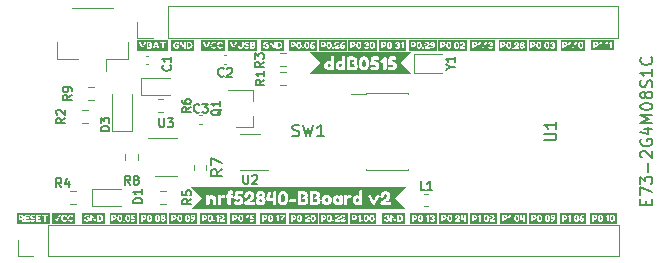
<source format=gbr>
%TF.GenerationSoftware,KiCad,Pcbnew,5.99.0-unknown-d946d6e68f~129~ubuntu20.04.1*%
%TF.CreationDate,2021-06-09T18:53:32+01:00*%
%TF.ProjectId,nRF52840-BBoard,6e524635-3238-4343-902d-42426f617264,v2*%
%TF.SameCoordinates,Original*%
%TF.FileFunction,Legend,Top*%
%TF.FilePolarity,Positive*%
%FSLAX46Y46*%
G04 Gerber Fmt 4.6, Leading zero omitted, Abs format (unit mm)*
G04 Created by KiCad (PCBNEW 5.99.0-unknown-d946d6e68f~129~ubuntu20.04.1) date 2021-06-09 18:53:32*
%MOMM*%
%LPD*%
G01*
G04 APERTURE LIST*
%ADD10C,0.150000*%
%ADD11C,0.120000*%
G04 APERTURE END LIST*
D10*
%TO.C,R4*%
X83125000Y-65739285D02*
X82875000Y-65382142D01*
X82696428Y-65739285D02*
X82696428Y-64989285D01*
X82982142Y-64989285D01*
X83053571Y-65025000D01*
X83089285Y-65060714D01*
X83125000Y-65132142D01*
X83125000Y-65239285D01*
X83089285Y-65310714D01*
X83053571Y-65346428D01*
X82982142Y-65382142D01*
X82696428Y-65382142D01*
X83767857Y-65239285D02*
X83767857Y-65739285D01*
X83589285Y-64953571D02*
X83410714Y-65489285D01*
X83875000Y-65489285D01*
%TO.C,L1*%
X113895000Y-65969285D02*
X113537857Y-65969285D01*
X113537857Y-65219285D01*
X114537857Y-65969285D02*
X114109285Y-65969285D01*
X114323571Y-65969285D02*
X114323571Y-65219285D01*
X114252142Y-65326428D01*
X114180714Y-65397857D01*
X114109285Y-65433571D01*
%TO.C,R5*%
X94114285Y-66700000D02*
X93757142Y-66950000D01*
X94114285Y-67128571D02*
X93364285Y-67128571D01*
X93364285Y-66842857D01*
X93400000Y-66771428D01*
X93435714Y-66735714D01*
X93507142Y-66700000D01*
X93614285Y-66700000D01*
X93685714Y-66735714D01*
X93721428Y-66771428D01*
X93757142Y-66842857D01*
X93757142Y-67128571D01*
X93364285Y-66021428D02*
X93364285Y-66378571D01*
X93721428Y-66414285D01*
X93685714Y-66378571D01*
X93650000Y-66307142D01*
X93650000Y-66128571D01*
X93685714Y-66057142D01*
X93721428Y-66021428D01*
X93792857Y-65985714D01*
X93971428Y-65985714D01*
X94042857Y-66021428D01*
X94078571Y-66057142D01*
X94114285Y-66128571D01*
X94114285Y-66307142D01*
X94078571Y-66378571D01*
X94042857Y-66414285D01*
%TO.C,D3*%
X87189285Y-60978571D02*
X86439285Y-60978571D01*
X86439285Y-60800000D01*
X86475000Y-60692857D01*
X86546428Y-60621428D01*
X86617857Y-60585714D01*
X86760714Y-60550000D01*
X86867857Y-60550000D01*
X87010714Y-60585714D01*
X87082142Y-60621428D01*
X87153571Y-60692857D01*
X87189285Y-60800000D01*
X87189285Y-60978571D01*
X86439285Y-60300000D02*
X86439285Y-59835714D01*
X86725000Y-60085714D01*
X86725000Y-59978571D01*
X86760714Y-59907142D01*
X86796428Y-59871428D01*
X86867857Y-59835714D01*
X87046428Y-59835714D01*
X87117857Y-59871428D01*
X87153571Y-59907142D01*
X87189285Y-59978571D01*
X87189285Y-60192857D01*
X87153571Y-60264285D01*
X87117857Y-60300000D01*
%TO.C,Y1*%
X116062142Y-55587142D02*
X116419285Y-55587142D01*
X115669285Y-55837142D02*
X116062142Y-55587142D01*
X115669285Y-55337142D01*
X116419285Y-54694285D02*
X116419285Y-55122857D01*
X116419285Y-54908571D02*
X115669285Y-54908571D01*
X115776428Y-54980000D01*
X115847857Y-55051428D01*
X115883571Y-55122857D01*
%TO.C,R6*%
X94064285Y-58975000D02*
X93707142Y-59225000D01*
X94064285Y-59403571D02*
X93314285Y-59403571D01*
X93314285Y-59117857D01*
X93350000Y-59046428D01*
X93385714Y-59010714D01*
X93457142Y-58975000D01*
X93564285Y-58975000D01*
X93635714Y-59010714D01*
X93671428Y-59046428D01*
X93707142Y-59117857D01*
X93707142Y-59403571D01*
X93314285Y-58332142D02*
X93314285Y-58475000D01*
X93350000Y-58546428D01*
X93385714Y-58582142D01*
X93492857Y-58653571D01*
X93635714Y-58689285D01*
X93921428Y-58689285D01*
X93992857Y-58653571D01*
X94028571Y-58617857D01*
X94064285Y-58546428D01*
X94064285Y-58403571D01*
X94028571Y-58332142D01*
X93992857Y-58296428D01*
X93921428Y-58260714D01*
X93742857Y-58260714D01*
X93671428Y-58296428D01*
X93635714Y-58332142D01*
X93600000Y-58403571D01*
X93600000Y-58546428D01*
X93635714Y-58617857D01*
X93671428Y-58653571D01*
X93742857Y-58689285D01*
%TO.C,R3*%
X100269285Y-55115000D02*
X99912142Y-55365000D01*
X100269285Y-55543571D02*
X99519285Y-55543571D01*
X99519285Y-55257857D01*
X99555000Y-55186428D01*
X99590714Y-55150714D01*
X99662142Y-55115000D01*
X99769285Y-55115000D01*
X99840714Y-55150714D01*
X99876428Y-55186428D01*
X99912142Y-55257857D01*
X99912142Y-55543571D01*
X99519285Y-54865000D02*
X99519285Y-54400714D01*
X99805000Y-54650714D01*
X99805000Y-54543571D01*
X99840714Y-54472142D01*
X99876428Y-54436428D01*
X99947857Y-54400714D01*
X100126428Y-54400714D01*
X100197857Y-54436428D01*
X100233571Y-54472142D01*
X100269285Y-54543571D01*
X100269285Y-54757857D01*
X100233571Y-54829285D01*
X100197857Y-54865000D01*
%TO.C,U1*%
X124019655Y-61761437D02*
X124829179Y-61761437D01*
X124924417Y-61713818D01*
X124972036Y-61666199D01*
X125019655Y-61570961D01*
X125019655Y-61380485D01*
X124972036Y-61285247D01*
X124924417Y-61237628D01*
X124829179Y-61190009D01*
X124019655Y-61190009D01*
X125019655Y-60190009D02*
X125019655Y-60761437D01*
X125019655Y-60475723D02*
X124019655Y-60475723D01*
X124162513Y-60570961D01*
X124257751Y-60666199D01*
X124305370Y-60761437D01*
X132624071Y-67214285D02*
X132624071Y-66880952D01*
X133147880Y-66738095D02*
X133147880Y-67214285D01*
X132147880Y-67214285D01*
X132147880Y-66738095D01*
X132147880Y-66404761D02*
X132147880Y-65738095D01*
X133147880Y-66166666D01*
X132147880Y-65452380D02*
X132147880Y-64833333D01*
X132528833Y-65166666D01*
X132528833Y-65023809D01*
X132576452Y-64928571D01*
X132624071Y-64880952D01*
X132719309Y-64833333D01*
X132957404Y-64833333D01*
X133052642Y-64880952D01*
X133100261Y-64928571D01*
X133147880Y-65023809D01*
X133147880Y-65309523D01*
X133100261Y-65404761D01*
X133052642Y-65452380D01*
X132766928Y-64404761D02*
X132766928Y-63642857D01*
X132243119Y-63214285D02*
X132195500Y-63166666D01*
X132147880Y-63071428D01*
X132147880Y-62833333D01*
X132195500Y-62738095D01*
X132243119Y-62690476D01*
X132338357Y-62642857D01*
X132433595Y-62642857D01*
X132576452Y-62690476D01*
X133147880Y-63261904D01*
X133147880Y-62642857D01*
X132195500Y-61690476D02*
X132147880Y-61785714D01*
X132147880Y-61928571D01*
X132195500Y-62071428D01*
X132290738Y-62166666D01*
X132385976Y-62214285D01*
X132576452Y-62261904D01*
X132719309Y-62261904D01*
X132909785Y-62214285D01*
X133005023Y-62166666D01*
X133100261Y-62071428D01*
X133147880Y-61928571D01*
X133147880Y-61833333D01*
X133100261Y-61690476D01*
X133052642Y-61642857D01*
X132719309Y-61642857D01*
X132719309Y-61833333D01*
X132481214Y-60785714D02*
X133147880Y-60785714D01*
X132100261Y-61023809D02*
X132814547Y-61261904D01*
X132814547Y-60642857D01*
X133147880Y-60261904D02*
X132147880Y-60261904D01*
X132862166Y-59928571D01*
X132147880Y-59595238D01*
X133147880Y-59595238D01*
X132147880Y-58928571D02*
X132147880Y-58833333D01*
X132195500Y-58738095D01*
X132243119Y-58690476D01*
X132338357Y-58642857D01*
X132528833Y-58595238D01*
X132766928Y-58595238D01*
X132957404Y-58642857D01*
X133052642Y-58690476D01*
X133100261Y-58738095D01*
X133147880Y-58833333D01*
X133147880Y-58928571D01*
X133100261Y-59023809D01*
X133052642Y-59071428D01*
X132957404Y-59119047D01*
X132766928Y-59166666D01*
X132528833Y-59166666D01*
X132338357Y-59119047D01*
X132243119Y-59071428D01*
X132195500Y-59023809D01*
X132147880Y-58928571D01*
X132576452Y-58023809D02*
X132528833Y-58119047D01*
X132481214Y-58166666D01*
X132385976Y-58214285D01*
X132338357Y-58214285D01*
X132243119Y-58166666D01*
X132195500Y-58119047D01*
X132147880Y-58023809D01*
X132147880Y-57833333D01*
X132195500Y-57738095D01*
X132243119Y-57690476D01*
X132338357Y-57642857D01*
X132385976Y-57642857D01*
X132481214Y-57690476D01*
X132528833Y-57738095D01*
X132576452Y-57833333D01*
X132576452Y-58023809D01*
X132624071Y-58119047D01*
X132671690Y-58166666D01*
X132766928Y-58214285D01*
X132957404Y-58214285D01*
X133052642Y-58166666D01*
X133100261Y-58119047D01*
X133147880Y-58023809D01*
X133147880Y-57833333D01*
X133100261Y-57738095D01*
X133052642Y-57690476D01*
X132957404Y-57642857D01*
X132766928Y-57642857D01*
X132671690Y-57690476D01*
X132624071Y-57738095D01*
X132576452Y-57833333D01*
X133100261Y-57261904D02*
X133147880Y-57119047D01*
X133147880Y-56880952D01*
X133100261Y-56785714D01*
X133052642Y-56738095D01*
X132957404Y-56690476D01*
X132862166Y-56690476D01*
X132766928Y-56738095D01*
X132719309Y-56785714D01*
X132671690Y-56880952D01*
X132624071Y-57071428D01*
X132576452Y-57166666D01*
X132528833Y-57214285D01*
X132433595Y-57261904D01*
X132338357Y-57261904D01*
X132243119Y-57214285D01*
X132195500Y-57166666D01*
X132147880Y-57071428D01*
X132147880Y-56833333D01*
X132195500Y-56690476D01*
X133147880Y-55738095D02*
X133147880Y-56309523D01*
X133147880Y-56023809D02*
X132147880Y-56023809D01*
X132290738Y-56119047D01*
X132385976Y-56214285D01*
X132433595Y-56309523D01*
X133052642Y-54738095D02*
X133100261Y-54785714D01*
X133147880Y-54928571D01*
X133147880Y-55023809D01*
X133100261Y-55166666D01*
X133005023Y-55261904D01*
X132909785Y-55309523D01*
X132719309Y-55357142D01*
X132576452Y-55357142D01*
X132385976Y-55309523D01*
X132290738Y-55261904D01*
X132195500Y-55166666D01*
X132147880Y-55023809D01*
X132147880Y-54928571D01*
X132195500Y-54785714D01*
X132243119Y-54738095D01*
%TO.C,C1*%
X92342857Y-55400000D02*
X92378571Y-55435714D01*
X92414285Y-55542857D01*
X92414285Y-55614285D01*
X92378571Y-55721428D01*
X92307142Y-55792857D01*
X92235714Y-55828571D01*
X92092857Y-55864285D01*
X91985714Y-55864285D01*
X91842857Y-55828571D01*
X91771428Y-55792857D01*
X91700000Y-55721428D01*
X91664285Y-55614285D01*
X91664285Y-55542857D01*
X91700000Y-55435714D01*
X91735714Y-55400000D01*
X92414285Y-54685714D02*
X92414285Y-55114285D01*
X92414285Y-54900000D02*
X91664285Y-54900000D01*
X91771428Y-54971428D01*
X91842857Y-55042857D01*
X91878571Y-55114285D01*
%TO.C,R8*%
X88950000Y-65514285D02*
X88700000Y-65157142D01*
X88521428Y-65514285D02*
X88521428Y-64764285D01*
X88807142Y-64764285D01*
X88878571Y-64800000D01*
X88914285Y-64835714D01*
X88950000Y-64907142D01*
X88950000Y-65014285D01*
X88914285Y-65085714D01*
X88878571Y-65121428D01*
X88807142Y-65157142D01*
X88521428Y-65157142D01*
X89378571Y-65085714D02*
X89307142Y-65050000D01*
X89271428Y-65014285D01*
X89235714Y-64942857D01*
X89235714Y-64907142D01*
X89271428Y-64835714D01*
X89307142Y-64800000D01*
X89378571Y-64764285D01*
X89521428Y-64764285D01*
X89592857Y-64800000D01*
X89628571Y-64835714D01*
X89664285Y-64907142D01*
X89664285Y-64942857D01*
X89628571Y-65014285D01*
X89592857Y-65050000D01*
X89521428Y-65085714D01*
X89378571Y-65085714D01*
X89307142Y-65121428D01*
X89271428Y-65157142D01*
X89235714Y-65228571D01*
X89235714Y-65371428D01*
X89271428Y-65442857D01*
X89307142Y-65478571D01*
X89378571Y-65514285D01*
X89521428Y-65514285D01*
X89592857Y-65478571D01*
X89628571Y-65442857D01*
X89664285Y-65371428D01*
X89664285Y-65228571D01*
X89628571Y-65157142D01*
X89592857Y-65121428D01*
X89521428Y-65085714D01*
%TO.C,Q1*%
X96635714Y-59121428D02*
X96600000Y-59192857D01*
X96528571Y-59264285D01*
X96421428Y-59371428D01*
X96385714Y-59442857D01*
X96385714Y-59514285D01*
X96564285Y-59478571D02*
X96528571Y-59550000D01*
X96457142Y-59621428D01*
X96314285Y-59657142D01*
X96064285Y-59657142D01*
X95921428Y-59621428D01*
X95850000Y-59550000D01*
X95814285Y-59478571D01*
X95814285Y-59335714D01*
X95850000Y-59264285D01*
X95921428Y-59192857D01*
X96064285Y-59157142D01*
X96314285Y-59157142D01*
X96457142Y-59192857D01*
X96528571Y-59264285D01*
X96564285Y-59335714D01*
X96564285Y-59478571D01*
X96564285Y-58442857D02*
X96564285Y-58871428D01*
X96564285Y-58657142D02*
X95814285Y-58657142D01*
X95921428Y-58728571D01*
X95992857Y-58800000D01*
X96028571Y-58871428D01*
%TO.C,SW1*%
X102686666Y-61384761D02*
X102829523Y-61432380D01*
X103067619Y-61432380D01*
X103162857Y-61384761D01*
X103210476Y-61337142D01*
X103258095Y-61241904D01*
X103258095Y-61146666D01*
X103210476Y-61051428D01*
X103162857Y-61003809D01*
X103067619Y-60956190D01*
X102877142Y-60908571D01*
X102781904Y-60860952D01*
X102734285Y-60813333D01*
X102686666Y-60718095D01*
X102686666Y-60622857D01*
X102734285Y-60527619D01*
X102781904Y-60480000D01*
X102877142Y-60432380D01*
X103115238Y-60432380D01*
X103258095Y-60480000D01*
X103591428Y-60432380D02*
X103829523Y-61432380D01*
X104020000Y-60718095D01*
X104210476Y-61432380D01*
X104448571Y-60432380D01*
X105353333Y-61432380D02*
X104781904Y-61432380D01*
X105067619Y-61432380D02*
X105067619Y-60432380D01*
X104972380Y-60575238D01*
X104877142Y-60670476D01*
X104781904Y-60718095D01*
%TO.C,D1*%
X89964285Y-67053571D02*
X89214285Y-67053571D01*
X89214285Y-66875000D01*
X89250000Y-66767857D01*
X89321428Y-66696428D01*
X89392857Y-66660714D01*
X89535714Y-66625000D01*
X89642857Y-66625000D01*
X89785714Y-66660714D01*
X89857142Y-66696428D01*
X89928571Y-66767857D01*
X89964285Y-66875000D01*
X89964285Y-67053571D01*
X89964285Y-65910714D02*
X89964285Y-66339285D01*
X89964285Y-66125000D02*
X89214285Y-66125000D01*
X89321428Y-66196428D01*
X89392857Y-66267857D01*
X89428571Y-66339285D01*
%TO.C,R1*%
X100314285Y-56625000D02*
X99957142Y-56875000D01*
X100314285Y-57053571D02*
X99564285Y-57053571D01*
X99564285Y-56767857D01*
X99600000Y-56696428D01*
X99635714Y-56660714D01*
X99707142Y-56625000D01*
X99814285Y-56625000D01*
X99885714Y-56660714D01*
X99921428Y-56696428D01*
X99957142Y-56767857D01*
X99957142Y-57053571D01*
X100314285Y-55910714D02*
X100314285Y-56339285D01*
X100314285Y-56125000D02*
X99564285Y-56125000D01*
X99671428Y-56196428D01*
X99742857Y-56267857D01*
X99778571Y-56339285D01*
%TO.C,R2*%
X83439285Y-59875000D02*
X83082142Y-60125000D01*
X83439285Y-60303571D02*
X82689285Y-60303571D01*
X82689285Y-60017857D01*
X82725000Y-59946428D01*
X82760714Y-59910714D01*
X82832142Y-59875000D01*
X82939285Y-59875000D01*
X83010714Y-59910714D01*
X83046428Y-59946428D01*
X83082142Y-60017857D01*
X83082142Y-60303571D01*
X82760714Y-59589285D02*
X82725000Y-59553571D01*
X82689285Y-59482142D01*
X82689285Y-59303571D01*
X82725000Y-59232142D01*
X82760714Y-59196428D01*
X82832142Y-59160714D01*
X82903571Y-59160714D01*
X83010714Y-59196428D01*
X83439285Y-59625000D01*
X83439285Y-59160714D01*
%TO.C,U2*%
X98528571Y-64689285D02*
X98528571Y-65296428D01*
X98564285Y-65367857D01*
X98600000Y-65403571D01*
X98671428Y-65439285D01*
X98814285Y-65439285D01*
X98885714Y-65403571D01*
X98921428Y-65367857D01*
X98957142Y-65296428D01*
X98957142Y-64689285D01*
X99278571Y-64760714D02*
X99314285Y-64725000D01*
X99385714Y-64689285D01*
X99564285Y-64689285D01*
X99635714Y-64725000D01*
X99671428Y-64760714D01*
X99707142Y-64832142D01*
X99707142Y-64903571D01*
X99671428Y-65010714D01*
X99242857Y-65439285D01*
X99707142Y-65439285D01*
%TO.C,C3*%
X94800000Y-59342857D02*
X94764285Y-59378571D01*
X94657142Y-59414285D01*
X94585714Y-59414285D01*
X94478571Y-59378571D01*
X94407142Y-59307142D01*
X94371428Y-59235714D01*
X94335714Y-59092857D01*
X94335714Y-58985714D01*
X94371428Y-58842857D01*
X94407142Y-58771428D01*
X94478571Y-58700000D01*
X94585714Y-58664285D01*
X94657142Y-58664285D01*
X94764285Y-58700000D01*
X94800000Y-58735714D01*
X95050000Y-58664285D02*
X95514285Y-58664285D01*
X95264285Y-58950000D01*
X95371428Y-58950000D01*
X95442857Y-58985714D01*
X95478571Y-59021428D01*
X95514285Y-59092857D01*
X95514285Y-59271428D01*
X95478571Y-59342857D01*
X95442857Y-59378571D01*
X95371428Y-59414285D01*
X95157142Y-59414285D01*
X95085714Y-59378571D01*
X95050000Y-59342857D01*
%TO.C,U3*%
X91403571Y-59889285D02*
X91403571Y-60496428D01*
X91439285Y-60567857D01*
X91475000Y-60603571D01*
X91546428Y-60639285D01*
X91689285Y-60639285D01*
X91760714Y-60603571D01*
X91796428Y-60567857D01*
X91832142Y-60496428D01*
X91832142Y-59889285D01*
X92117857Y-59889285D02*
X92582142Y-59889285D01*
X92332142Y-60175000D01*
X92439285Y-60175000D01*
X92510714Y-60210714D01*
X92546428Y-60246428D01*
X92582142Y-60317857D01*
X92582142Y-60496428D01*
X92546428Y-60567857D01*
X92510714Y-60603571D01*
X92439285Y-60639285D01*
X92225000Y-60639285D01*
X92153571Y-60603571D01*
X92117857Y-60567857D01*
%TO.C,C2*%
X96850000Y-56292857D02*
X96814285Y-56328571D01*
X96707142Y-56364285D01*
X96635714Y-56364285D01*
X96528571Y-56328571D01*
X96457142Y-56257142D01*
X96421428Y-56185714D01*
X96385714Y-56042857D01*
X96385714Y-55935714D01*
X96421428Y-55792857D01*
X96457142Y-55721428D01*
X96528571Y-55650000D01*
X96635714Y-55614285D01*
X96707142Y-55614285D01*
X96814285Y-55650000D01*
X96850000Y-55685714D01*
X97135714Y-55685714D02*
X97171428Y-55650000D01*
X97242857Y-55614285D01*
X97421428Y-55614285D01*
X97492857Y-55650000D01*
X97528571Y-55685714D01*
X97564285Y-55757142D01*
X97564285Y-55828571D01*
X97528571Y-55935714D01*
X97100000Y-56364285D01*
X97564285Y-56364285D01*
%TO.C,R7*%
X96757380Y-64216666D02*
X96281190Y-64550000D01*
X96757380Y-64788095D02*
X95757380Y-64788095D01*
X95757380Y-64407142D01*
X95805000Y-64311904D01*
X95852619Y-64264285D01*
X95947857Y-64216666D01*
X96090714Y-64216666D01*
X96185952Y-64264285D01*
X96233571Y-64311904D01*
X96281190Y-64407142D01*
X96281190Y-64788095D01*
X95757380Y-63883333D02*
X95757380Y-63216666D01*
X96757380Y-63645238D01*
%TO.C,R9*%
X83989285Y-57925000D02*
X83632142Y-58175000D01*
X83989285Y-58353571D02*
X83239285Y-58353571D01*
X83239285Y-58067857D01*
X83275000Y-57996428D01*
X83310714Y-57960714D01*
X83382142Y-57925000D01*
X83489285Y-57925000D01*
X83560714Y-57960714D01*
X83596428Y-57996428D01*
X83632142Y-58067857D01*
X83632142Y-58353571D01*
X83989285Y-57567857D02*
X83989285Y-57425000D01*
X83953571Y-57353571D01*
X83917857Y-57317857D01*
X83810714Y-57246428D01*
X83667857Y-57210714D01*
X83382142Y-57210714D01*
X83310714Y-57246428D01*
X83275000Y-57282142D01*
X83239285Y-57353571D01*
X83239285Y-57496428D01*
X83275000Y-57567857D01*
X83310714Y-57603571D01*
X83382142Y-57639285D01*
X83560714Y-57639285D01*
X83632142Y-57603571D01*
X83667857Y-57567857D01*
X83703571Y-57496428D01*
X83703571Y-57353571D01*
X83667857Y-57282142D01*
X83632142Y-57246428D01*
X83560714Y-57210714D01*
%TO.C,svg2mod*%
G36*
X120579272Y-53567841D02*
G01*
X120602291Y-53620625D01*
X120579272Y-53673012D01*
X120532441Y-53690475D01*
X120432428Y-53690475D01*
X120432428Y-53549981D01*
X120531647Y-53549981D01*
X120579272Y-53567841D01*
G37*
G36*
X122186616Y-53546409D02*
G01*
X122200109Y-53576175D01*
X122187013Y-53606337D01*
X122148119Y-53620625D01*
X122108431Y-53606337D01*
X122094541Y-53575778D01*
X122107241Y-53546012D01*
X122146531Y-53532519D01*
X122186616Y-53546409D01*
G37*
G36*
X121038555Y-53551221D02*
G01*
X121063856Y-53581136D01*
X121079037Y-53630993D01*
X121084097Y-53700794D01*
X121084097Y-53705556D01*
X121078987Y-53773620D01*
X121063658Y-53822238D01*
X121038109Y-53851408D01*
X121002341Y-53861131D01*
X120967267Y-53851135D01*
X120942214Y-53821146D01*
X120927182Y-53771165D01*
X120922172Y-53701191D01*
X120927232Y-53631217D01*
X120942412Y-53581235D01*
X120967713Y-53551246D01*
X121003134Y-53541250D01*
X121038555Y-53551221D01*
G37*
G36*
X122199713Y-53767469D02*
G01*
X122217572Y-53808347D01*
X122200109Y-53849225D01*
X122147722Y-53868275D01*
X122094541Y-53849225D01*
X122076284Y-53807950D01*
X122094541Y-53767072D01*
X122147325Y-53748419D01*
X122199713Y-53767469D01*
G37*
G36*
X122516816Y-53238831D02*
G01*
X122516816Y-54161169D01*
X120133184Y-54161169D01*
X120133184Y-53479337D01*
X120291934Y-53479337D01*
X120291934Y-53919869D01*
X120296697Y-53961144D01*
X120317731Y-53983170D01*
X120361784Y-53990513D01*
X120402662Y-53985155D01*
X120423697Y-53969081D01*
X120431237Y-53948047D01*
X120432428Y-53920663D01*
X120432428Y-53830969D01*
X120531647Y-53830969D01*
X120578214Y-53825324D01*
X120623722Y-53808391D01*
X120668172Y-53780169D01*
X120697739Y-53751296D01*
X120721353Y-53713891D01*
X120725944Y-53700794D01*
X120781678Y-53700794D01*
X120784236Y-53756444D01*
X120791909Y-53808038D01*
X120804697Y-53855575D01*
X120821862Y-53895461D01*
X120843194Y-53929394D01*
X120871173Y-53957870D01*
X120908281Y-53981384D01*
X120953029Y-53997160D01*
X121003928Y-54002419D01*
X121054629Y-53997259D01*
X121098781Y-53981781D01*
X121135195Y-53958366D01*
X121162678Y-53929394D01*
X121170191Y-53916694D01*
X121264278Y-53916694D01*
X121264278Y-53919869D01*
X121279756Y-53977019D01*
X121303370Y-53988330D01*
X121343256Y-53992100D01*
X121382249Y-53986345D01*
X121403184Y-53969081D01*
X121411519Y-53947253D01*
X121412709Y-53919075D01*
X121412709Y-53915900D01*
X121399216Y-53860338D01*
X121373518Y-53847836D01*
X121332938Y-53843669D01*
X121293945Y-53849622D01*
X121273009Y-53867481D01*
X121265469Y-53888913D01*
X121264278Y-53916694D01*
X121170191Y-53916694D01*
X121189765Y-53883604D01*
X121209112Y-53830373D01*
X121220721Y-53769701D01*
X121224591Y-53701588D01*
X121221945Y-53649112D01*
X121216473Y-53614275D01*
X121452397Y-53614275D01*
X121456366Y-53654756D01*
X121477995Y-53677378D01*
X121522247Y-53684919D01*
X121562728Y-53680156D01*
X121584159Y-53665869D01*
X121591700Y-53646025D01*
X121592891Y-53619831D01*
X121592891Y-53615069D01*
X121596066Y-53596812D01*
X121617100Y-53559903D01*
X121661153Y-53541250D01*
X121700841Y-53548394D01*
X121721875Y-53563872D01*
X121734178Y-53585303D01*
X121739734Y-53605544D01*
X121732293Y-53640270D01*
X121709969Y-53673012D01*
X121677127Y-53703076D01*
X121638134Y-53729766D01*
X121596066Y-53754967D01*
X121553997Y-53780566D01*
X121515004Y-53808942D01*
X121482163Y-53842478D01*
X121459838Y-53880280D01*
X121452397Y-53921456D01*
X121473034Y-53971463D01*
X121522247Y-53992894D01*
X121832603Y-53992894D01*
X121881816Y-53983369D01*
X121898881Y-53962731D01*
X121904041Y-53922647D01*
X121899278Y-53882166D01*
X121880625Y-53859147D01*
X121834191Y-53851606D01*
X121688934Y-53851606D01*
X121688934Y-53847638D01*
X121708778Y-53839700D01*
X121757991Y-53812911D01*
X121768299Y-53804775D01*
X121935791Y-53804775D01*
X121942978Y-53860602D01*
X121964542Y-53908492D01*
X122000481Y-53948444D01*
X122045505Y-53978430D01*
X122094320Y-53996422D01*
X122146928Y-54002419D01*
X122199536Y-53996377D01*
X122248352Y-53978253D01*
X122293375Y-53948047D01*
X122329314Y-53907963D01*
X122350878Y-53860205D01*
X122358066Y-53804775D01*
X122353601Y-53771636D01*
X122340206Y-53738894D01*
X122311631Y-53695634D01*
X122293772Y-53679362D01*
X122305678Y-53666662D01*
X122329094Y-53629356D01*
X122340603Y-53580937D01*
X122334253Y-53530667D01*
X122315203Y-53486746D01*
X122283453Y-53449175D01*
X122243060Y-53420512D01*
X122198081Y-53403314D01*
X122148516Y-53397581D01*
X122098774Y-53403226D01*
X122053266Y-53420159D01*
X122011991Y-53448381D01*
X121979359Y-53485247D01*
X121959780Y-53528109D01*
X121953253Y-53576969D01*
X121966350Y-53632134D01*
X121987384Y-53666662D01*
X122000878Y-53679362D01*
X121984209Y-53694444D01*
X121952063Y-53740084D01*
X121939859Y-53771934D01*
X121935791Y-53804775D01*
X121768299Y-53804775D01*
X121813553Y-53769056D01*
X121839350Y-53740481D01*
X121861178Y-53703969D01*
X121876061Y-53662297D01*
X121881022Y-53618244D01*
X121874407Y-53563695D01*
X121854564Y-53513292D01*
X121821491Y-53467034D01*
X121777790Y-53430213D01*
X121726064Y-53408120D01*
X121666313Y-53400756D01*
X121606605Y-53408032D01*
X121555011Y-53429860D01*
X121511531Y-53466241D01*
X121478679Y-53511793D01*
X121458967Y-53561138D01*
X121452397Y-53614275D01*
X121216473Y-53614275D01*
X121214007Y-53598576D01*
X121200778Y-53549981D01*
X121184209Y-53509897D01*
X121163075Y-53475369D01*
X121135294Y-53446198D01*
X121098781Y-53422187D01*
X121054430Y-53406114D01*
X121003134Y-53400756D01*
X120951640Y-53406213D01*
X120906694Y-53422584D01*
X120869685Y-53446992D01*
X120842003Y-53476559D01*
X120820076Y-53514759D01*
X120800331Y-53565062D01*
X120789968Y-53605191D01*
X120783751Y-53650435D01*
X120781678Y-53700794D01*
X120725944Y-53700794D01*
X120736831Y-53669738D01*
X120741991Y-53620625D01*
X120736831Y-53571412D01*
X120721353Y-53526962D01*
X120697739Y-53489259D01*
X120668172Y-53460287D01*
X120623810Y-53432065D01*
X120578566Y-53415132D01*
X120532441Y-53409487D01*
X120362578Y-53409487D01*
X120321700Y-53414845D01*
X120300666Y-53430919D01*
X120293125Y-53451953D01*
X120291934Y-53479337D01*
X120133184Y-53479337D01*
X120133184Y-53238831D01*
X122516816Y-53238831D01*
G37*
D11*
%TO.C,R4*%
X84337258Y-67122500D02*
X83862742Y-67122500D01*
X84337258Y-66077500D02*
X83862742Y-66077500D01*
%TO.C,svg2mod*%
G36*
X91294671Y-68201221D02*
G01*
X91319972Y-68231136D01*
X91335152Y-68280993D01*
X91340213Y-68350794D01*
X91340213Y-68355556D01*
X91335103Y-68423620D01*
X91319773Y-68472238D01*
X91294225Y-68501408D01*
X91258456Y-68511131D01*
X91223382Y-68501135D01*
X91198330Y-68471146D01*
X91183298Y-68421165D01*
X91178288Y-68351191D01*
X91183348Y-68281217D01*
X91198528Y-68231235D01*
X91223829Y-68201246D01*
X91259250Y-68191250D01*
X91294671Y-68201221D01*
G37*
G36*
X92101419Y-67888831D02*
G01*
X92101419Y-68811169D01*
X89718581Y-68811169D01*
X89718581Y-68129337D01*
X89877331Y-68129337D01*
X89877331Y-68569869D01*
X89882094Y-68611144D01*
X89903128Y-68633170D01*
X89947181Y-68640513D01*
X89988059Y-68635155D01*
X90009094Y-68619081D01*
X90016634Y-68598047D01*
X90017825Y-68570663D01*
X90017825Y-68480969D01*
X90117044Y-68480969D01*
X90163610Y-68475324D01*
X90209119Y-68458391D01*
X90253569Y-68430169D01*
X90283136Y-68401296D01*
X90306750Y-68363891D01*
X90311341Y-68350794D01*
X90367075Y-68350794D01*
X90369633Y-68406444D01*
X90377306Y-68458038D01*
X90390094Y-68505575D01*
X90407259Y-68545461D01*
X90428591Y-68579394D01*
X90456570Y-68607870D01*
X90493678Y-68631384D01*
X90538426Y-68647160D01*
X90589325Y-68652419D01*
X90640026Y-68647259D01*
X90684178Y-68631781D01*
X90720591Y-68608366D01*
X90748075Y-68579394D01*
X90755588Y-68566694D01*
X90849675Y-68566694D01*
X90849675Y-68569869D01*
X90865153Y-68627019D01*
X90888767Y-68638330D01*
X90928653Y-68642100D01*
X90967646Y-68636345D01*
X90988581Y-68619081D01*
X90996916Y-68597253D01*
X90998106Y-68569075D01*
X90998106Y-68565900D01*
X90984613Y-68510338D01*
X90958915Y-68497836D01*
X90918334Y-68493669D01*
X90879341Y-68499622D01*
X90858406Y-68517481D01*
X90850866Y-68538913D01*
X90849675Y-68566694D01*
X90755588Y-68566694D01*
X90775162Y-68533604D01*
X90794509Y-68480373D01*
X90806118Y-68419701D01*
X90809987Y-68351588D01*
X90809947Y-68350794D01*
X91037794Y-68350794D01*
X91040351Y-68406444D01*
X91048024Y-68458038D01*
X91060813Y-68505575D01*
X91077977Y-68545461D01*
X91099309Y-68579394D01*
X91127289Y-68607870D01*
X91164397Y-68631384D01*
X91209145Y-68647160D01*
X91260044Y-68652419D01*
X91310745Y-68647259D01*
X91354897Y-68631781D01*
X91391310Y-68608366D01*
X91418794Y-68579394D01*
X91445880Y-68533604D01*
X91465228Y-68480373D01*
X91470126Y-68454775D01*
X91520394Y-68454775D01*
X91527582Y-68510602D01*
X91549145Y-68558492D01*
X91585084Y-68598444D01*
X91630108Y-68628430D01*
X91678923Y-68646422D01*
X91731531Y-68652419D01*
X91784139Y-68646377D01*
X91832955Y-68628253D01*
X91877978Y-68598047D01*
X91913917Y-68557963D01*
X91935481Y-68510205D01*
X91942669Y-68454775D01*
X91938204Y-68421636D01*
X91924809Y-68388894D01*
X91896234Y-68345634D01*
X91878375Y-68329362D01*
X91890281Y-68316662D01*
X91913697Y-68279356D01*
X91925206Y-68230937D01*
X91918856Y-68180667D01*
X91899806Y-68136746D01*
X91868056Y-68099175D01*
X91827663Y-68070512D01*
X91782684Y-68053314D01*
X91733119Y-68047581D01*
X91683377Y-68053226D01*
X91637869Y-68070159D01*
X91596594Y-68098381D01*
X91563962Y-68135247D01*
X91544383Y-68178109D01*
X91537856Y-68226969D01*
X91550953Y-68282134D01*
X91571988Y-68316662D01*
X91585481Y-68329362D01*
X91568813Y-68344444D01*
X91536666Y-68390084D01*
X91524462Y-68421934D01*
X91520394Y-68454775D01*
X91470126Y-68454775D01*
X91476837Y-68419701D01*
X91480706Y-68351588D01*
X91478060Y-68299112D01*
X91470123Y-68248576D01*
X91456894Y-68199981D01*
X91440324Y-68159897D01*
X91419191Y-68125369D01*
X91391409Y-68096198D01*
X91354897Y-68072187D01*
X91310546Y-68056114D01*
X91259250Y-68050756D01*
X91207755Y-68056213D01*
X91162809Y-68072584D01*
X91125801Y-68096992D01*
X91098119Y-68126559D01*
X91076191Y-68164759D01*
X91056447Y-68215062D01*
X91046084Y-68255191D01*
X91039866Y-68300435D01*
X91037794Y-68350794D01*
X90809947Y-68350794D01*
X90807342Y-68299112D01*
X90799404Y-68248576D01*
X90786175Y-68199981D01*
X90769605Y-68159897D01*
X90748472Y-68125369D01*
X90720691Y-68096198D01*
X90684178Y-68072187D01*
X90639827Y-68056114D01*
X90588531Y-68050756D01*
X90537037Y-68056213D01*
X90492091Y-68072584D01*
X90455082Y-68096992D01*
X90427400Y-68126559D01*
X90405473Y-68164759D01*
X90385728Y-68215062D01*
X90375365Y-68255191D01*
X90369148Y-68300435D01*
X90367075Y-68350794D01*
X90311341Y-68350794D01*
X90322228Y-68319738D01*
X90327387Y-68270625D01*
X90322228Y-68221412D01*
X90306750Y-68176962D01*
X90283136Y-68139259D01*
X90253569Y-68110287D01*
X90209207Y-68082065D01*
X90163963Y-68065132D01*
X90117837Y-68059487D01*
X89947975Y-68059487D01*
X89907097Y-68064845D01*
X89886062Y-68080919D01*
X89878522Y-68101953D01*
X89877331Y-68129337D01*
X89718581Y-68129337D01*
X89718581Y-67888831D01*
X92101419Y-67888831D01*
G37*
G36*
X90164669Y-68217841D02*
G01*
X90187687Y-68270625D01*
X90164669Y-68323012D01*
X90117837Y-68340475D01*
X90017825Y-68340475D01*
X90017825Y-68199981D01*
X90117044Y-68199981D01*
X90164669Y-68217841D01*
G37*
G36*
X90623952Y-68201221D02*
G01*
X90649253Y-68231136D01*
X90664434Y-68280993D01*
X90669494Y-68350794D01*
X90669494Y-68355556D01*
X90664384Y-68423620D01*
X90649055Y-68472238D01*
X90623506Y-68501408D01*
X90587737Y-68511131D01*
X90552664Y-68501135D01*
X90527611Y-68471146D01*
X90512579Y-68421165D01*
X90507569Y-68351191D01*
X90512629Y-68281217D01*
X90527809Y-68231235D01*
X90553110Y-68201246D01*
X90588531Y-68191250D01*
X90623952Y-68201221D01*
G37*
G36*
X91771219Y-68196409D02*
G01*
X91784713Y-68226175D01*
X91771616Y-68256337D01*
X91732722Y-68270625D01*
X91693034Y-68256337D01*
X91679144Y-68225778D01*
X91691844Y-68196012D01*
X91731134Y-68182519D01*
X91771219Y-68196409D01*
G37*
G36*
X91784316Y-68417469D02*
G01*
X91802175Y-68458347D01*
X91784713Y-68499225D01*
X91732325Y-68518275D01*
X91679144Y-68499225D01*
X91660888Y-68457950D01*
X91679144Y-68417072D01*
X91731928Y-68398419D01*
X91784316Y-68417469D01*
G37*
G36*
X93843402Y-68200031D02*
G01*
X93868703Y-68229945D01*
X93883884Y-68279803D01*
X93888944Y-68349603D01*
X93888944Y-68354366D01*
X93883834Y-68422430D01*
X93868505Y-68471047D01*
X93842956Y-68500217D01*
X93807188Y-68509941D01*
X93772114Y-68499944D01*
X93747061Y-68469955D01*
X93732029Y-68419974D01*
X93727019Y-68350000D01*
X93732079Y-68280026D01*
X93747259Y-68230045D01*
X93772560Y-68200056D01*
X93807981Y-68190059D01*
X93843402Y-68200031D01*
G37*
G36*
X94632688Y-67890022D02*
G01*
X94632688Y-68809978D01*
X92267312Y-68809978D01*
X92267312Y-68128147D01*
X92426062Y-68128147D01*
X92426062Y-68568678D01*
X92430825Y-68609953D01*
X92451859Y-68631980D01*
X92495912Y-68639322D01*
X92536791Y-68633964D01*
X92557825Y-68617891D01*
X92565366Y-68596856D01*
X92566556Y-68569472D01*
X92566556Y-68479778D01*
X92665775Y-68479778D01*
X92712342Y-68474134D01*
X92757850Y-68457200D01*
X92802300Y-68428978D01*
X92831867Y-68400105D01*
X92855481Y-68362700D01*
X92860072Y-68349603D01*
X92915806Y-68349603D01*
X92918364Y-68405254D01*
X92926037Y-68456848D01*
X92938825Y-68504384D01*
X92955990Y-68544270D01*
X92977322Y-68578203D01*
X93005302Y-68606679D01*
X93042409Y-68630194D01*
X93087157Y-68645970D01*
X93138056Y-68651228D01*
X93188757Y-68646069D01*
X93232909Y-68630591D01*
X93269323Y-68607175D01*
X93296806Y-68578203D01*
X93304319Y-68565503D01*
X93398406Y-68565503D01*
X93398406Y-68568678D01*
X93413884Y-68625828D01*
X93437498Y-68637139D01*
X93477384Y-68640909D01*
X93516377Y-68635155D01*
X93537313Y-68617891D01*
X93545647Y-68596063D01*
X93546838Y-68567884D01*
X93546838Y-68564709D01*
X93533344Y-68509147D01*
X93507646Y-68496645D01*
X93467066Y-68492478D01*
X93428073Y-68498431D01*
X93407137Y-68516291D01*
X93399597Y-68537722D01*
X93398406Y-68565503D01*
X93304319Y-68565503D01*
X93323893Y-68532414D01*
X93343241Y-68479183D01*
X93354849Y-68418511D01*
X93358719Y-68350397D01*
X93358679Y-68349603D01*
X93586525Y-68349603D01*
X93589083Y-68405254D01*
X93596756Y-68456848D01*
X93609544Y-68504384D01*
X93626709Y-68544270D01*
X93648041Y-68578203D01*
X93676020Y-68606679D01*
X93713128Y-68630194D01*
X93757876Y-68645970D01*
X93808775Y-68651228D01*
X93859476Y-68646069D01*
X93903628Y-68630591D01*
X93940041Y-68607175D01*
X93967525Y-68578203D01*
X93994612Y-68532414D01*
X94013959Y-68479183D01*
X94025568Y-68418511D01*
X94029438Y-68350397D01*
X94026792Y-68297921D01*
X94018854Y-68247386D01*
X94015997Y-68236891D01*
X94069125Y-68236891D01*
X94075343Y-68278827D01*
X94093996Y-68317853D01*
X94125084Y-68353969D01*
X94164816Y-68382852D01*
X94209398Y-68400183D01*
X94258831Y-68405959D01*
X94318363Y-68392466D01*
X94314394Y-68403578D01*
X94298717Y-68431359D01*
X94270738Y-68462316D01*
X94223509Y-68489303D01*
X94160406Y-68500416D01*
X94114369Y-68505178D01*
X94091747Y-68526213D01*
X94084206Y-68570266D01*
X94089763Y-68610548D01*
X94106431Y-68632972D01*
X94149294Y-68640909D01*
X94154056Y-68640909D01*
X94210921Y-68636845D01*
X94262768Y-68624653D01*
X94309600Y-68604333D01*
X94351414Y-68575885D01*
X94388213Y-68539309D01*
X94419074Y-68496669D01*
X94443077Y-68450028D01*
X94460222Y-68399387D01*
X94470509Y-68344745D01*
X94473938Y-68286103D01*
X94468117Y-68220531D01*
X94450654Y-68163513D01*
X94421550Y-68115050D01*
X94380892Y-68078229D01*
X94328769Y-68056136D01*
X94265181Y-68048772D01*
X94213411Y-68054769D01*
X94167109Y-68072761D01*
X94126275Y-68102747D01*
X94094525Y-68141641D01*
X94075475Y-68186355D01*
X94069125Y-68236891D01*
X94015997Y-68236891D01*
X94005625Y-68198791D01*
X93989055Y-68158706D01*
X93967922Y-68124178D01*
X93940141Y-68095008D01*
X93903628Y-68070997D01*
X93859277Y-68054923D01*
X93807981Y-68049566D01*
X93756487Y-68055023D01*
X93711541Y-68071394D01*
X93674532Y-68095802D01*
X93646850Y-68125369D01*
X93624923Y-68163568D01*
X93605178Y-68213872D01*
X93594815Y-68254000D01*
X93588598Y-68299244D01*
X93586525Y-68349603D01*
X93358679Y-68349603D01*
X93356073Y-68297921D01*
X93348135Y-68247386D01*
X93334906Y-68198791D01*
X93318337Y-68158706D01*
X93297203Y-68124178D01*
X93269422Y-68095008D01*
X93232909Y-68070997D01*
X93188559Y-68054923D01*
X93137262Y-68049566D01*
X93085768Y-68055023D01*
X93040822Y-68071394D01*
X93003813Y-68095802D01*
X92976131Y-68125369D01*
X92954204Y-68163568D01*
X92934459Y-68213872D01*
X92924097Y-68254000D01*
X92917879Y-68299244D01*
X92915806Y-68349603D01*
X92860072Y-68349603D01*
X92870959Y-68318548D01*
X92876119Y-68269434D01*
X92870959Y-68220222D01*
X92855481Y-68175772D01*
X92831867Y-68138069D01*
X92802300Y-68109097D01*
X92757938Y-68080875D01*
X92712694Y-68063941D01*
X92666569Y-68058297D01*
X92496706Y-68058297D01*
X92455828Y-68063655D01*
X92434794Y-68079728D01*
X92427253Y-68100762D01*
X92426062Y-68128147D01*
X92267312Y-68128147D01*
X92267312Y-67890022D01*
X94632688Y-67890022D01*
G37*
G36*
X93172684Y-68200031D02*
G01*
X93197984Y-68229945D01*
X93213165Y-68279803D01*
X93218225Y-68349603D01*
X93218225Y-68354366D01*
X93213115Y-68422430D01*
X93197786Y-68471047D01*
X93172237Y-68500217D01*
X93136469Y-68509941D01*
X93101395Y-68499944D01*
X93076342Y-68469955D01*
X93061311Y-68419974D01*
X93056300Y-68350000D01*
X93061360Y-68280026D01*
X93076541Y-68230045D01*
X93101841Y-68200056D01*
X93137262Y-68190059D01*
X93172684Y-68200031D01*
G37*
G36*
X92713400Y-68216650D02*
G01*
X92736419Y-68269434D01*
X92713400Y-68321822D01*
X92666569Y-68339284D01*
X92566556Y-68339284D01*
X92566556Y-68198791D01*
X92665775Y-68198791D01*
X92713400Y-68216650D01*
G37*
G36*
X94319156Y-68197203D02*
G01*
X94327491Y-68215062D01*
X94329475Y-68238081D01*
X94313203Y-68267450D01*
X94265975Y-68282134D01*
X94221128Y-68266259D01*
X94207238Y-68232128D01*
X94222517Y-68192242D01*
X94268356Y-68178947D01*
X94319156Y-68197203D01*
G37*
G36*
X84282584Y-68806406D02*
G01*
X82297416Y-68806406D01*
X82297416Y-68117431D01*
X82456166Y-68117431D01*
X82468072Y-68155531D01*
X82687147Y-68600031D01*
X82713737Y-68628209D01*
X82751441Y-68638925D01*
X82759378Y-68638925D01*
X82796287Y-68628209D01*
X82822878Y-68600031D01*
X82948064Y-68346031D01*
X83085609Y-68346031D01*
X83090868Y-68405662D01*
X83106644Y-68460728D01*
X83130555Y-68508750D01*
X83160222Y-68547247D01*
X83194849Y-68578402D01*
X83233644Y-68604397D01*
X83273927Y-68624439D01*
X83313019Y-68637734D01*
X83351317Y-68645176D01*
X83389219Y-68647656D01*
X83427616Y-68644481D01*
X83467403Y-68634956D01*
X83520981Y-68614319D01*
X83548366Y-68597650D01*
X83573369Y-68577806D01*
X83584084Y-68550025D01*
X83566622Y-68505575D01*
X83539039Y-68472238D01*
X83513441Y-68461125D01*
X83475341Y-68477000D01*
X83461053Y-68487319D01*
X83429700Y-68500019D01*
X83383266Y-68506369D01*
X83331870Y-68497638D01*
X83282459Y-68471444D01*
X83241978Y-68421438D01*
X83230072Y-68387604D01*
X83226103Y-68349603D01*
X83226476Y-68346031D01*
X83624566Y-68346031D01*
X83629824Y-68405662D01*
X83645600Y-68460728D01*
X83669512Y-68508750D01*
X83699178Y-68547247D01*
X83733805Y-68578402D01*
X83772600Y-68604397D01*
X83812883Y-68624439D01*
X83851975Y-68637734D01*
X83890273Y-68645176D01*
X83928175Y-68647656D01*
X83966573Y-68644481D01*
X84006359Y-68634956D01*
X84059938Y-68614319D01*
X84087322Y-68597650D01*
X84112325Y-68577806D01*
X84123041Y-68550025D01*
X84105578Y-68505575D01*
X84077995Y-68472238D01*
X84052397Y-68461125D01*
X84014297Y-68477000D01*
X84000009Y-68487319D01*
X83968656Y-68500019D01*
X83922222Y-68506369D01*
X83870827Y-68497638D01*
X83821416Y-68471444D01*
X83780934Y-68421438D01*
X83769028Y-68387604D01*
X83765059Y-68349603D01*
X83769028Y-68311602D01*
X83780934Y-68277769D01*
X83820622Y-68228556D01*
X83871025Y-68201767D01*
X83922222Y-68192837D01*
X83972228Y-68199584D01*
X84011122Y-68219825D01*
X84051603Y-68237287D01*
X84077797Y-68226572D01*
X84107166Y-68194425D01*
X84123834Y-68150372D01*
X84103197Y-68112669D01*
X84080972Y-68098381D01*
X84061922Y-68087269D01*
X84003581Y-68063853D01*
X83965382Y-68055221D01*
X83927778Y-68052344D01*
X83875479Y-68057106D01*
X83823356Y-68071394D01*
X83771409Y-68095206D01*
X83732416Y-68120110D01*
X83697988Y-68150372D01*
X83668718Y-68187678D01*
X83645203Y-68233716D01*
X83629725Y-68286996D01*
X83624566Y-68346031D01*
X83226476Y-68346031D01*
X83230072Y-68311602D01*
X83241978Y-68277769D01*
X83281666Y-68228556D01*
X83332069Y-68201767D01*
X83383266Y-68192837D01*
X83433272Y-68199584D01*
X83472166Y-68219825D01*
X83512647Y-68237287D01*
X83538841Y-68226572D01*
X83568209Y-68194425D01*
X83584878Y-68150372D01*
X83564241Y-68112669D01*
X83542016Y-68098381D01*
X83522966Y-68087269D01*
X83464625Y-68063853D01*
X83426426Y-68055221D01*
X83388822Y-68052344D01*
X83336523Y-68057106D01*
X83284400Y-68071394D01*
X83232453Y-68095206D01*
X83193460Y-68120110D01*
X83159031Y-68150372D01*
X83129762Y-68187678D01*
X83106247Y-68233716D01*
X83090769Y-68286996D01*
X83085609Y-68346031D01*
X82948064Y-68346031D01*
X83041953Y-68155531D01*
X83053859Y-68117431D01*
X83042152Y-68090841D01*
X83007028Y-68066631D01*
X82960197Y-68053137D01*
X82925272Y-68074569D01*
X82914159Y-68098381D01*
X82755409Y-68446044D01*
X82746777Y-68427688D01*
X82727231Y-68385322D01*
X82701434Y-68329263D01*
X82674050Y-68269831D01*
X82646765Y-68210399D01*
X82621266Y-68154341D01*
X82601323Y-68110684D01*
X82590706Y-68088459D01*
X82577609Y-68067425D01*
X82564116Y-68056312D01*
X82543081Y-68053137D01*
X82502997Y-68066631D01*
X82467873Y-68090841D01*
X82456166Y-68117431D01*
X82297416Y-68117431D01*
X82297416Y-67893594D01*
X84282584Y-67893594D01*
X84282584Y-68806406D01*
G37*
%TO.C,L1*%
X114196267Y-66340000D02*
X113853733Y-66340000D01*
X114196267Y-67360000D02*
X113853733Y-67360000D01*
%TO.C,svg2mod*%
G36*
X104421141Y-53782550D02*
G01*
X104435031Y-53816681D01*
X104419752Y-53856567D01*
X104373913Y-53869863D01*
X104323113Y-53851606D01*
X104315572Y-53834144D01*
X104313588Y-53811125D01*
X104329859Y-53781359D01*
X104376691Y-53766675D01*
X104421141Y-53782550D01*
G37*
G36*
X103943402Y-53549634D02*
G01*
X103968703Y-53579548D01*
X103983884Y-53629406D01*
X103988944Y-53699206D01*
X103988944Y-53703969D01*
X103983834Y-53772033D01*
X103968505Y-53820650D01*
X103942956Y-53849820D01*
X103907188Y-53859544D01*
X103872114Y-53849547D01*
X103847061Y-53819559D01*
X103832029Y-53769577D01*
X103827019Y-53699603D01*
X103832079Y-53629629D01*
X103847259Y-53579648D01*
X103872560Y-53549659D01*
X103907981Y-53539662D01*
X103943402Y-53549634D01*
G37*
G36*
X104732688Y-53240419D02*
G01*
X104732688Y-54159581D01*
X102367312Y-54159581D01*
X102367312Y-53477750D01*
X102526062Y-53477750D01*
X102526062Y-53918281D01*
X102530825Y-53959556D01*
X102551859Y-53981583D01*
X102595912Y-53988925D01*
X102636791Y-53983567D01*
X102657825Y-53967494D01*
X102665366Y-53946459D01*
X102666556Y-53919075D01*
X102666556Y-53829381D01*
X102765775Y-53829381D01*
X102812342Y-53823737D01*
X102857850Y-53806803D01*
X102902300Y-53778581D01*
X102931867Y-53749709D01*
X102955481Y-53712303D01*
X102960072Y-53699206D01*
X103015806Y-53699206D01*
X103018364Y-53754857D01*
X103026037Y-53806451D01*
X103038825Y-53853988D01*
X103055990Y-53893873D01*
X103077322Y-53927806D01*
X103105302Y-53956282D01*
X103142409Y-53979797D01*
X103187157Y-53995573D01*
X103238056Y-54000831D01*
X103288757Y-53995672D01*
X103332909Y-53980194D01*
X103369323Y-53956778D01*
X103396806Y-53927806D01*
X103404319Y-53915106D01*
X103498406Y-53915106D01*
X103498406Y-53918281D01*
X103513884Y-53975431D01*
X103537498Y-53986742D01*
X103577384Y-53990513D01*
X103616377Y-53984758D01*
X103637313Y-53967494D01*
X103645647Y-53945666D01*
X103646838Y-53917488D01*
X103646838Y-53914313D01*
X103633344Y-53858750D01*
X103607646Y-53846248D01*
X103567066Y-53842081D01*
X103528073Y-53848034D01*
X103507137Y-53865894D01*
X103499597Y-53887325D01*
X103498406Y-53915106D01*
X103404319Y-53915106D01*
X103423893Y-53882017D01*
X103443241Y-53828786D01*
X103454849Y-53768114D01*
X103458719Y-53700000D01*
X103458679Y-53699206D01*
X103686525Y-53699206D01*
X103689083Y-53754857D01*
X103696756Y-53806451D01*
X103709544Y-53853988D01*
X103726709Y-53893873D01*
X103748041Y-53927806D01*
X103776020Y-53956282D01*
X103813128Y-53979797D01*
X103857876Y-53995573D01*
X103908775Y-54000831D01*
X103959476Y-53995672D01*
X104003628Y-53980194D01*
X104040041Y-53956778D01*
X104067525Y-53927806D01*
X104094612Y-53882017D01*
X104113959Y-53828786D01*
X104125568Y-53768114D01*
X104125875Y-53762706D01*
X104169125Y-53762706D01*
X104174946Y-53828279D01*
X104192408Y-53885297D01*
X104221513Y-53933759D01*
X104262082Y-53970581D01*
X104313940Y-53992673D01*
X104377088Y-54000038D01*
X104428902Y-53994040D01*
X104475336Y-53976049D01*
X104516391Y-53946063D01*
X104548361Y-53907169D01*
X104567543Y-53862454D01*
X104573938Y-53811919D01*
X104567720Y-53769982D01*
X104549067Y-53730956D01*
X104517978Y-53694841D01*
X104478158Y-53665957D01*
X104433311Y-53648627D01*
X104383438Y-53642850D01*
X104324700Y-53656344D01*
X104328669Y-53645231D01*
X104343353Y-53617450D01*
X104371531Y-53586494D01*
X104419553Y-53559506D01*
X104482656Y-53548394D01*
X104528694Y-53543631D01*
X104544569Y-53533312D01*
X104554094Y-53512675D01*
X104558063Y-53476162D01*
X104553300Y-53438062D01*
X104534647Y-53415441D01*
X104490594Y-53407900D01*
X104433428Y-53411964D01*
X104381310Y-53424156D01*
X104334241Y-53444476D01*
X104292220Y-53472924D01*
X104255247Y-53509500D01*
X104224243Y-53552140D01*
X104200129Y-53598781D01*
X104182905Y-53649422D01*
X104172570Y-53704064D01*
X104169125Y-53762706D01*
X104125875Y-53762706D01*
X104129438Y-53700000D01*
X104126792Y-53647524D01*
X104118854Y-53596989D01*
X104105625Y-53548394D01*
X104089055Y-53508309D01*
X104067922Y-53473781D01*
X104040141Y-53444611D01*
X104003628Y-53420600D01*
X103959277Y-53404527D01*
X103907981Y-53399169D01*
X103856487Y-53404626D01*
X103811541Y-53420997D01*
X103774532Y-53445405D01*
X103746850Y-53474972D01*
X103724923Y-53513171D01*
X103705178Y-53563475D01*
X103694815Y-53603603D01*
X103688598Y-53648847D01*
X103686525Y-53699206D01*
X103458679Y-53699206D01*
X103456073Y-53647524D01*
X103448135Y-53596989D01*
X103434906Y-53548394D01*
X103418337Y-53508309D01*
X103397203Y-53473781D01*
X103369422Y-53444611D01*
X103332909Y-53420600D01*
X103288559Y-53404527D01*
X103237262Y-53399169D01*
X103185768Y-53404626D01*
X103140822Y-53420997D01*
X103103813Y-53445405D01*
X103076131Y-53474972D01*
X103054204Y-53513171D01*
X103034459Y-53563475D01*
X103024097Y-53603603D01*
X103017879Y-53648847D01*
X103015806Y-53699206D01*
X102960072Y-53699206D01*
X102970959Y-53668151D01*
X102976119Y-53619037D01*
X102970959Y-53569825D01*
X102955481Y-53525375D01*
X102931867Y-53487672D01*
X102902300Y-53458700D01*
X102857938Y-53430478D01*
X102812694Y-53413544D01*
X102766569Y-53407900D01*
X102596706Y-53407900D01*
X102555828Y-53413258D01*
X102534794Y-53429331D01*
X102527253Y-53450366D01*
X102526062Y-53477750D01*
X102367312Y-53477750D01*
X102367312Y-53240419D01*
X104732688Y-53240419D01*
G37*
G36*
X103272684Y-53549634D02*
G01*
X103297984Y-53579548D01*
X103313165Y-53629406D01*
X103318225Y-53699206D01*
X103318225Y-53703969D01*
X103313115Y-53772033D01*
X103297786Y-53820650D01*
X103272237Y-53849820D01*
X103236469Y-53859544D01*
X103201395Y-53849547D01*
X103176342Y-53819559D01*
X103161311Y-53769577D01*
X103156300Y-53699603D01*
X103161360Y-53629629D01*
X103176541Y-53579648D01*
X103201841Y-53549659D01*
X103237262Y-53539662D01*
X103272684Y-53549634D01*
G37*
G36*
X102813400Y-53566253D02*
G01*
X102836419Y-53619037D01*
X102813400Y-53671425D01*
X102766569Y-53688887D01*
X102666556Y-53688887D01*
X102666556Y-53548394D01*
X102765775Y-53548394D01*
X102813400Y-53566253D01*
G37*
G36*
X88775309Y-68199634D02*
G01*
X88800609Y-68229548D01*
X88815790Y-68279406D01*
X88820850Y-68349206D01*
X88820850Y-68353969D01*
X88815740Y-68422033D01*
X88800411Y-68470650D01*
X88774862Y-68499820D01*
X88739094Y-68509544D01*
X88704020Y-68499547D01*
X88678967Y-68469559D01*
X88663936Y-68419577D01*
X88658925Y-68349603D01*
X88663985Y-68279629D01*
X88679166Y-68229648D01*
X88704466Y-68199659D01*
X88739888Y-68189662D01*
X88775309Y-68199634D01*
G37*
G36*
X89540781Y-67890419D02*
G01*
X89540781Y-68809581D01*
X87199219Y-68809581D01*
X87199219Y-68127750D01*
X87357969Y-68127750D01*
X87357969Y-68568281D01*
X87362731Y-68609556D01*
X87383766Y-68631583D01*
X87427819Y-68638925D01*
X87468697Y-68633567D01*
X87489731Y-68617494D01*
X87497272Y-68596459D01*
X87498462Y-68569075D01*
X87498462Y-68479381D01*
X87597681Y-68479381D01*
X87644248Y-68473737D01*
X87689756Y-68456803D01*
X87734206Y-68428581D01*
X87763773Y-68399709D01*
X87787387Y-68362303D01*
X87791979Y-68349206D01*
X87847712Y-68349206D01*
X87850270Y-68404857D01*
X87857943Y-68456451D01*
X87870731Y-68503988D01*
X87887896Y-68543873D01*
X87909228Y-68577806D01*
X87937208Y-68606282D01*
X87974316Y-68629797D01*
X88019063Y-68645573D01*
X88069962Y-68650831D01*
X88120663Y-68645672D01*
X88164816Y-68630194D01*
X88201229Y-68606778D01*
X88228712Y-68577806D01*
X88236225Y-68565106D01*
X88330312Y-68565106D01*
X88330312Y-68568281D01*
X88345791Y-68625431D01*
X88369405Y-68636742D01*
X88409291Y-68640513D01*
X88448284Y-68634758D01*
X88469219Y-68617494D01*
X88477553Y-68595666D01*
X88478744Y-68567488D01*
X88478744Y-68564313D01*
X88465250Y-68508750D01*
X88439552Y-68496248D01*
X88398972Y-68492081D01*
X88359979Y-68498034D01*
X88339044Y-68515894D01*
X88331503Y-68537325D01*
X88330312Y-68565106D01*
X88236225Y-68565106D01*
X88255799Y-68532017D01*
X88275147Y-68478786D01*
X88286755Y-68418114D01*
X88290625Y-68350000D01*
X88290585Y-68349206D01*
X88518431Y-68349206D01*
X88520989Y-68404857D01*
X88528662Y-68456451D01*
X88541450Y-68503988D01*
X88558615Y-68543873D01*
X88579947Y-68577806D01*
X88607927Y-68606282D01*
X88645034Y-68629797D01*
X88689782Y-68645573D01*
X88740681Y-68650831D01*
X88791382Y-68645672D01*
X88835534Y-68630194D01*
X88871948Y-68606778D01*
X88899431Y-68577806D01*
X88918682Y-68545263D01*
X88993094Y-68545263D01*
X89023256Y-68592888D01*
X89029606Y-68598444D01*
X89049450Y-68613525D01*
X89090725Y-68634251D01*
X89135175Y-68646686D01*
X89182800Y-68650831D01*
X89236334Y-68644261D01*
X89283694Y-68624549D01*
X89324881Y-68591697D01*
X89356631Y-68549716D01*
X89375681Y-68502620D01*
X89382031Y-68450409D01*
X89375328Y-68398463D01*
X89355220Y-68352161D01*
X89321706Y-68311503D01*
X89279814Y-68279974D01*
X89234570Y-68261056D01*
X89185975Y-68254750D01*
X89158194Y-68256337D01*
X89166131Y-68196012D01*
X89305038Y-68196012D01*
X89330834Y-68194822D01*
X89350281Y-68187281D01*
X89365164Y-68167636D01*
X89370125Y-68129337D01*
X89364767Y-68087269D01*
X89348694Y-68065837D01*
X89328056Y-68058297D01*
X89300275Y-68057106D01*
X89225663Y-68057106D01*
X89105013Y-68056312D01*
X89072866Y-68063853D01*
X89052228Y-68080919D01*
X89040719Y-68102350D01*
X89035163Y-68119019D01*
X89030598Y-68151959D01*
X89018494Y-68241256D01*
X89006588Y-68331942D01*
X89002619Y-68369050D01*
X89011350Y-68388497D01*
X89048259Y-68412706D01*
X89098266Y-68427788D01*
X89141525Y-68409531D01*
X89179625Y-68395244D01*
X89222091Y-68410722D01*
X89240744Y-68452791D01*
X89223678Y-68494463D01*
X89171291Y-68509544D01*
X89121681Y-68492875D01*
X89068500Y-68467475D01*
X89022463Y-68493669D01*
X88993094Y-68545263D01*
X88918682Y-68545263D01*
X88926518Y-68532017D01*
X88945866Y-68478786D01*
X88957474Y-68418114D01*
X88961344Y-68350000D01*
X88958698Y-68297524D01*
X88950760Y-68246989D01*
X88937531Y-68198394D01*
X88920962Y-68158309D01*
X88899828Y-68123781D01*
X88872047Y-68094611D01*
X88835534Y-68070600D01*
X88791184Y-68054527D01*
X88739888Y-68049169D01*
X88688393Y-68054626D01*
X88643447Y-68070997D01*
X88606438Y-68095405D01*
X88578756Y-68124972D01*
X88556829Y-68163171D01*
X88537084Y-68213475D01*
X88526722Y-68253603D01*
X88520504Y-68298847D01*
X88518431Y-68349206D01*
X88290585Y-68349206D01*
X88287979Y-68297524D01*
X88280042Y-68246989D01*
X88266812Y-68198394D01*
X88250243Y-68158309D01*
X88229109Y-68123781D01*
X88201328Y-68094611D01*
X88164816Y-68070600D01*
X88120465Y-68054527D01*
X88069169Y-68049169D01*
X88017674Y-68054626D01*
X87972728Y-68070997D01*
X87935720Y-68095405D01*
X87908037Y-68124972D01*
X87886110Y-68163171D01*
X87866366Y-68213475D01*
X87856003Y-68253603D01*
X87849785Y-68298847D01*
X87847712Y-68349206D01*
X87791979Y-68349206D01*
X87802866Y-68318151D01*
X87808025Y-68269037D01*
X87802866Y-68219825D01*
X87787387Y-68175375D01*
X87763773Y-68137672D01*
X87734206Y-68108700D01*
X87689844Y-68080478D01*
X87644601Y-68063544D01*
X87598475Y-68057900D01*
X87428612Y-68057900D01*
X87387734Y-68063258D01*
X87366700Y-68079331D01*
X87359159Y-68100366D01*
X87357969Y-68127750D01*
X87199219Y-68127750D01*
X87199219Y-67890419D01*
X89540781Y-67890419D01*
G37*
G36*
X87645306Y-68216253D02*
G01*
X87668325Y-68269037D01*
X87645306Y-68321425D01*
X87598475Y-68338887D01*
X87498462Y-68338887D01*
X87498462Y-68198394D01*
X87597681Y-68198394D01*
X87645306Y-68216253D01*
G37*
G36*
X88104590Y-68199634D02*
G01*
X88129891Y-68229548D01*
X88145071Y-68279406D01*
X88150131Y-68349206D01*
X88150131Y-68353969D01*
X88145021Y-68422033D01*
X88129692Y-68470650D01*
X88104143Y-68499820D01*
X88068375Y-68509544D01*
X88033301Y-68499547D01*
X88008248Y-68469559D01*
X87993217Y-68419577D01*
X87988206Y-68349603D01*
X87993266Y-68279629D01*
X88008447Y-68229648D01*
X88033748Y-68199659D01*
X88069169Y-68189662D01*
X88104590Y-68199634D01*
G37*
%TO.C,R5*%
X91962258Y-66077500D02*
X91487742Y-66077500D01*
X91962258Y-67122500D02*
X91487742Y-67122500D01*
%TO.C,svg2mod*%
G36*
X96942584Y-54156406D02*
G01*
X94957416Y-54156406D01*
X94957416Y-53467431D01*
X95116166Y-53467431D01*
X95128072Y-53505531D01*
X95347147Y-53950031D01*
X95373737Y-53978209D01*
X95411441Y-53988925D01*
X95419378Y-53988925D01*
X95456287Y-53978209D01*
X95482878Y-53950031D01*
X95608064Y-53696031D01*
X95745609Y-53696031D01*
X95750868Y-53755662D01*
X95766644Y-53810728D01*
X95790555Y-53858750D01*
X95820222Y-53897247D01*
X95854849Y-53928402D01*
X95893644Y-53954397D01*
X95933927Y-53974439D01*
X95973019Y-53987734D01*
X96011317Y-53995176D01*
X96049219Y-53997656D01*
X96087616Y-53994481D01*
X96127403Y-53984956D01*
X96180981Y-53964319D01*
X96208366Y-53947650D01*
X96233369Y-53927806D01*
X96244084Y-53900025D01*
X96226622Y-53855575D01*
X96199039Y-53822238D01*
X96173441Y-53811125D01*
X96135341Y-53827000D01*
X96121053Y-53837319D01*
X96089700Y-53850019D01*
X96043266Y-53856369D01*
X95991870Y-53847638D01*
X95942459Y-53821444D01*
X95901978Y-53771438D01*
X95890072Y-53737604D01*
X95886103Y-53699603D01*
X95886476Y-53696031D01*
X96284566Y-53696031D01*
X96289824Y-53755662D01*
X96305600Y-53810728D01*
X96329512Y-53858750D01*
X96359178Y-53897247D01*
X96393805Y-53928402D01*
X96432600Y-53954397D01*
X96472883Y-53974439D01*
X96511975Y-53987734D01*
X96550273Y-53995176D01*
X96588175Y-53997656D01*
X96626573Y-53994481D01*
X96666359Y-53984956D01*
X96719938Y-53964319D01*
X96747322Y-53947650D01*
X96772325Y-53927806D01*
X96783041Y-53900025D01*
X96765578Y-53855575D01*
X96737995Y-53822238D01*
X96712397Y-53811125D01*
X96674297Y-53827000D01*
X96660009Y-53837319D01*
X96628656Y-53850019D01*
X96582222Y-53856369D01*
X96530827Y-53847638D01*
X96481416Y-53821444D01*
X96440934Y-53771438D01*
X96429028Y-53737604D01*
X96425059Y-53699603D01*
X96429028Y-53661602D01*
X96440934Y-53627769D01*
X96480622Y-53578556D01*
X96531025Y-53551767D01*
X96582222Y-53542837D01*
X96632228Y-53549584D01*
X96671122Y-53569825D01*
X96711603Y-53587287D01*
X96737797Y-53576572D01*
X96767166Y-53544425D01*
X96783834Y-53500372D01*
X96763197Y-53462669D01*
X96740972Y-53448381D01*
X96721922Y-53437269D01*
X96663581Y-53413853D01*
X96625382Y-53405221D01*
X96587778Y-53402344D01*
X96535479Y-53407106D01*
X96483356Y-53421394D01*
X96431409Y-53445206D01*
X96392416Y-53470110D01*
X96357988Y-53500372D01*
X96328718Y-53537678D01*
X96305203Y-53583716D01*
X96289725Y-53636996D01*
X96284566Y-53696031D01*
X95886476Y-53696031D01*
X95890072Y-53661602D01*
X95901978Y-53627769D01*
X95941666Y-53578556D01*
X95992069Y-53551767D01*
X96043266Y-53542837D01*
X96093272Y-53549584D01*
X96132166Y-53569825D01*
X96172647Y-53587287D01*
X96198841Y-53576572D01*
X96228209Y-53544425D01*
X96244878Y-53500372D01*
X96224241Y-53462669D01*
X96202016Y-53448381D01*
X96182966Y-53437269D01*
X96124625Y-53413853D01*
X96086426Y-53405221D01*
X96048822Y-53402344D01*
X95996523Y-53407106D01*
X95944400Y-53421394D01*
X95892453Y-53445206D01*
X95853460Y-53470110D01*
X95819031Y-53500372D01*
X95789762Y-53537678D01*
X95766247Y-53583716D01*
X95750769Y-53636996D01*
X95745609Y-53696031D01*
X95608064Y-53696031D01*
X95701953Y-53505531D01*
X95713859Y-53467431D01*
X95702152Y-53440841D01*
X95667028Y-53416631D01*
X95620197Y-53403137D01*
X95585272Y-53424569D01*
X95574159Y-53448381D01*
X95415409Y-53796044D01*
X95406777Y-53777688D01*
X95387231Y-53735322D01*
X95361434Y-53679263D01*
X95334050Y-53619831D01*
X95306765Y-53560399D01*
X95281266Y-53504341D01*
X95261323Y-53460684D01*
X95250706Y-53438459D01*
X95237609Y-53417425D01*
X95224116Y-53406312D01*
X95203081Y-53403137D01*
X95162997Y-53416631D01*
X95127873Y-53440841D01*
X95116166Y-53467431D01*
X94957416Y-53467431D01*
X94957416Y-53243594D01*
X96942584Y-53243594D01*
X96942584Y-54156406D01*
G37*
%TO.C,D3*%
X87425000Y-60950000D02*
X89125000Y-60950000D01*
X87425000Y-60950000D02*
X87425000Y-57800000D01*
X89125000Y-60950000D02*
X89125000Y-57800000D01*
%TO.C,Y1*%
X112950000Y-56025000D02*
X115350000Y-56025000D01*
X112950000Y-54425000D02*
X112950000Y-56025000D01*
X115350000Y-54425000D02*
X112950000Y-54425000D01*
%TO.C,R6*%
X91737258Y-58302500D02*
X91262742Y-58302500D01*
X91737258Y-59347500D02*
X91262742Y-59347500D01*
%TO.C,R3*%
X102137258Y-54402500D02*
X101662742Y-54402500D01*
X102137258Y-55447500D02*
X101662742Y-55447500D01*
%TO.C,svg2mod*%
G36*
X105848871Y-68199634D02*
G01*
X105874172Y-68229548D01*
X105889352Y-68279406D01*
X105894412Y-68349206D01*
X105894412Y-68353969D01*
X105889303Y-68422033D01*
X105873973Y-68470650D01*
X105848425Y-68499820D01*
X105812656Y-68509544D01*
X105777582Y-68499547D01*
X105752530Y-68469559D01*
X105737498Y-68419577D01*
X105732487Y-68349603D01*
X105737548Y-68279629D01*
X105752728Y-68229648D01*
X105778029Y-68199659D01*
X105813450Y-68189662D01*
X105848871Y-68199634D01*
G37*
G36*
X107356500Y-67890419D02*
G01*
X107356500Y-68809581D01*
X104943500Y-68809581D01*
X104943500Y-68127750D01*
X105102250Y-68127750D01*
X105102250Y-68568281D01*
X105107012Y-68609556D01*
X105128047Y-68631583D01*
X105172100Y-68638925D01*
X105212978Y-68633567D01*
X105234012Y-68617494D01*
X105241553Y-68596459D01*
X105242744Y-68569075D01*
X105242744Y-68479381D01*
X105341962Y-68479381D01*
X105388529Y-68473737D01*
X105434037Y-68456803D01*
X105478487Y-68428581D01*
X105508055Y-68399709D01*
X105531669Y-68362303D01*
X105536260Y-68349206D01*
X105591994Y-68349206D01*
X105594551Y-68404857D01*
X105602224Y-68456451D01*
X105615012Y-68503988D01*
X105632177Y-68543873D01*
X105653509Y-68577806D01*
X105681489Y-68606282D01*
X105718597Y-68629797D01*
X105763345Y-68645573D01*
X105814244Y-68650831D01*
X105864945Y-68645672D01*
X105909097Y-68630194D01*
X105945510Y-68606778D01*
X105972994Y-68577806D01*
X105980507Y-68565106D01*
X106074594Y-68565106D01*
X106074594Y-68568281D01*
X106090072Y-68625431D01*
X106113686Y-68636742D01*
X106153572Y-68640513D01*
X106192565Y-68634758D01*
X106213500Y-68617494D01*
X106221834Y-68595666D01*
X106223025Y-68567488D01*
X106223025Y-68564313D01*
X106209531Y-68508750D01*
X106183834Y-68496248D01*
X106143253Y-68492081D01*
X106104260Y-68498034D01*
X106083325Y-68515894D01*
X106075784Y-68537325D01*
X106074594Y-68565106D01*
X105980507Y-68565106D01*
X106000080Y-68532017D01*
X106019428Y-68478786D01*
X106031037Y-68418114D01*
X106034906Y-68350000D01*
X106032260Y-68297524D01*
X106026789Y-68262687D01*
X106262713Y-68262687D01*
X106266681Y-68303169D01*
X106288311Y-68325791D01*
X106332563Y-68333331D01*
X106373044Y-68328569D01*
X106394475Y-68314281D01*
X106402016Y-68294437D01*
X106403206Y-68268244D01*
X106403206Y-68263481D01*
X106406381Y-68245225D01*
X106427416Y-68208316D01*
X106471469Y-68189662D01*
X106511156Y-68196806D01*
X106532191Y-68212284D01*
X106544494Y-68233716D01*
X106550050Y-68253956D01*
X106542609Y-68288683D01*
X106520284Y-68321425D01*
X106487443Y-68351488D01*
X106448450Y-68378178D01*
X106406381Y-68403380D01*
X106364313Y-68428978D01*
X106325320Y-68457355D01*
X106292478Y-68490891D01*
X106270154Y-68528693D01*
X106262713Y-68569869D01*
X106283350Y-68619875D01*
X106332563Y-68641306D01*
X106642919Y-68641306D01*
X106692131Y-68631781D01*
X106709197Y-68611144D01*
X106714356Y-68571059D01*
X106709594Y-68530578D01*
X106690941Y-68507559D01*
X106644506Y-68500019D01*
X106499250Y-68500019D01*
X106499250Y-68496050D01*
X106519094Y-68488113D01*
X106568306Y-68461323D01*
X106623869Y-68417469D01*
X106649666Y-68388894D01*
X106671494Y-68352381D01*
X106686377Y-68310709D01*
X106691338Y-68266656D01*
X106690857Y-68262687D01*
X106746106Y-68262687D01*
X106750075Y-68303169D01*
X106771705Y-68325791D01*
X106815956Y-68333331D01*
X106856438Y-68328569D01*
X106877869Y-68314281D01*
X106885409Y-68294437D01*
X106886600Y-68268244D01*
X106886600Y-68263481D01*
X106889775Y-68245225D01*
X106910809Y-68208316D01*
X106954863Y-68189662D01*
X106994550Y-68196806D01*
X107015584Y-68212284D01*
X107027888Y-68233716D01*
X107033444Y-68253956D01*
X107026002Y-68288683D01*
X107003678Y-68321425D01*
X106970837Y-68351488D01*
X106931844Y-68378178D01*
X106889775Y-68403380D01*
X106847706Y-68428978D01*
X106808713Y-68457355D01*
X106775872Y-68490891D01*
X106753548Y-68528693D01*
X106746106Y-68569869D01*
X106766744Y-68619875D01*
X106815956Y-68641306D01*
X107126313Y-68641306D01*
X107175525Y-68631781D01*
X107192591Y-68611144D01*
X107197750Y-68571059D01*
X107192988Y-68530578D01*
X107174334Y-68507559D01*
X107127900Y-68500019D01*
X106982644Y-68500019D01*
X106982644Y-68496050D01*
X107002488Y-68488113D01*
X107051700Y-68461323D01*
X107107263Y-68417469D01*
X107133059Y-68388894D01*
X107154887Y-68352381D01*
X107169770Y-68310709D01*
X107174731Y-68266656D01*
X107168117Y-68212108D01*
X107148273Y-68161705D01*
X107115200Y-68115447D01*
X107071500Y-68078626D01*
X107019774Y-68056533D01*
X106960022Y-68049169D01*
X106900314Y-68056445D01*
X106848720Y-68078273D01*
X106805241Y-68114653D01*
X106772388Y-68160206D01*
X106752677Y-68209550D01*
X106746106Y-68262687D01*
X106690857Y-68262687D01*
X106684723Y-68212108D01*
X106664879Y-68161705D01*
X106631806Y-68115447D01*
X106588106Y-68078626D01*
X106536380Y-68056533D01*
X106476628Y-68049169D01*
X106416920Y-68056445D01*
X106365327Y-68078273D01*
X106321847Y-68114653D01*
X106288994Y-68160206D01*
X106269283Y-68209550D01*
X106262713Y-68262687D01*
X106026789Y-68262687D01*
X106024323Y-68246989D01*
X106011094Y-68198394D01*
X105994524Y-68158309D01*
X105973391Y-68123781D01*
X105945609Y-68094611D01*
X105909097Y-68070600D01*
X105864746Y-68054527D01*
X105813450Y-68049169D01*
X105761955Y-68054626D01*
X105717009Y-68070997D01*
X105680001Y-68095405D01*
X105652319Y-68124972D01*
X105630391Y-68163171D01*
X105610647Y-68213475D01*
X105600284Y-68253603D01*
X105594066Y-68298847D01*
X105591994Y-68349206D01*
X105536260Y-68349206D01*
X105547147Y-68318151D01*
X105552306Y-68269037D01*
X105547147Y-68219825D01*
X105531669Y-68175375D01*
X105508055Y-68137672D01*
X105478487Y-68108700D01*
X105434126Y-68080478D01*
X105388882Y-68063544D01*
X105342756Y-68057900D01*
X105172894Y-68057900D01*
X105132016Y-68063258D01*
X105110981Y-68079331D01*
X105103441Y-68100366D01*
X105102250Y-68127750D01*
X104943500Y-68127750D01*
X104943500Y-67890419D01*
X107356500Y-67890419D01*
G37*
G36*
X105389587Y-68216253D02*
G01*
X105412606Y-68269037D01*
X105389587Y-68321425D01*
X105342756Y-68338887D01*
X105242744Y-68338887D01*
X105242744Y-68198394D01*
X105341962Y-68198394D01*
X105389587Y-68216253D01*
G37*
G36*
X110237575Y-67891212D02*
G01*
X112212425Y-67891212D01*
X112212425Y-68808788D01*
X110237575Y-68808788D01*
X110237575Y-68345237D01*
X110396325Y-68345237D01*
X110401782Y-68406034D01*
X110418153Y-68462216D01*
X110445438Y-68513785D01*
X110483637Y-68560741D01*
X110529229Y-68599808D01*
X110578689Y-68627713D01*
X110632019Y-68644456D01*
X110689219Y-68650038D01*
X110751727Y-68645721D01*
X110805900Y-68632773D01*
X110851739Y-68611193D01*
X110889244Y-68580981D01*
X110911469Y-68532563D01*
X110911469Y-68357938D01*
X110903531Y-68313487D01*
X110851144Y-68291262D01*
X110711444Y-68291262D01*
X110673344Y-68298406D01*
X110660247Y-68315869D01*
X110656675Y-68349603D01*
X110659850Y-68382941D01*
X110673344Y-68401594D01*
X110708269Y-68407944D01*
X110770975Y-68407944D01*
X110770975Y-68494463D01*
X110733867Y-68505178D01*
X110692394Y-68508750D01*
X110635244Y-68496745D01*
X110584444Y-68460728D01*
X110557985Y-68426420D01*
X110542110Y-68387527D01*
X110536819Y-68344047D01*
X110548527Y-68281936D01*
X110583650Y-68232922D01*
X110633855Y-68201073D01*
X110690806Y-68190456D01*
X110733669Y-68195913D01*
X110770181Y-68212284D01*
X110818600Y-68234112D01*
X110845389Y-68223595D01*
X110874956Y-68192044D01*
X110893212Y-68147197D01*
X110881895Y-68128544D01*
X110974969Y-68128544D01*
X110974969Y-68571456D01*
X110976159Y-68599238D01*
X110983700Y-68620669D01*
X111004337Y-68636742D01*
X111044025Y-68642100D01*
X111084903Y-68636742D01*
X111105937Y-68620669D01*
X111113478Y-68600031D01*
X111114669Y-68572250D01*
X111114669Y-68311106D01*
X111136850Y-68340034D01*
X111165822Y-68378134D01*
X111201584Y-68425406D01*
X111244138Y-68481851D01*
X111293483Y-68547467D01*
X111349619Y-68622256D01*
X111369463Y-68637338D01*
X111412325Y-68642100D01*
X111453203Y-68636742D01*
X111474238Y-68620669D01*
X111481778Y-68600031D01*
X111482969Y-68572250D01*
X111482969Y-68131719D01*
X111482689Y-68129337D01*
X111546469Y-68129337D01*
X111546469Y-68570663D01*
X111555994Y-68621463D01*
X111577028Y-68636345D01*
X111616319Y-68641306D01*
X111761575Y-68641306D01*
X111820040Y-68635899D01*
X111873990Y-68619677D01*
X111923426Y-68592639D01*
X111968347Y-68554788D01*
X112005678Y-68509370D01*
X112032343Y-68459637D01*
X112048342Y-68405587D01*
X112053675Y-68347222D01*
X112048218Y-68289080D01*
X112031847Y-68235700D01*
X112004562Y-68187083D01*
X111966363Y-68143228D01*
X111920970Y-68106939D01*
X111872105Y-68081018D01*
X111819767Y-68065465D01*
X111763956Y-68060281D01*
X111617113Y-68059487D01*
X111576234Y-68064845D01*
X111555200Y-68080919D01*
X111547659Y-68101556D01*
X111546469Y-68129337D01*
X111482689Y-68129337D01*
X111478206Y-68091237D01*
X111468284Y-68074569D01*
X111447647Y-68065044D01*
X111411134Y-68061075D01*
X111373431Y-68065837D01*
X111350809Y-68084491D01*
X111343269Y-68128544D01*
X111343269Y-68396831D01*
X111321397Y-68368190D01*
X111293351Y-68330950D01*
X111259131Y-68285111D01*
X111218738Y-68230673D01*
X111172172Y-68167636D01*
X111119431Y-68096000D01*
X111101175Y-68075362D01*
X111081728Y-68065441D01*
X111044025Y-68061075D01*
X111005131Y-68065837D01*
X110982509Y-68084491D01*
X110974969Y-68128544D01*
X110881895Y-68128544D01*
X110871781Y-68111875D01*
X110815072Y-68077479D01*
X110756070Y-68056842D01*
X110694775Y-68049962D01*
X110636434Y-68055246D01*
X110582062Y-68071096D01*
X110531659Y-68097513D01*
X110485225Y-68134497D01*
X110446331Y-68179369D01*
X110418550Y-68229449D01*
X110401881Y-68284739D01*
X110396325Y-68345237D01*
X110237575Y-68345237D01*
X110237575Y-67891212D01*
G37*
G36*
X111819618Y-68211590D02*
G01*
X111868334Y-68244034D01*
X111901970Y-68292552D01*
X111913181Y-68351588D01*
X111901672Y-68410424D01*
X111867144Y-68458347D01*
X111818328Y-68490196D01*
X111763956Y-68500813D01*
X111686963Y-68500813D01*
X111686963Y-68200775D01*
X111763163Y-68200775D01*
X111819618Y-68211590D01*
G37*
%TO.C,C1*%
X90259165Y-54590000D02*
X90490835Y-54590000D01*
X90259165Y-55310000D02*
X90490835Y-55310000D01*
%TO.C,svg2mod*%
G36*
X102407866Y-67890419D02*
G01*
X104812134Y-67890419D01*
X104812134Y-68809581D01*
X102407866Y-68809581D01*
X102407866Y-68127750D01*
X102566616Y-68127750D01*
X102566616Y-68568281D01*
X102571378Y-68609556D01*
X102592412Y-68631583D01*
X102636466Y-68638925D01*
X102677344Y-68633567D01*
X102698378Y-68617494D01*
X102705919Y-68596459D01*
X102707109Y-68569075D01*
X102707109Y-68479381D01*
X102806328Y-68479381D01*
X102852895Y-68473737D01*
X102898403Y-68456803D01*
X102942853Y-68428581D01*
X102972420Y-68399709D01*
X102996034Y-68362303D01*
X103000625Y-68349206D01*
X103056359Y-68349206D01*
X103058917Y-68404857D01*
X103066590Y-68456451D01*
X103079378Y-68503988D01*
X103096543Y-68543873D01*
X103117875Y-68577806D01*
X103145855Y-68606282D01*
X103182962Y-68629797D01*
X103227710Y-68645573D01*
X103278609Y-68650831D01*
X103329310Y-68645672D01*
X103373462Y-68630194D01*
X103409876Y-68606778D01*
X103437359Y-68577806D01*
X103444872Y-68565106D01*
X103538959Y-68565106D01*
X103538959Y-68568281D01*
X103554437Y-68625431D01*
X103578052Y-68636742D01*
X103617938Y-68640513D01*
X103656930Y-68634758D01*
X103677866Y-68617494D01*
X103686200Y-68595666D01*
X103687391Y-68567488D01*
X103687391Y-68564313D01*
X103673897Y-68508750D01*
X103648199Y-68496248D01*
X103607619Y-68492081D01*
X103568626Y-68498034D01*
X103547691Y-68515894D01*
X103540150Y-68537325D01*
X103538959Y-68565106D01*
X103444872Y-68565106D01*
X103464446Y-68532017D01*
X103483794Y-68478786D01*
X103495402Y-68418114D01*
X103499272Y-68350000D01*
X103496626Y-68297524D01*
X103491155Y-68262687D01*
X103727078Y-68262687D01*
X103731047Y-68303169D01*
X103752677Y-68325791D01*
X103796928Y-68333331D01*
X103837409Y-68328569D01*
X103858841Y-68314281D01*
X103866381Y-68294437D01*
X103867572Y-68268244D01*
X103867572Y-68263481D01*
X103870747Y-68245225D01*
X103891781Y-68208316D01*
X103935834Y-68189662D01*
X103975522Y-68196806D01*
X103996556Y-68212284D01*
X104008859Y-68233716D01*
X104014416Y-68253956D01*
X104006974Y-68288683D01*
X103984650Y-68321425D01*
X103951809Y-68351488D01*
X103912816Y-68378178D01*
X103870747Y-68403380D01*
X103828678Y-68428978D01*
X103789685Y-68457355D01*
X103756844Y-68490891D01*
X103734520Y-68528693D01*
X103727078Y-68569869D01*
X103747716Y-68619875D01*
X103796928Y-68641306D01*
X104107284Y-68641306D01*
X104156497Y-68631781D01*
X104173563Y-68611144D01*
X104178722Y-68571059D01*
X104173959Y-68530578D01*
X104155306Y-68507559D01*
X104108872Y-68500019D01*
X103963616Y-68500019D01*
X103963616Y-68496050D01*
X103983459Y-68488113D01*
X104032672Y-68461323D01*
X104088234Y-68417469D01*
X104114031Y-68388894D01*
X104135859Y-68352381D01*
X104136993Y-68349206D01*
X104210472Y-68349206D01*
X104213030Y-68404857D01*
X104220702Y-68456451D01*
X104233491Y-68503988D01*
X104250655Y-68543873D01*
X104271988Y-68577806D01*
X104299967Y-68606282D01*
X104337075Y-68629797D01*
X104381823Y-68645573D01*
X104432722Y-68650831D01*
X104483423Y-68645672D01*
X104527575Y-68630194D01*
X104563988Y-68606778D01*
X104591472Y-68577806D01*
X104618559Y-68532017D01*
X104637906Y-68478786D01*
X104649515Y-68418114D01*
X104653384Y-68350000D01*
X104650739Y-68297524D01*
X104642801Y-68246989D01*
X104629572Y-68198394D01*
X104613002Y-68158309D01*
X104591869Y-68123781D01*
X104564088Y-68094611D01*
X104527575Y-68070600D01*
X104483224Y-68054527D01*
X104431928Y-68049169D01*
X104380434Y-68054626D01*
X104335488Y-68070997D01*
X104298479Y-68095405D01*
X104270797Y-68124972D01*
X104248870Y-68163171D01*
X104229125Y-68213475D01*
X104218762Y-68253603D01*
X104212544Y-68298847D01*
X104210472Y-68349206D01*
X104136993Y-68349206D01*
X104150742Y-68310709D01*
X104155703Y-68266656D01*
X104149089Y-68212108D01*
X104129245Y-68161705D01*
X104096172Y-68115447D01*
X104052472Y-68078626D01*
X104000745Y-68056533D01*
X103940994Y-68049169D01*
X103881286Y-68056445D01*
X103829692Y-68078273D01*
X103786213Y-68114653D01*
X103753360Y-68160206D01*
X103733649Y-68209550D01*
X103727078Y-68262687D01*
X103491155Y-68262687D01*
X103488689Y-68246989D01*
X103475459Y-68198394D01*
X103458890Y-68158309D01*
X103437756Y-68123781D01*
X103409975Y-68094611D01*
X103373462Y-68070600D01*
X103329112Y-68054527D01*
X103277816Y-68049169D01*
X103226321Y-68054626D01*
X103181375Y-68070997D01*
X103144366Y-68095405D01*
X103116684Y-68124972D01*
X103094757Y-68163171D01*
X103075012Y-68213475D01*
X103064650Y-68253603D01*
X103058432Y-68298847D01*
X103056359Y-68349206D01*
X103000625Y-68349206D01*
X103011512Y-68318151D01*
X103016672Y-68269037D01*
X103011512Y-68219825D01*
X102996034Y-68175375D01*
X102972420Y-68137672D01*
X102942853Y-68108700D01*
X102898491Y-68080478D01*
X102853248Y-68063544D01*
X102807122Y-68057900D01*
X102637259Y-68057900D01*
X102596381Y-68063258D01*
X102575347Y-68079331D01*
X102567806Y-68100366D01*
X102566616Y-68127750D01*
X102407866Y-68127750D01*
X102407866Y-67890419D01*
G37*
G36*
X102853953Y-68216253D02*
G01*
X102876972Y-68269037D01*
X102853953Y-68321425D01*
X102807122Y-68338887D01*
X102707109Y-68338887D01*
X102707109Y-68198394D01*
X102806328Y-68198394D01*
X102853953Y-68216253D01*
G37*
G36*
X103313237Y-68199634D02*
G01*
X103338537Y-68229548D01*
X103353718Y-68279406D01*
X103358778Y-68349206D01*
X103358778Y-68353969D01*
X103353668Y-68422033D01*
X103338339Y-68470650D01*
X103312790Y-68499820D01*
X103277022Y-68509544D01*
X103241948Y-68499547D01*
X103216895Y-68469559D01*
X103201864Y-68419577D01*
X103196853Y-68349603D01*
X103201913Y-68279629D01*
X103217094Y-68229648D01*
X103242395Y-68199659D01*
X103277816Y-68189662D01*
X103313237Y-68199634D01*
G37*
G36*
X104467349Y-68199634D02*
G01*
X104492650Y-68229548D01*
X104507830Y-68279406D01*
X104512891Y-68349206D01*
X104512891Y-68353969D01*
X104507781Y-68422033D01*
X104492452Y-68470650D01*
X104466903Y-68499820D01*
X104431134Y-68509544D01*
X104396061Y-68499547D01*
X104371008Y-68469559D01*
X104355976Y-68419577D01*
X104350966Y-68349603D01*
X104356026Y-68279629D01*
X104371206Y-68229648D01*
X104396507Y-68199659D01*
X104431928Y-68189662D01*
X104467349Y-68199634D01*
G37*
%TO.C,R8*%
X89572500Y-62912742D02*
X89572500Y-63387258D01*
X88527500Y-62912742D02*
X88527500Y-63387258D01*
%TO.C,Q1*%
X99360000Y-60630000D02*
X97900000Y-60630000D01*
X99360000Y-60630000D02*
X99360000Y-59700000D01*
X99360000Y-57470000D02*
X99360000Y-58400000D01*
X99360000Y-57470000D02*
X97200000Y-57470000D01*
%TO.C,svg2mod*%
G36*
X84842575Y-67891212D02*
G01*
X86817425Y-67891212D01*
X86817425Y-68808788D01*
X84842575Y-68808788D01*
X84842575Y-68345237D01*
X85001325Y-68345237D01*
X85006782Y-68406034D01*
X85023153Y-68462216D01*
X85050438Y-68513785D01*
X85088637Y-68560741D01*
X85134229Y-68599808D01*
X85183689Y-68627713D01*
X85237019Y-68644456D01*
X85294219Y-68650038D01*
X85356727Y-68645721D01*
X85410900Y-68632773D01*
X85456739Y-68611193D01*
X85494244Y-68580981D01*
X85516469Y-68532563D01*
X85516469Y-68357938D01*
X85508531Y-68313487D01*
X85456144Y-68291262D01*
X85316444Y-68291262D01*
X85278344Y-68298406D01*
X85265247Y-68315869D01*
X85261675Y-68349603D01*
X85264850Y-68382941D01*
X85278344Y-68401594D01*
X85313269Y-68407944D01*
X85375975Y-68407944D01*
X85375975Y-68494463D01*
X85338867Y-68505178D01*
X85297394Y-68508750D01*
X85240244Y-68496745D01*
X85189444Y-68460728D01*
X85162985Y-68426420D01*
X85147110Y-68387527D01*
X85141819Y-68344047D01*
X85153527Y-68281936D01*
X85188650Y-68232922D01*
X85238855Y-68201073D01*
X85295806Y-68190456D01*
X85338669Y-68195913D01*
X85375181Y-68212284D01*
X85423600Y-68234112D01*
X85450389Y-68223595D01*
X85479956Y-68192044D01*
X85498212Y-68147197D01*
X85486895Y-68128544D01*
X85579969Y-68128544D01*
X85579969Y-68571456D01*
X85581159Y-68599238D01*
X85588700Y-68620669D01*
X85609337Y-68636742D01*
X85649025Y-68642100D01*
X85689903Y-68636742D01*
X85710937Y-68620669D01*
X85718478Y-68600031D01*
X85719669Y-68572250D01*
X85719669Y-68311106D01*
X85741850Y-68340034D01*
X85770822Y-68378134D01*
X85806584Y-68425406D01*
X85849138Y-68481851D01*
X85898483Y-68547467D01*
X85954619Y-68622256D01*
X85974463Y-68637338D01*
X86017325Y-68642100D01*
X86058203Y-68636742D01*
X86079238Y-68620669D01*
X86086778Y-68600031D01*
X86087969Y-68572250D01*
X86087969Y-68131719D01*
X86087689Y-68129337D01*
X86151469Y-68129337D01*
X86151469Y-68570663D01*
X86160994Y-68621463D01*
X86182028Y-68636345D01*
X86221319Y-68641306D01*
X86366575Y-68641306D01*
X86425040Y-68635899D01*
X86478990Y-68619677D01*
X86528426Y-68592639D01*
X86573347Y-68554788D01*
X86610678Y-68509370D01*
X86637343Y-68459637D01*
X86653342Y-68405587D01*
X86658675Y-68347222D01*
X86653218Y-68289080D01*
X86636847Y-68235700D01*
X86609562Y-68187083D01*
X86571363Y-68143228D01*
X86525970Y-68106939D01*
X86477105Y-68081018D01*
X86424767Y-68065465D01*
X86368956Y-68060281D01*
X86222113Y-68059487D01*
X86181234Y-68064845D01*
X86160200Y-68080919D01*
X86152659Y-68101556D01*
X86151469Y-68129337D01*
X86087689Y-68129337D01*
X86083206Y-68091237D01*
X86073284Y-68074569D01*
X86052647Y-68065044D01*
X86016134Y-68061075D01*
X85978431Y-68065837D01*
X85955809Y-68084491D01*
X85948269Y-68128544D01*
X85948269Y-68396831D01*
X85926397Y-68368190D01*
X85898351Y-68330950D01*
X85864131Y-68285111D01*
X85823738Y-68230673D01*
X85777172Y-68167636D01*
X85724431Y-68096000D01*
X85706175Y-68075362D01*
X85686728Y-68065441D01*
X85649025Y-68061075D01*
X85610131Y-68065837D01*
X85587509Y-68084491D01*
X85579969Y-68128544D01*
X85486895Y-68128544D01*
X85476781Y-68111875D01*
X85420072Y-68077479D01*
X85361070Y-68056842D01*
X85299775Y-68049962D01*
X85241434Y-68055246D01*
X85187062Y-68071096D01*
X85136659Y-68097513D01*
X85090225Y-68134497D01*
X85051331Y-68179369D01*
X85023550Y-68229449D01*
X85006881Y-68284739D01*
X85001325Y-68345237D01*
X84842575Y-68345237D01*
X84842575Y-67891212D01*
G37*
G36*
X86424618Y-68211590D02*
G01*
X86473334Y-68244034D01*
X86506970Y-68292552D01*
X86518181Y-68351588D01*
X86506672Y-68410424D01*
X86472144Y-68458347D01*
X86423328Y-68490196D01*
X86368956Y-68500813D01*
X86291963Y-68500813D01*
X86291963Y-68200775D01*
X86368163Y-68200775D01*
X86424618Y-68211590D01*
G37*
G36*
X99375509Y-53556728D02*
G01*
X99388606Y-53584509D01*
X99386225Y-53613084D01*
X99348125Y-53629753D01*
X99299309Y-53640866D01*
X99284625Y-53686506D01*
X99298913Y-53732147D01*
X99341775Y-53743259D01*
X99386225Y-53749609D01*
X99400909Y-53765484D01*
X99405275Y-53795647D01*
X99392773Y-53836128D01*
X99355269Y-53849622D01*
X99225094Y-53849622D01*
X99225094Y-53548791D01*
X99336219Y-53548791D01*
X99375509Y-53556728D01*
G37*
G36*
X99704519Y-54159184D02*
G01*
X97245481Y-54159184D01*
X97245481Y-53468622D01*
X97404231Y-53468622D01*
X97416137Y-53506722D01*
X97635212Y-53951222D01*
X97661803Y-53979400D01*
X97699506Y-53990116D01*
X97707444Y-53990116D01*
X97744353Y-53979400D01*
X97770944Y-53951222D01*
X97990019Y-53506722D01*
X97998700Y-53478941D01*
X98045581Y-53478941D01*
X98045581Y-53717859D01*
X98049600Y-53769652D01*
X98061655Y-53818666D01*
X98081746Y-53864902D01*
X98109875Y-53908359D01*
X98145495Y-53945666D01*
X98190441Y-53975034D01*
X98242828Y-53994084D01*
X98300772Y-54000434D01*
X98358815Y-53994184D01*
X98411500Y-53975431D01*
X98456942Y-53946559D01*
X98493256Y-53909947D01*
X98521732Y-53865894D01*
X98522775Y-53863513D01*
X98609938Y-53863513D01*
X98630575Y-53909153D01*
X98637719Y-53917884D01*
X98660738Y-53942094D01*
X98696456Y-53967097D01*
X98750431Y-53989719D01*
X98784761Y-53996565D01*
X98821075Y-53998847D01*
X98868788Y-53994173D01*
X98914561Y-53980150D01*
X98958394Y-53956778D01*
X98988556Y-53930882D01*
X99012369Y-53896056D01*
X99027847Y-53853690D01*
X99033006Y-53805172D01*
X99027946Y-53757646D01*
X99012766Y-53718256D01*
X98990045Y-53688193D01*
X98962363Y-53668647D01*
X98930811Y-53655451D01*
X98896481Y-53644437D01*
X98862152Y-53635805D01*
X98830600Y-53629753D01*
X98780197Y-53611497D01*
X98759956Y-53576175D01*
X98777022Y-53542044D01*
X98819884Y-53529741D01*
X98862350Y-53540059D01*
X98874653Y-53550378D01*
X98883781Y-53558316D01*
X98925056Y-53574191D01*
X98953234Y-53564269D01*
X98980619Y-53534503D01*
X98999669Y-53490847D01*
X98991634Y-53478147D01*
X99084600Y-53478147D01*
X99084600Y-53918678D01*
X99089363Y-53959953D01*
X99110397Y-53982575D01*
X99154450Y-53990116D01*
X99363206Y-53990116D01*
X99410964Y-53984163D01*
X99453694Y-53966303D01*
X99491397Y-53936538D01*
X99520898Y-53897952D01*
X99539022Y-53853635D01*
X99545769Y-53803584D01*
X99540565Y-53759046D01*
X99524955Y-53717507D01*
X99498938Y-53678966D01*
X99521559Y-53633127D01*
X99529100Y-53582922D01*
X99523367Y-53537061D01*
X99506169Y-53495786D01*
X99477506Y-53459097D01*
X99442052Y-53430875D01*
X99401306Y-53413941D01*
X99355269Y-53408297D01*
X99155244Y-53408297D01*
X99114366Y-53413655D01*
X99093331Y-53429728D01*
X99085791Y-53450366D01*
X99084600Y-53478147D01*
X98991634Y-53478147D01*
X98975062Y-53451953D01*
X98955219Y-53436872D01*
X98900847Y-53411869D01*
X98859473Y-53402641D01*
X98813931Y-53399566D01*
X98758325Y-53405342D01*
X98711097Y-53422673D01*
X98672247Y-53451556D01*
X98643363Y-53488201D01*
X98626033Y-53528815D01*
X98620256Y-53573397D01*
X98625316Y-53620526D01*
X98640497Y-53660312D01*
X98663218Y-53691566D01*
X98690900Y-53713097D01*
X98722253Y-53728674D01*
X98755988Y-53742069D01*
X98789722Y-53752685D01*
X98821075Y-53759928D01*
X98871478Y-53777788D01*
X98891719Y-53808347D01*
X98883517Y-53841861D01*
X98858910Y-53861969D01*
X98817900Y-53868672D01*
X98779800Y-53856369D01*
X98748050Y-53830572D01*
X98712728Y-53800806D01*
X98686138Y-53790884D01*
X98644069Y-53809934D01*
X98618470Y-53839998D01*
X98609938Y-53863513D01*
X98522775Y-53863513D01*
X98542072Y-53819459D01*
X98554276Y-53770644D01*
X98558344Y-53719447D01*
X98558344Y-53479734D01*
X98553581Y-53438459D01*
X98543263Y-53421791D01*
X98522625Y-53412266D01*
X98486509Y-53408297D01*
X98448806Y-53413059D01*
X98425787Y-53430522D01*
X98417850Y-53474178D01*
X98417850Y-53717066D01*
X98410706Y-53770048D01*
X98389275Y-53816284D01*
X98353358Y-53848431D01*
X98302756Y-53859147D01*
X98246400Y-53845653D01*
X98210681Y-53809934D01*
X98192822Y-53765088D01*
X98186869Y-53717859D01*
X98186869Y-53479734D01*
X98177344Y-53429728D01*
X98156706Y-53413059D01*
X98116225Y-53408297D01*
X98075744Y-53413059D01*
X98054312Y-53429728D01*
X98046772Y-53450762D01*
X98045581Y-53478941D01*
X97998700Y-53478941D01*
X98001925Y-53468622D01*
X97990217Y-53442031D01*
X97955094Y-53417822D01*
X97908262Y-53404328D01*
X97873337Y-53425759D01*
X97862225Y-53449572D01*
X97703475Y-53797234D01*
X97694843Y-53778879D01*
X97675297Y-53736513D01*
X97649500Y-53680454D01*
X97622116Y-53621022D01*
X97594830Y-53561590D01*
X97569331Y-53505531D01*
X97549388Y-53461875D01*
X97538772Y-53439650D01*
X97525675Y-53418616D01*
X97512181Y-53407503D01*
X97491147Y-53404328D01*
X97451062Y-53417822D01*
X97415939Y-53442031D01*
X97404231Y-53468622D01*
X97245481Y-53468622D01*
X97245481Y-53240816D01*
X99704519Y-53240816D01*
X99704519Y-54159184D01*
G37*
G36*
X108328634Y-53549634D02*
G01*
X108353934Y-53579548D01*
X108369115Y-53629406D01*
X108374175Y-53699206D01*
X108374175Y-53703969D01*
X108369065Y-53772033D01*
X108353736Y-53820650D01*
X108328187Y-53849820D01*
X108292419Y-53859544D01*
X108257345Y-53849547D01*
X108232292Y-53819559D01*
X108217261Y-53769577D01*
X108212250Y-53699603D01*
X108217310Y-53629629D01*
X108232491Y-53579648D01*
X108257791Y-53549659D01*
X108293212Y-53539662D01*
X108328634Y-53549634D01*
G37*
G36*
X107423262Y-53240419D02*
G01*
X109826738Y-53240419D01*
X109826738Y-54159581D01*
X107423262Y-54159581D01*
X107423262Y-53477750D01*
X107582012Y-53477750D01*
X107582012Y-53918281D01*
X107586775Y-53959556D01*
X107607809Y-53981583D01*
X107651862Y-53988925D01*
X107692741Y-53983567D01*
X107713775Y-53967494D01*
X107721316Y-53946459D01*
X107722506Y-53919075D01*
X107722506Y-53829381D01*
X107821725Y-53829381D01*
X107868292Y-53823737D01*
X107913800Y-53806803D01*
X107958250Y-53778581D01*
X107987817Y-53749709D01*
X108011431Y-53712303D01*
X108016022Y-53699206D01*
X108071756Y-53699206D01*
X108074314Y-53754857D01*
X108081987Y-53806451D01*
X108094775Y-53853988D01*
X108111940Y-53893873D01*
X108133272Y-53927806D01*
X108161252Y-53956282D01*
X108198359Y-53979797D01*
X108243107Y-53995573D01*
X108294006Y-54000831D01*
X108344707Y-53995672D01*
X108388859Y-53980194D01*
X108425273Y-53956778D01*
X108452756Y-53927806D01*
X108460269Y-53915106D01*
X108554356Y-53915106D01*
X108554356Y-53918281D01*
X108569834Y-53975431D01*
X108593448Y-53986742D01*
X108633334Y-53990513D01*
X108672327Y-53984758D01*
X108693263Y-53967494D01*
X108701597Y-53945666D01*
X108702788Y-53917488D01*
X108702788Y-53914313D01*
X108689294Y-53858750D01*
X108663596Y-53846248D01*
X108623016Y-53842081D01*
X108584023Y-53848034D01*
X108563087Y-53865894D01*
X108555547Y-53887325D01*
X108554356Y-53915106D01*
X108460269Y-53915106D01*
X108479843Y-53882017D01*
X108499191Y-53828786D01*
X108501507Y-53816681D01*
X108742475Y-53816681D01*
X108751206Y-53859544D01*
X108752794Y-53867481D01*
X108761525Y-53888119D01*
X108781170Y-53919670D01*
X108803594Y-53944475D01*
X108849455Y-53975343D01*
X108902372Y-53993864D01*
X108962344Y-54000038D01*
X109022757Y-53993908D01*
X109075938Y-53975519D01*
X109121888Y-53944872D01*
X109157165Y-53904788D01*
X109178332Y-53858089D01*
X109185388Y-53804775D01*
X109178839Y-53764294D01*
X109159194Y-53728575D01*
X109134191Y-53702778D01*
X109129290Y-53699206D01*
X109225075Y-53699206D01*
X109227633Y-53754857D01*
X109235306Y-53806451D01*
X109248094Y-53853988D01*
X109265259Y-53893873D01*
X109286591Y-53927806D01*
X109314570Y-53956282D01*
X109351678Y-53979797D01*
X109396426Y-53995573D01*
X109447325Y-54000831D01*
X109498026Y-53995672D01*
X109542178Y-53980194D01*
X109578591Y-53956778D01*
X109606075Y-53927806D01*
X109633162Y-53882017D01*
X109652509Y-53828786D01*
X109664118Y-53768114D01*
X109667988Y-53700000D01*
X109665342Y-53647524D01*
X109657404Y-53596989D01*
X109644175Y-53548394D01*
X109627605Y-53508309D01*
X109606472Y-53473781D01*
X109578691Y-53444611D01*
X109542178Y-53420600D01*
X109497827Y-53404527D01*
X109446531Y-53399169D01*
X109395037Y-53404626D01*
X109350091Y-53420997D01*
X109313082Y-53445405D01*
X109285400Y-53474972D01*
X109263473Y-53513171D01*
X109243728Y-53563475D01*
X109233365Y-53603603D01*
X109227148Y-53648847D01*
X109225075Y-53699206D01*
X109129290Y-53699206D01*
X109110775Y-53685712D01*
X109110775Y-53680156D01*
X109145171Y-53655241D01*
X109165808Y-53621772D01*
X109172688Y-53579747D01*
X109166426Y-53534988D01*
X109147640Y-53493316D01*
X109116331Y-53454731D01*
X109074174Y-53423863D01*
X109022845Y-53405342D01*
X108962344Y-53399169D01*
X108922954Y-53401947D01*
X108887334Y-53410281D01*
X108834947Y-53434887D01*
X108802006Y-53466241D01*
X108784544Y-53491244D01*
X108766288Y-53545219D01*
X108776209Y-53573595D01*
X108805975Y-53598400D01*
X108849631Y-53612687D01*
X108879794Y-53602766D01*
X108902019Y-53573000D01*
X108906781Y-53563475D01*
X108927419Y-53544425D01*
X108972266Y-53534900D01*
X109016319Y-53549981D01*
X109032194Y-53581731D01*
X109017113Y-53604948D01*
X108971869Y-53612687D01*
X108930594Y-53616656D01*
X108908567Y-53638286D01*
X108901225Y-53682537D01*
X108906583Y-53723217D01*
X108922656Y-53743656D01*
X108943294Y-53751594D01*
X108979409Y-53753181D01*
X109025447Y-53769453D01*
X109044894Y-53807156D01*
X109025050Y-53845653D01*
X108999650Y-53858452D01*
X108963138Y-53862719D01*
X108929800Y-53857956D01*
X108886144Y-53819856D01*
X108862331Y-53778581D01*
X108820263Y-53770644D01*
X108761922Y-53782153D01*
X108742475Y-53816681D01*
X108501507Y-53816681D01*
X108510799Y-53768114D01*
X108514669Y-53700000D01*
X108512023Y-53647524D01*
X108504085Y-53596989D01*
X108490856Y-53548394D01*
X108474287Y-53508309D01*
X108453153Y-53473781D01*
X108425372Y-53444611D01*
X108388859Y-53420600D01*
X108344509Y-53404527D01*
X108293212Y-53399169D01*
X108241718Y-53404626D01*
X108196772Y-53420997D01*
X108159763Y-53445405D01*
X108132081Y-53474972D01*
X108110154Y-53513171D01*
X108090409Y-53563475D01*
X108080047Y-53603603D01*
X108073829Y-53648847D01*
X108071756Y-53699206D01*
X108016022Y-53699206D01*
X108026909Y-53668151D01*
X108032069Y-53619037D01*
X108026909Y-53569825D01*
X108011431Y-53525375D01*
X107987817Y-53487672D01*
X107958250Y-53458700D01*
X107913888Y-53430478D01*
X107868644Y-53413544D01*
X107822519Y-53407900D01*
X107652656Y-53407900D01*
X107611778Y-53413258D01*
X107590744Y-53429331D01*
X107583203Y-53450366D01*
X107582012Y-53477750D01*
X107423262Y-53477750D01*
X107423262Y-53240419D01*
G37*
G36*
X109481952Y-53549634D02*
G01*
X109507253Y-53579548D01*
X109522434Y-53629406D01*
X109527494Y-53699206D01*
X109527494Y-53703969D01*
X109522384Y-53772033D01*
X109507055Y-53820650D01*
X109481506Y-53849820D01*
X109445738Y-53859544D01*
X109410664Y-53849547D01*
X109385611Y-53819559D01*
X109370579Y-53769577D01*
X109365569Y-53699603D01*
X109370629Y-53629629D01*
X109385809Y-53579648D01*
X109411110Y-53549659D01*
X109446531Y-53539662D01*
X109481952Y-53549634D01*
G37*
G36*
X107869350Y-53566253D02*
G01*
X107892369Y-53619037D01*
X107869350Y-53671425D01*
X107822519Y-53688887D01*
X107722506Y-53688887D01*
X107722506Y-53548394D01*
X107821725Y-53548394D01*
X107869350Y-53566253D01*
G37*
%TO.C,D1*%
X88200000Y-65865000D02*
X85740000Y-65865000D01*
X85740000Y-65865000D02*
X85740000Y-67335000D01*
X85740000Y-67335000D02*
X88200000Y-67335000D01*
%TO.C,svg2mod*%
G36*
X116040540Y-68199634D02*
G01*
X116065841Y-68229548D01*
X116081021Y-68279406D01*
X116086081Y-68349206D01*
X116086081Y-68353969D01*
X116080971Y-68422033D01*
X116065642Y-68470650D01*
X116040093Y-68499820D01*
X116004325Y-68509544D01*
X115969251Y-68499547D01*
X115944198Y-68469559D01*
X115929167Y-68419577D01*
X115924156Y-68349603D01*
X115929216Y-68279629D01*
X115944397Y-68229648D01*
X115969698Y-68199659D01*
X116005119Y-68189662D01*
X116040540Y-68199634D01*
G37*
G36*
X115581256Y-68216253D02*
G01*
X115604275Y-68269037D01*
X115581256Y-68321425D01*
X115534425Y-68338887D01*
X115434412Y-68338887D01*
X115434412Y-68198394D01*
X115533631Y-68198394D01*
X115581256Y-68216253D01*
G37*
G36*
X117514831Y-67890419D02*
G01*
X117514831Y-68809581D01*
X115135169Y-68809581D01*
X115135169Y-68127750D01*
X115293919Y-68127750D01*
X115293919Y-68568281D01*
X115298681Y-68609556D01*
X115319716Y-68631583D01*
X115363769Y-68638925D01*
X115404647Y-68633567D01*
X115425681Y-68617494D01*
X115433222Y-68596459D01*
X115434412Y-68569075D01*
X115434412Y-68479381D01*
X115533631Y-68479381D01*
X115580198Y-68473737D01*
X115625706Y-68456803D01*
X115670156Y-68428581D01*
X115699723Y-68399709D01*
X115723337Y-68362303D01*
X115727929Y-68349206D01*
X115783662Y-68349206D01*
X115786220Y-68404857D01*
X115793893Y-68456451D01*
X115806681Y-68503988D01*
X115823846Y-68543873D01*
X115845178Y-68577806D01*
X115873158Y-68606282D01*
X115910266Y-68629797D01*
X115955013Y-68645573D01*
X116005912Y-68650831D01*
X116056613Y-68645672D01*
X116100766Y-68630194D01*
X116137179Y-68606778D01*
X116164662Y-68577806D01*
X116172175Y-68565106D01*
X116266262Y-68565106D01*
X116266262Y-68568281D01*
X116281741Y-68625431D01*
X116305355Y-68636742D01*
X116345241Y-68640513D01*
X116384234Y-68634758D01*
X116405169Y-68617494D01*
X116413503Y-68595666D01*
X116414694Y-68567488D01*
X116414694Y-68564313D01*
X116401200Y-68508750D01*
X116375502Y-68496248D01*
X116334922Y-68492081D01*
X116295929Y-68498034D01*
X116274994Y-68515894D01*
X116267453Y-68537325D01*
X116266262Y-68565106D01*
X116172175Y-68565106D01*
X116191749Y-68532017D01*
X116211097Y-68478786D01*
X116222705Y-68418114D01*
X116226575Y-68350000D01*
X116223929Y-68297524D01*
X116218458Y-68262687D01*
X116454381Y-68262687D01*
X116458350Y-68303169D01*
X116479980Y-68325791D01*
X116524231Y-68333331D01*
X116564713Y-68328569D01*
X116586144Y-68314281D01*
X116593684Y-68294437D01*
X116594875Y-68268244D01*
X116594875Y-68263481D01*
X116598050Y-68245225D01*
X116619084Y-68208316D01*
X116663138Y-68189662D01*
X116702825Y-68196806D01*
X116723859Y-68212284D01*
X116736163Y-68233716D01*
X116741719Y-68253956D01*
X116734277Y-68288683D01*
X116711953Y-68321425D01*
X116679112Y-68351488D01*
X116640119Y-68378178D01*
X116598050Y-68403380D01*
X116555981Y-68428978D01*
X116516988Y-68457355D01*
X116484147Y-68490891D01*
X116461823Y-68528693D01*
X116454381Y-68569869D01*
X116475019Y-68619875D01*
X116524231Y-68641306D01*
X116834588Y-68641306D01*
X116883800Y-68631781D01*
X116900866Y-68611144D01*
X116906025Y-68571059D01*
X116901263Y-68530578D01*
X116882609Y-68507559D01*
X116836175Y-68500019D01*
X116690919Y-68500019D01*
X116690919Y-68496050D01*
X116710763Y-68488113D01*
X116759975Y-68461323D01*
X116815538Y-68417469D01*
X116824853Y-68407150D01*
X116929838Y-68407150D01*
X116933806Y-68441281D01*
X116955436Y-68463903D01*
X116999688Y-68471444D01*
X117214794Y-68471444D01*
X117214794Y-68568281D01*
X117219556Y-68609556D01*
X117229875Y-68625431D01*
X117250513Y-68634956D01*
X117287025Y-68638925D01*
X117325522Y-68634163D01*
X117348541Y-68614716D01*
X117356081Y-68569075D01*
X117356081Y-68127750D01*
X117354891Y-68099969D01*
X117347350Y-68078934D01*
X117325919Y-68062266D01*
X117285834Y-68057106D01*
X117245353Y-68061472D01*
X117223525Y-68076950D01*
X117215984Y-68096794D01*
X117214794Y-68123781D01*
X117214794Y-68340475D01*
X117085413Y-68340475D01*
X117133831Y-68146800D01*
X117134625Y-68144419D01*
X117140181Y-68111081D01*
X117126291Y-68080522D01*
X117084619Y-68060281D01*
X117048106Y-68054725D01*
X117020722Y-68063456D01*
X117006434Y-68081712D01*
X116998100Y-68109494D01*
X116932219Y-68375400D01*
X116929838Y-68407150D01*
X116824853Y-68407150D01*
X116841334Y-68388894D01*
X116863163Y-68352381D01*
X116878045Y-68310709D01*
X116883006Y-68266656D01*
X116876392Y-68212108D01*
X116856548Y-68161705D01*
X116823475Y-68115447D01*
X116779775Y-68078626D01*
X116728049Y-68056533D01*
X116668297Y-68049169D01*
X116608589Y-68056445D01*
X116556995Y-68078273D01*
X116513516Y-68114653D01*
X116480663Y-68160206D01*
X116460952Y-68209550D01*
X116454381Y-68262687D01*
X116218458Y-68262687D01*
X116215992Y-68246989D01*
X116202762Y-68198394D01*
X116186193Y-68158309D01*
X116165059Y-68123781D01*
X116137278Y-68094611D01*
X116100766Y-68070600D01*
X116056415Y-68054527D01*
X116005119Y-68049169D01*
X115953624Y-68054626D01*
X115908678Y-68070997D01*
X115871670Y-68095405D01*
X115843987Y-68124972D01*
X115822060Y-68163171D01*
X115802316Y-68213475D01*
X115791953Y-68253603D01*
X115785735Y-68298847D01*
X115783662Y-68349206D01*
X115727929Y-68349206D01*
X115738816Y-68318151D01*
X115743975Y-68269037D01*
X115738816Y-68219825D01*
X115723337Y-68175375D01*
X115699723Y-68137672D01*
X115670156Y-68108700D01*
X115625794Y-68080478D01*
X115580551Y-68063544D01*
X115534425Y-68057900D01*
X115364562Y-68057900D01*
X115323684Y-68063258D01*
X115302650Y-68079331D01*
X115295109Y-68100366D01*
X115293919Y-68127750D01*
X115135169Y-68127750D01*
X115135169Y-67890419D01*
X117514831Y-67890419D01*
G37*
%TO.C,R1*%
X101662742Y-57047500D02*
X102137258Y-57047500D01*
X101662742Y-56002500D02*
X102137258Y-56002500D01*
%TO.C,svg2mod*%
G36*
X129802180Y-68199634D02*
G01*
X129827481Y-68229548D01*
X129842662Y-68279406D01*
X129847722Y-68349206D01*
X129847722Y-68353969D01*
X129842612Y-68422033D01*
X129827283Y-68470650D01*
X129801734Y-68499820D01*
X129765966Y-68509544D01*
X129730892Y-68499547D01*
X129705839Y-68469559D01*
X129690807Y-68419577D01*
X129685797Y-68349603D01*
X129690857Y-68279629D01*
X129706038Y-68229648D01*
X129731338Y-68199659D01*
X129766759Y-68189662D01*
X129802180Y-68199634D01*
G37*
G36*
X128349122Y-68216253D02*
G01*
X128372141Y-68269037D01*
X128349122Y-68321425D01*
X128302291Y-68338887D01*
X128202278Y-68338887D01*
X128202278Y-68198394D01*
X128301497Y-68198394D01*
X128349122Y-68216253D01*
G37*
G36*
X130146966Y-67890419D02*
G01*
X130146966Y-68809581D01*
X127903034Y-68809581D01*
X127903034Y-68127750D01*
X128061784Y-68127750D01*
X128061784Y-68568281D01*
X128066547Y-68609556D01*
X128087581Y-68631583D01*
X128131634Y-68638925D01*
X128172512Y-68633567D01*
X128193547Y-68617494D01*
X128201087Y-68596459D01*
X128202278Y-68569075D01*
X128202278Y-68479381D01*
X128301497Y-68479381D01*
X128348064Y-68473737D01*
X128393572Y-68456803D01*
X128438022Y-68428581D01*
X128467589Y-68399709D01*
X128491203Y-68362303D01*
X128495794Y-68349206D01*
X128551528Y-68349206D01*
X128554086Y-68404857D01*
X128561759Y-68456451D01*
X128574547Y-68503988D01*
X128591712Y-68543873D01*
X128613044Y-68577806D01*
X128641023Y-68606282D01*
X128678131Y-68629797D01*
X128722879Y-68645573D01*
X128773778Y-68650831D01*
X128824479Y-68645672D01*
X128868631Y-68630194D01*
X128905045Y-68606778D01*
X128932528Y-68577806D01*
X128940041Y-68565106D01*
X129034128Y-68565106D01*
X129034128Y-68568281D01*
X129049606Y-68625431D01*
X129073220Y-68636742D01*
X129113106Y-68640513D01*
X129152099Y-68634758D01*
X129173034Y-68617494D01*
X129181369Y-68595666D01*
X129182559Y-68567488D01*
X129182559Y-68564313D01*
X129169066Y-68508750D01*
X129143368Y-68496248D01*
X129102788Y-68492081D01*
X129063795Y-68498034D01*
X129042859Y-68515894D01*
X129035319Y-68537325D01*
X129034128Y-68565106D01*
X128940041Y-68565106D01*
X128959615Y-68532017D01*
X128978962Y-68478786D01*
X128990571Y-68418114D01*
X128994441Y-68350000D01*
X128991795Y-68297524D01*
X128983857Y-68246989D01*
X128982944Y-68243637D01*
X129214309Y-68243637D01*
X129239313Y-68292850D01*
X129287334Y-68320631D01*
X129342897Y-68296025D01*
X129353216Y-68286500D01*
X129353216Y-68569869D01*
X129354406Y-68598841D01*
X129361947Y-68620669D01*
X129383180Y-68636147D01*
X129423066Y-68641306D01*
X129463944Y-68635948D01*
X129484978Y-68619875D01*
X129492519Y-68598841D01*
X129493709Y-68571456D01*
X129493709Y-68349206D01*
X129545303Y-68349206D01*
X129547861Y-68404857D01*
X129555534Y-68456451D01*
X129568322Y-68503988D01*
X129585487Y-68543873D01*
X129606819Y-68577806D01*
X129634798Y-68606282D01*
X129671906Y-68629797D01*
X129716654Y-68645573D01*
X129767553Y-68650831D01*
X129818254Y-68645672D01*
X129862406Y-68630194D01*
X129898820Y-68606778D01*
X129926303Y-68577806D01*
X129953390Y-68532017D01*
X129972738Y-68478786D01*
X129984346Y-68418114D01*
X129988216Y-68350000D01*
X129985570Y-68297524D01*
X129977632Y-68246989D01*
X129964403Y-68198394D01*
X129947834Y-68158309D01*
X129926700Y-68123781D01*
X129898919Y-68094611D01*
X129862406Y-68070600D01*
X129818055Y-68054527D01*
X129766759Y-68049169D01*
X129715265Y-68054626D01*
X129670319Y-68070997D01*
X129633310Y-68095405D01*
X129605628Y-68124972D01*
X129583701Y-68163171D01*
X129563956Y-68213475D01*
X129553593Y-68253603D01*
X129547376Y-68298847D01*
X129545303Y-68349206D01*
X129493709Y-68349206D01*
X129493709Y-68129337D01*
X129489741Y-68087269D01*
X129478628Y-68070203D01*
X129457991Y-68061075D01*
X129420288Y-68057106D01*
X129375441Y-68077744D01*
X129373059Y-68079331D01*
X129242884Y-68196806D01*
X129214309Y-68243637D01*
X128982944Y-68243637D01*
X128970628Y-68198394D01*
X128954059Y-68158309D01*
X128932925Y-68123781D01*
X128905144Y-68094611D01*
X128868631Y-68070600D01*
X128824280Y-68054527D01*
X128772984Y-68049169D01*
X128721490Y-68054626D01*
X128676544Y-68070997D01*
X128639535Y-68095405D01*
X128611853Y-68124972D01*
X128589926Y-68163171D01*
X128570181Y-68213475D01*
X128559818Y-68253603D01*
X128553601Y-68298847D01*
X128551528Y-68349206D01*
X128495794Y-68349206D01*
X128506681Y-68318151D01*
X128511841Y-68269037D01*
X128506681Y-68219825D01*
X128491203Y-68175375D01*
X128467589Y-68137672D01*
X128438022Y-68108700D01*
X128393660Y-68080478D01*
X128348416Y-68063544D01*
X128302291Y-68057900D01*
X128132428Y-68057900D01*
X128091550Y-68063258D01*
X128070516Y-68079331D01*
X128062975Y-68100366D01*
X128061784Y-68127750D01*
X127903034Y-68127750D01*
X127903034Y-67890419D01*
X130146966Y-67890419D01*
G37*
G36*
X128808405Y-68199634D02*
G01*
X128833706Y-68229548D01*
X128848887Y-68279406D01*
X128853947Y-68349206D01*
X128853947Y-68353969D01*
X128848837Y-68422033D01*
X128833508Y-68470650D01*
X128807959Y-68499820D01*
X128772191Y-68509544D01*
X128737117Y-68499547D01*
X128712064Y-68469559D01*
X128697032Y-68419577D01*
X128692022Y-68349603D01*
X128697082Y-68279629D01*
X128712262Y-68229648D01*
X128737563Y-68199659D01*
X128772984Y-68189662D01*
X128808405Y-68199634D01*
G37*
%TO.C,R2*%
X84862742Y-60272500D02*
X85337258Y-60272500D01*
X84862742Y-59227500D02*
X85337258Y-59227500D01*
%TO.C,J3*%
X82765000Y-53410000D02*
X82765000Y-54860000D01*
X82765000Y-54860000D02*
X84565000Y-54860000D01*
X88735000Y-53410000D02*
X88735000Y-54860000D01*
X88735000Y-54860000D02*
X86935000Y-54860000D01*
X86935000Y-54860000D02*
X86935000Y-55850000D01*
X87465000Y-50590000D02*
X84035000Y-50590000D01*
%TO.C,svg2mod*%
G36*
X113558405Y-68199634D02*
G01*
X113583706Y-68229548D01*
X113598887Y-68279406D01*
X113603947Y-68349206D01*
X113603947Y-68353969D01*
X113598837Y-68422033D01*
X113583508Y-68470650D01*
X113557959Y-68499820D01*
X113522191Y-68509544D01*
X113487117Y-68499547D01*
X113462064Y-68469559D01*
X113447032Y-68419577D01*
X113442022Y-68349603D01*
X113447082Y-68279629D01*
X113462262Y-68229648D01*
X113487563Y-68199659D01*
X113522984Y-68189662D01*
X113558405Y-68199634D01*
G37*
G36*
X114896966Y-67890419D02*
G01*
X114896966Y-68809581D01*
X112653034Y-68809581D01*
X112653034Y-68127750D01*
X112811784Y-68127750D01*
X112811784Y-68568281D01*
X112816547Y-68609556D01*
X112837581Y-68631583D01*
X112881634Y-68638925D01*
X112922512Y-68633567D01*
X112943547Y-68617494D01*
X112951087Y-68596459D01*
X112952278Y-68569075D01*
X112952278Y-68479381D01*
X113051497Y-68479381D01*
X113098064Y-68473737D01*
X113143572Y-68456803D01*
X113188022Y-68428581D01*
X113217589Y-68399709D01*
X113241203Y-68362303D01*
X113245794Y-68349206D01*
X113301528Y-68349206D01*
X113304086Y-68404857D01*
X113311759Y-68456451D01*
X113324547Y-68503988D01*
X113341712Y-68543873D01*
X113363044Y-68577806D01*
X113391023Y-68606282D01*
X113428131Y-68629797D01*
X113472879Y-68645573D01*
X113523778Y-68650831D01*
X113574479Y-68645672D01*
X113618631Y-68630194D01*
X113655045Y-68606778D01*
X113682528Y-68577806D01*
X113690041Y-68565106D01*
X113784128Y-68565106D01*
X113784128Y-68568281D01*
X113799606Y-68625431D01*
X113823220Y-68636742D01*
X113863106Y-68640513D01*
X113902099Y-68634758D01*
X113923034Y-68617494D01*
X113931369Y-68595666D01*
X113932559Y-68567488D01*
X113932559Y-68564313D01*
X113919066Y-68508750D01*
X113893368Y-68496248D01*
X113852788Y-68492081D01*
X113813795Y-68498034D01*
X113792859Y-68515894D01*
X113785319Y-68537325D01*
X113784128Y-68565106D01*
X113690041Y-68565106D01*
X113709615Y-68532017D01*
X113728962Y-68478786D01*
X113740571Y-68418114D01*
X113744441Y-68350000D01*
X113741795Y-68297524D01*
X113733857Y-68246989D01*
X113732944Y-68243637D01*
X113964309Y-68243637D01*
X113989313Y-68292850D01*
X114037334Y-68320631D01*
X114092897Y-68296025D01*
X114103216Y-68286500D01*
X114103216Y-68569869D01*
X114104406Y-68598841D01*
X114111947Y-68620669D01*
X114133180Y-68636147D01*
X114173066Y-68641306D01*
X114213944Y-68635948D01*
X114234978Y-68619875D01*
X114242519Y-68598841D01*
X114243709Y-68571456D01*
X114243709Y-68466681D01*
X114295303Y-68466681D01*
X114304034Y-68509544D01*
X114305622Y-68517481D01*
X114314353Y-68538119D01*
X114333998Y-68569670D01*
X114356422Y-68594475D01*
X114402283Y-68625343D01*
X114455200Y-68643864D01*
X114515172Y-68650038D01*
X114575585Y-68643908D01*
X114628766Y-68625519D01*
X114674716Y-68594872D01*
X114709993Y-68554788D01*
X114731160Y-68508089D01*
X114738216Y-68454775D01*
X114731667Y-68414294D01*
X114712022Y-68378575D01*
X114687019Y-68352778D01*
X114663603Y-68335712D01*
X114663603Y-68330156D01*
X114697999Y-68305241D01*
X114718636Y-68271772D01*
X114725516Y-68229747D01*
X114719254Y-68184988D01*
X114700468Y-68143316D01*
X114669159Y-68104731D01*
X114627002Y-68073863D01*
X114575673Y-68055342D01*
X114515172Y-68049169D01*
X114475782Y-68051947D01*
X114440163Y-68060281D01*
X114387775Y-68084887D01*
X114354834Y-68116241D01*
X114337372Y-68141244D01*
X114319116Y-68195219D01*
X114329038Y-68223595D01*
X114358803Y-68248400D01*
X114402459Y-68262687D01*
X114432622Y-68252766D01*
X114454847Y-68223000D01*
X114459609Y-68213475D01*
X114480247Y-68194425D01*
X114525094Y-68184900D01*
X114569147Y-68199981D01*
X114585022Y-68231731D01*
X114569941Y-68254948D01*
X114524697Y-68262687D01*
X114483422Y-68266656D01*
X114461395Y-68288286D01*
X114454053Y-68332537D01*
X114459411Y-68373217D01*
X114475484Y-68393656D01*
X114496122Y-68401594D01*
X114532238Y-68403181D01*
X114578275Y-68419453D01*
X114597722Y-68457156D01*
X114577878Y-68495653D01*
X114552478Y-68508452D01*
X114515966Y-68512719D01*
X114482628Y-68507956D01*
X114438972Y-68469856D01*
X114415159Y-68428581D01*
X114373091Y-68420644D01*
X114314750Y-68432153D01*
X114295303Y-68466681D01*
X114243709Y-68466681D01*
X114243709Y-68129337D01*
X114239741Y-68087269D01*
X114228628Y-68070203D01*
X114207991Y-68061075D01*
X114170288Y-68057106D01*
X114125441Y-68077744D01*
X114123059Y-68079331D01*
X113992884Y-68196806D01*
X113964309Y-68243637D01*
X113732944Y-68243637D01*
X113720628Y-68198394D01*
X113704059Y-68158309D01*
X113682925Y-68123781D01*
X113655144Y-68094611D01*
X113618631Y-68070600D01*
X113574280Y-68054527D01*
X113522984Y-68049169D01*
X113471490Y-68054626D01*
X113426544Y-68070997D01*
X113389535Y-68095405D01*
X113361853Y-68124972D01*
X113339926Y-68163171D01*
X113320181Y-68213475D01*
X113309818Y-68253603D01*
X113303601Y-68298847D01*
X113301528Y-68349206D01*
X113245794Y-68349206D01*
X113256681Y-68318151D01*
X113261841Y-68269037D01*
X113256681Y-68219825D01*
X113241203Y-68175375D01*
X113217589Y-68137672D01*
X113188022Y-68108700D01*
X113143660Y-68080478D01*
X113098416Y-68063544D01*
X113052291Y-68057900D01*
X112882428Y-68057900D01*
X112841550Y-68063258D01*
X112820516Y-68079331D01*
X112812975Y-68100366D01*
X112811784Y-68127750D01*
X112653034Y-68127750D01*
X112653034Y-67890419D01*
X114896966Y-67890419D01*
G37*
G36*
X113099122Y-68216253D02*
G01*
X113122141Y-68269037D01*
X113099122Y-68321425D01*
X113052291Y-68338887D01*
X112952278Y-68338887D01*
X112952278Y-68198394D01*
X113051497Y-68198394D01*
X113099122Y-68216253D01*
G37*
%TO.C,U2*%
X99980000Y-61240000D02*
X98220000Y-61240000D01*
X98220000Y-64310000D02*
X100650000Y-64310000D01*
%TO.C,svg2mod*%
G36*
X127241369Y-68432550D02*
G01*
X127255259Y-68466681D01*
X127239980Y-68506567D01*
X127194141Y-68519863D01*
X127143341Y-68501606D01*
X127135800Y-68484144D01*
X127133816Y-68461125D01*
X127150088Y-68431359D01*
X127196919Y-68416675D01*
X127241369Y-68432550D01*
G37*
G36*
X126763630Y-68199634D02*
G01*
X126788931Y-68229548D01*
X126804112Y-68279406D01*
X126809172Y-68349206D01*
X126809172Y-68353969D01*
X126804062Y-68422033D01*
X126788733Y-68470650D01*
X126763184Y-68499820D01*
X126727416Y-68509544D01*
X126692342Y-68499547D01*
X126667289Y-68469559D01*
X126652257Y-68419577D01*
X126647247Y-68349603D01*
X126652307Y-68279629D01*
X126667488Y-68229648D01*
X126692788Y-68199659D01*
X126728209Y-68189662D01*
X126763630Y-68199634D01*
G37*
G36*
X125793172Y-68216253D02*
G01*
X125816191Y-68269037D01*
X125793172Y-68321425D01*
X125746341Y-68338887D01*
X125646328Y-68338887D01*
X125646328Y-68198394D01*
X125745547Y-68198394D01*
X125793172Y-68216253D01*
G37*
G36*
X127552916Y-68809581D02*
G01*
X125347084Y-68809581D01*
X125347084Y-68127750D01*
X125505834Y-68127750D01*
X125505834Y-68568281D01*
X125510597Y-68609556D01*
X125531631Y-68631583D01*
X125575684Y-68638925D01*
X125616562Y-68633567D01*
X125637597Y-68617494D01*
X125645137Y-68596459D01*
X125646328Y-68569075D01*
X125646328Y-68479381D01*
X125745547Y-68479381D01*
X125792114Y-68473737D01*
X125837622Y-68456803D01*
X125882072Y-68428581D01*
X125911639Y-68399709D01*
X125935253Y-68362303D01*
X125950731Y-68318151D01*
X125955891Y-68269037D01*
X125953228Y-68243637D01*
X125987641Y-68243637D01*
X126012644Y-68292850D01*
X126060666Y-68320631D01*
X126116228Y-68296025D01*
X126126547Y-68286500D01*
X126126547Y-68569869D01*
X126127737Y-68598841D01*
X126135278Y-68620669D01*
X126156511Y-68636147D01*
X126196397Y-68641306D01*
X126237275Y-68635948D01*
X126258309Y-68619875D01*
X126265850Y-68598841D01*
X126267041Y-68571456D01*
X126267041Y-68565106D01*
X126318634Y-68565106D01*
X126318634Y-68568281D01*
X126334112Y-68625431D01*
X126357727Y-68636742D01*
X126397612Y-68640513D01*
X126436605Y-68634758D01*
X126457541Y-68617494D01*
X126465875Y-68595666D01*
X126467066Y-68567488D01*
X126467066Y-68564313D01*
X126453572Y-68508750D01*
X126427874Y-68496248D01*
X126387294Y-68492081D01*
X126348301Y-68498034D01*
X126327366Y-68515894D01*
X126319825Y-68537325D01*
X126318634Y-68565106D01*
X126267041Y-68565106D01*
X126267041Y-68349206D01*
X126506753Y-68349206D01*
X126509311Y-68404857D01*
X126516984Y-68456451D01*
X126529772Y-68503988D01*
X126546937Y-68543873D01*
X126568269Y-68577806D01*
X126596248Y-68606282D01*
X126633356Y-68629797D01*
X126678104Y-68645573D01*
X126729003Y-68650831D01*
X126779704Y-68645672D01*
X126823856Y-68630194D01*
X126860270Y-68606778D01*
X126887753Y-68577806D01*
X126914840Y-68532017D01*
X126934188Y-68478786D01*
X126945796Y-68418114D01*
X126946103Y-68412706D01*
X126989353Y-68412706D01*
X126995174Y-68478279D01*
X127012636Y-68535297D01*
X127041741Y-68583759D01*
X127082310Y-68620581D01*
X127134168Y-68642673D01*
X127197316Y-68650038D01*
X127249130Y-68644040D01*
X127295564Y-68626049D01*
X127336619Y-68596063D01*
X127368589Y-68557169D01*
X127387772Y-68512454D01*
X127394166Y-68461919D01*
X127387948Y-68419982D01*
X127369295Y-68380956D01*
X127338206Y-68344841D01*
X127298386Y-68315957D01*
X127253540Y-68298627D01*
X127203666Y-68292850D01*
X127144928Y-68306344D01*
X127148897Y-68295231D01*
X127163581Y-68267450D01*
X127191759Y-68236494D01*
X127239781Y-68209506D01*
X127302884Y-68198394D01*
X127348922Y-68193631D01*
X127364797Y-68183312D01*
X127374322Y-68162675D01*
X127378291Y-68126162D01*
X127373528Y-68088062D01*
X127354875Y-68065441D01*
X127310822Y-68057900D01*
X127253656Y-68061964D01*
X127201538Y-68074156D01*
X127154469Y-68094476D01*
X127112448Y-68122924D01*
X127075475Y-68159500D01*
X127044471Y-68202140D01*
X127020357Y-68248781D01*
X127003133Y-68299422D01*
X126992798Y-68354064D01*
X126989353Y-68412706D01*
X126946103Y-68412706D01*
X126949666Y-68350000D01*
X126947020Y-68297524D01*
X126939082Y-68246989D01*
X126925853Y-68198394D01*
X126909284Y-68158309D01*
X126888150Y-68123781D01*
X126860369Y-68094611D01*
X126823856Y-68070600D01*
X126779505Y-68054527D01*
X126728209Y-68049169D01*
X126676715Y-68054626D01*
X126631769Y-68070997D01*
X126594760Y-68095405D01*
X126567078Y-68124972D01*
X126545151Y-68163171D01*
X126525406Y-68213475D01*
X126515043Y-68253603D01*
X126508826Y-68298847D01*
X126506753Y-68349206D01*
X126267041Y-68349206D01*
X126267041Y-68129337D01*
X126263072Y-68087269D01*
X126251959Y-68070203D01*
X126231322Y-68061075D01*
X126193619Y-68057106D01*
X126148772Y-68077744D01*
X126146391Y-68079331D01*
X126016216Y-68196806D01*
X125987641Y-68243637D01*
X125953228Y-68243637D01*
X125950731Y-68219825D01*
X125935253Y-68175375D01*
X125911639Y-68137672D01*
X125882072Y-68108700D01*
X125837710Y-68080478D01*
X125792466Y-68063544D01*
X125746341Y-68057900D01*
X125576478Y-68057900D01*
X125535600Y-68063258D01*
X125514566Y-68079331D01*
X125507025Y-68100366D01*
X125505834Y-68127750D01*
X125347084Y-68127750D01*
X125347084Y-67890419D01*
X127552916Y-67890419D01*
X127552916Y-68809581D01*
G37*
G36*
X97885078Y-68216253D02*
G01*
X97908097Y-68269037D01*
X97885078Y-68321425D01*
X97838247Y-68338887D01*
X97738234Y-68338887D01*
X97738234Y-68198394D01*
X97837453Y-68198394D01*
X97885078Y-68216253D01*
G37*
G36*
X98344362Y-68199634D02*
G01*
X98369662Y-68229548D01*
X98384843Y-68279406D01*
X98389903Y-68349206D01*
X98389903Y-68353969D01*
X98384793Y-68422033D01*
X98369464Y-68470650D01*
X98343915Y-68499820D01*
X98308147Y-68509544D01*
X98273073Y-68499547D01*
X98248020Y-68469559D01*
X98232989Y-68419577D01*
X98227978Y-68349603D01*
X98233038Y-68279629D01*
X98248219Y-68229648D01*
X98273520Y-68199659D01*
X98308941Y-68189662D01*
X98344362Y-68199634D01*
G37*
G36*
X99621009Y-67890419D02*
G01*
X99621009Y-68809581D01*
X97438991Y-68809581D01*
X97438991Y-68127750D01*
X97597741Y-68127750D01*
X97597741Y-68568281D01*
X97602503Y-68609556D01*
X97623537Y-68631583D01*
X97667591Y-68638925D01*
X97708469Y-68633567D01*
X97729503Y-68617494D01*
X97737044Y-68596459D01*
X97738234Y-68569075D01*
X97738234Y-68479381D01*
X97837453Y-68479381D01*
X97884020Y-68473737D01*
X97929528Y-68456803D01*
X97973978Y-68428581D01*
X98003545Y-68399709D01*
X98027159Y-68362303D01*
X98031750Y-68349206D01*
X98087484Y-68349206D01*
X98090042Y-68404857D01*
X98097715Y-68456451D01*
X98110503Y-68503988D01*
X98127668Y-68543873D01*
X98149000Y-68577806D01*
X98176980Y-68606282D01*
X98214087Y-68629797D01*
X98258835Y-68645573D01*
X98309734Y-68650831D01*
X98360435Y-68645672D01*
X98404587Y-68630194D01*
X98441001Y-68606778D01*
X98468484Y-68577806D01*
X98475997Y-68565106D01*
X98570084Y-68565106D01*
X98570084Y-68568281D01*
X98585563Y-68625431D01*
X98609177Y-68636742D01*
X98649063Y-68640513D01*
X98688055Y-68634758D01*
X98708991Y-68617494D01*
X98717325Y-68595666D01*
X98718516Y-68567488D01*
X98718516Y-68564313D01*
X98705022Y-68508750D01*
X98679324Y-68496248D01*
X98638744Y-68492081D01*
X98599751Y-68498034D01*
X98578816Y-68515894D01*
X98571275Y-68537325D01*
X98570084Y-68565106D01*
X98475997Y-68565106D01*
X98495571Y-68532017D01*
X98514919Y-68478786D01*
X98526527Y-68418114D01*
X98530397Y-68350000D01*
X98527751Y-68297524D01*
X98519814Y-68246989D01*
X98518901Y-68243637D01*
X98750266Y-68243637D01*
X98775269Y-68292850D01*
X98823291Y-68320631D01*
X98878853Y-68296025D01*
X98889172Y-68286500D01*
X98889172Y-68569869D01*
X98890363Y-68598841D01*
X98897903Y-68620669D01*
X98919136Y-68636147D01*
X98959022Y-68641306D01*
X98999900Y-68635948D01*
X99020934Y-68619875D01*
X99028475Y-68598841D01*
X99029666Y-68571456D01*
X99029666Y-68545263D01*
X99073322Y-68545263D01*
X99103484Y-68592888D01*
X99109834Y-68598444D01*
X99129678Y-68613525D01*
X99170953Y-68634251D01*
X99215403Y-68646686D01*
X99263028Y-68650831D01*
X99316562Y-68644261D01*
X99363923Y-68624549D01*
X99405109Y-68591697D01*
X99436859Y-68549716D01*
X99455909Y-68502620D01*
X99462259Y-68450409D01*
X99455557Y-68398463D01*
X99435448Y-68352161D01*
X99401934Y-68311503D01*
X99360042Y-68279974D01*
X99314798Y-68261056D01*
X99266203Y-68254750D01*
X99238422Y-68256337D01*
X99246359Y-68196012D01*
X99385266Y-68196012D01*
X99411063Y-68194822D01*
X99430509Y-68187281D01*
X99445392Y-68167636D01*
X99450353Y-68129337D01*
X99444995Y-68087269D01*
X99428922Y-68065837D01*
X99408284Y-68058297D01*
X99380503Y-68057106D01*
X99305891Y-68057106D01*
X99185241Y-68056312D01*
X99153094Y-68063853D01*
X99132456Y-68080919D01*
X99120947Y-68102350D01*
X99115391Y-68119019D01*
X99110827Y-68151959D01*
X99098722Y-68241256D01*
X99086816Y-68331942D01*
X99082847Y-68369050D01*
X99091578Y-68388497D01*
X99128488Y-68412706D01*
X99178494Y-68427788D01*
X99221753Y-68409531D01*
X99259853Y-68395244D01*
X99302319Y-68410722D01*
X99320972Y-68452791D01*
X99303906Y-68494463D01*
X99251519Y-68509544D01*
X99201909Y-68492875D01*
X99148728Y-68467475D01*
X99102691Y-68493669D01*
X99073322Y-68545263D01*
X99029666Y-68545263D01*
X99029666Y-68129337D01*
X99025697Y-68087269D01*
X99014584Y-68070203D01*
X98993947Y-68061075D01*
X98956244Y-68057106D01*
X98911397Y-68077744D01*
X98909016Y-68079331D01*
X98778841Y-68196806D01*
X98750266Y-68243637D01*
X98518901Y-68243637D01*
X98506584Y-68198394D01*
X98490015Y-68158309D01*
X98468881Y-68123781D01*
X98441100Y-68094611D01*
X98404587Y-68070600D01*
X98360237Y-68054527D01*
X98308941Y-68049169D01*
X98257446Y-68054626D01*
X98212500Y-68070997D01*
X98175491Y-68095405D01*
X98147809Y-68124972D01*
X98125882Y-68163171D01*
X98106137Y-68213475D01*
X98095775Y-68253603D01*
X98089557Y-68298847D01*
X98087484Y-68349206D01*
X98031750Y-68349206D01*
X98042637Y-68318151D01*
X98047797Y-68269037D01*
X98042637Y-68219825D01*
X98027159Y-68175375D01*
X98003545Y-68137672D01*
X97973978Y-68108700D01*
X97929616Y-68080478D01*
X97884373Y-68063544D01*
X97838247Y-68057900D01*
X97668384Y-68057900D01*
X97627506Y-68063258D01*
X97606472Y-68079331D01*
X97598931Y-68100366D01*
X97597741Y-68127750D01*
X97438991Y-68127750D01*
X97438991Y-67890419D01*
X99621009Y-67890419D01*
G37*
%TO.C,D2*%
X89840000Y-56490000D02*
X89840000Y-57960000D01*
X92300000Y-56490000D02*
X89840000Y-56490000D01*
X89840000Y-57960000D02*
X92300000Y-57960000D01*
%TO.C,svg2mod*%
G36*
X79781625Y-68218237D02*
G01*
X79804644Y-68271022D01*
X79781625Y-68323409D01*
X79735588Y-68340872D01*
X79633987Y-68340872D01*
X79633987Y-68200378D01*
X79734000Y-68200378D01*
X79781625Y-68218237D01*
G37*
G36*
X79334744Y-67891609D02*
G01*
X82165256Y-67891609D01*
X82165256Y-68808391D01*
X79334744Y-68808391D01*
X79334744Y-68129734D01*
X79493494Y-68129734D01*
X79493494Y-68570266D01*
X79498256Y-68611541D01*
X79519291Y-68633567D01*
X79563344Y-68640909D01*
X79604222Y-68635552D01*
X79625256Y-68619478D01*
X79632797Y-68598444D01*
X79633987Y-68571059D01*
X79633987Y-68481366D01*
X79734000Y-68481366D01*
X79758606Y-68479778D01*
X79789474Y-68552891D01*
X79810112Y-68600781D01*
X79820519Y-68623447D01*
X79835203Y-68638925D01*
X79860603Y-68646466D01*
X79901481Y-68635353D01*
X79938391Y-68612334D01*
X79950694Y-68584553D01*
X79938787Y-68543278D01*
X79916562Y-68492743D01*
X79898571Y-68451203D01*
X79884812Y-68418659D01*
X79917885Y-68376502D01*
X79937729Y-68327290D01*
X79944344Y-68271022D01*
X79939184Y-68221809D01*
X79923706Y-68177359D01*
X79900291Y-68139656D01*
X79890369Y-68129734D01*
X79994350Y-68129734D01*
X79994350Y-68571059D01*
X79999112Y-68611541D01*
X80020147Y-68634163D01*
X80064200Y-68641703D01*
X80378525Y-68641703D01*
X80419800Y-68636941D01*
X80441827Y-68615906D01*
X80449169Y-68571853D01*
X80443811Y-68530975D01*
X80431073Y-68514306D01*
X80488856Y-68514306D01*
X80509494Y-68559947D01*
X80516637Y-68568678D01*
X80539656Y-68592888D01*
X80575375Y-68617891D01*
X80629350Y-68640513D01*
X80663680Y-68647359D01*
X80699994Y-68649641D01*
X80747707Y-68644966D01*
X80793480Y-68630943D01*
X80837313Y-68607572D01*
X80867475Y-68581676D01*
X80891288Y-68546850D01*
X80906766Y-68504484D01*
X80911925Y-68455966D01*
X80906865Y-68408440D01*
X80891684Y-68369050D01*
X80868963Y-68338987D01*
X80841281Y-68319441D01*
X80809730Y-68306245D01*
X80775400Y-68295231D01*
X80741070Y-68286599D01*
X80709519Y-68280547D01*
X80659116Y-68262291D01*
X80638875Y-68226969D01*
X80655941Y-68192837D01*
X80698803Y-68180534D01*
X80741269Y-68190853D01*
X80753572Y-68201172D01*
X80762700Y-68209109D01*
X80803975Y-68224984D01*
X80832153Y-68215062D01*
X80859538Y-68185297D01*
X80878588Y-68141641D01*
X80871055Y-68129734D01*
X80963519Y-68129734D01*
X80963519Y-68571059D01*
X80968281Y-68611541D01*
X80989316Y-68634163D01*
X81033369Y-68641703D01*
X81347694Y-68641703D01*
X81388969Y-68636941D01*
X81410995Y-68615906D01*
X81418338Y-68571853D01*
X81412980Y-68530975D01*
X81396906Y-68509941D01*
X81375872Y-68502400D01*
X81348488Y-68501209D01*
X81104013Y-68501209D01*
X81104013Y-68421041D01*
X81259588Y-68421041D01*
X81300863Y-68416278D01*
X81323484Y-68395244D01*
X81331025Y-68351191D01*
X81325667Y-68310312D01*
X81309594Y-68289278D01*
X81288559Y-68281737D01*
X81261175Y-68280547D01*
X81104013Y-68280547D01*
X81104013Y-68200378D01*
X81347694Y-68200378D01*
X81388969Y-68195616D01*
X81410995Y-68174581D01*
X81418338Y-68130528D01*
X81416465Y-68116241D01*
X81450088Y-68116241D01*
X81454056Y-68149578D01*
X81469931Y-68168231D01*
X81507238Y-68174184D01*
X81659638Y-68174184D01*
X81659638Y-68572647D01*
X81660828Y-68600031D01*
X81667972Y-68620669D01*
X81688609Y-68636941D01*
X81727900Y-68641703D01*
X81767588Y-68636941D01*
X81788622Y-68620669D01*
X81795766Y-68600428D01*
X81796956Y-68573441D01*
X81796956Y-68174184D01*
X81948563Y-68174184D01*
X81989044Y-68167041D01*
X82002538Y-68149975D01*
X82006506Y-68117034D01*
X82002538Y-68083697D01*
X81986663Y-68065044D01*
X81949356Y-68059091D01*
X81508031Y-68059091D01*
X81467550Y-68066234D01*
X81454056Y-68083300D01*
X81450088Y-68116241D01*
X81416465Y-68116241D01*
X81412980Y-68089650D01*
X81396906Y-68068616D01*
X81375872Y-68061075D01*
X81348488Y-68059884D01*
X81035750Y-68059884D01*
X80978600Y-68074569D01*
X80963519Y-68129734D01*
X80871055Y-68129734D01*
X80853981Y-68102747D01*
X80834138Y-68087666D01*
X80779766Y-68062662D01*
X80738391Y-68053435D01*
X80692850Y-68050359D01*
X80637243Y-68056136D01*
X80590015Y-68073466D01*
X80551166Y-68102350D01*
X80522282Y-68138995D01*
X80504952Y-68179608D01*
X80499175Y-68224191D01*
X80504235Y-68271320D01*
X80519416Y-68311106D01*
X80542137Y-68342360D01*
X80569819Y-68363891D01*
X80601172Y-68379468D01*
X80634906Y-68392863D01*
X80668641Y-68403479D01*
X80699994Y-68410722D01*
X80750397Y-68428581D01*
X80770638Y-68459141D01*
X80762435Y-68492655D01*
X80737829Y-68512763D01*
X80696819Y-68519466D01*
X80658719Y-68507163D01*
X80626969Y-68481366D01*
X80591647Y-68451600D01*
X80565056Y-68441678D01*
X80522987Y-68460728D01*
X80497389Y-68490791D01*
X80488856Y-68514306D01*
X80431073Y-68514306D01*
X80427737Y-68509941D01*
X80406703Y-68502400D01*
X80379319Y-68501209D01*
X80134844Y-68501209D01*
X80134844Y-68421041D01*
X80290419Y-68421041D01*
X80331694Y-68416278D01*
X80354316Y-68395244D01*
X80361856Y-68351191D01*
X80356498Y-68310312D01*
X80340425Y-68289278D01*
X80319391Y-68281737D01*
X80292006Y-68280547D01*
X80134844Y-68280547D01*
X80134844Y-68200378D01*
X80378525Y-68200378D01*
X80419800Y-68195616D01*
X80441827Y-68174581D01*
X80449169Y-68130528D01*
X80443811Y-68089650D01*
X80427737Y-68068616D01*
X80406703Y-68061075D01*
X80379319Y-68059884D01*
X80066581Y-68059884D01*
X80009431Y-68074569D01*
X79994350Y-68129734D01*
X79890369Y-68129734D01*
X79871319Y-68110684D01*
X79826957Y-68082462D01*
X79781713Y-68065529D01*
X79735588Y-68059884D01*
X79564137Y-68059884D01*
X79523259Y-68065242D01*
X79502225Y-68081316D01*
X79494684Y-68102350D01*
X79493494Y-68129734D01*
X79334744Y-68129734D01*
X79334744Y-67891609D01*
G37*
G36*
X105902856Y-55309694D02*
G01*
X105940162Y-55405738D01*
X105901269Y-55500194D01*
X105803637Y-55543056D01*
X105703625Y-55500194D01*
X105662350Y-55404944D01*
X105700450Y-55308900D01*
X105802050Y-55265244D01*
X105902856Y-55309694D01*
G37*
G36*
X106852181Y-55309694D02*
G01*
X106889487Y-55405738D01*
X106850594Y-55500194D01*
X106752962Y-55543056D01*
X106652950Y-55500194D01*
X106611675Y-55404944D01*
X106649775Y-55308900D01*
X106751375Y-55265244D01*
X106852181Y-55309694D01*
G37*
G36*
X107880881Y-54954094D02*
G01*
X107907075Y-55009656D01*
X107902312Y-55066806D01*
X107826112Y-55100144D01*
X107728481Y-55122369D01*
X107699112Y-55213650D01*
X107727687Y-55304931D01*
X107813412Y-55327156D01*
X107902312Y-55339856D01*
X107931681Y-55371606D01*
X107940412Y-55431931D01*
X107915409Y-55512894D01*
X107840400Y-55539881D01*
X107580050Y-55539881D01*
X107580050Y-54938219D01*
X107802300Y-54938219D01*
X107880881Y-54954094D01*
G37*
G36*
X108814530Y-54942287D02*
G01*
X108865131Y-55002116D01*
X108895492Y-55101830D01*
X108905613Y-55241431D01*
X108905613Y-55250956D01*
X108895393Y-55387084D01*
X108864734Y-55484319D01*
X108813637Y-55542659D01*
X108742100Y-55562106D01*
X108671952Y-55542114D01*
X108621847Y-55482136D01*
X108591784Y-55382173D01*
X108581763Y-55242225D01*
X108591883Y-55102277D01*
X108622244Y-55002314D01*
X108672845Y-54942336D01*
X108743688Y-54922344D01*
X108814530Y-54942287D01*
G37*
G36*
X112775144Y-56162181D02*
G01*
X104124856Y-56162181D01*
X104882887Y-55404150D01*
X105384537Y-55404150D01*
X105397590Y-55510160D01*
X105436749Y-55606997D01*
X105502012Y-55694663D01*
X105583151Y-55763895D01*
X105669935Y-55805435D01*
X105762362Y-55819281D01*
X105868328Y-55800231D01*
X105948100Y-55743081D01*
X105985208Y-55801422D01*
X106071131Y-55820869D01*
X106159833Y-55810153D01*
X106205275Y-55778006D01*
X106220356Y-55737525D01*
X106222737Y-55682756D01*
X106222737Y-55404150D01*
X106333862Y-55404150D01*
X106346915Y-55510160D01*
X106386074Y-55606997D01*
X106451337Y-55694663D01*
X106532476Y-55763895D01*
X106619260Y-55805435D01*
X106711687Y-55819281D01*
X106817653Y-55800231D01*
X106897425Y-55743081D01*
X106934533Y-55801422D01*
X107020456Y-55820869D01*
X107109158Y-55810153D01*
X107154600Y-55778006D01*
X107169681Y-55737525D01*
X107172062Y-55682756D01*
X107172062Y-54796931D01*
X107299062Y-54796931D01*
X107299062Y-55677994D01*
X107308587Y-55760544D01*
X107350656Y-55805788D01*
X107438762Y-55820869D01*
X107856275Y-55820869D01*
X107951790Y-55808963D01*
X108037250Y-55773244D01*
X108112656Y-55713713D01*
X108171658Y-55636542D01*
X108207906Y-55547907D01*
X108221400Y-55447806D01*
X108210993Y-55358730D01*
X108179772Y-55275651D01*
X108156671Y-55241431D01*
X108300775Y-55241431D01*
X108305890Y-55352733D01*
X108321236Y-55455920D01*
X108346812Y-55550994D01*
X108381142Y-55630766D01*
X108423806Y-55698631D01*
X108479766Y-55755583D01*
X108553981Y-55802613D01*
X108643477Y-55834164D01*
X108745275Y-55844681D01*
X108846677Y-55834363D01*
X108934981Y-55803406D01*
X109007808Y-55756575D01*
X109062775Y-55698631D01*
X109101277Y-55633544D01*
X109250100Y-55633544D01*
X109310425Y-55728794D01*
X109323125Y-55739906D01*
X109362813Y-55770069D01*
X109445363Y-55811520D01*
X109534263Y-55836391D01*
X109629513Y-55844681D01*
X109736581Y-55831540D01*
X109831301Y-55792117D01*
X109913675Y-55726413D01*
X109977175Y-55642451D01*
X110015275Y-55548260D01*
X110027975Y-55443838D01*
X110014569Y-55339944D01*
X109974353Y-55247340D01*
X109907325Y-55166025D01*
X109823540Y-55102966D01*
X109733053Y-55065131D01*
X109635863Y-55052519D01*
X109580300Y-55055694D01*
X109583642Y-55030294D01*
X110091475Y-55030294D01*
X110141481Y-55128719D01*
X110237525Y-55184281D01*
X110348650Y-55135069D01*
X110369288Y-55116019D01*
X110369288Y-55682756D01*
X110371669Y-55740700D01*
X110386750Y-55784356D01*
X110429216Y-55815313D01*
X110508988Y-55825631D01*
X110590744Y-55814916D01*
X110632813Y-55782769D01*
X110647894Y-55740700D01*
X110650275Y-55685931D01*
X110650275Y-55633544D01*
X110737588Y-55633544D01*
X110797913Y-55728794D01*
X110810613Y-55739906D01*
X110850300Y-55770069D01*
X110932850Y-55811520D01*
X111021750Y-55836391D01*
X111117000Y-55844681D01*
X111224068Y-55831540D01*
X111318789Y-55792117D01*
X111401163Y-55726413D01*
X111464663Y-55642451D01*
X111502763Y-55548260D01*
X111515463Y-55443838D01*
X111502057Y-55339944D01*
X111461840Y-55247340D01*
X111394813Y-55166025D01*
X111311028Y-55102966D01*
X111220540Y-55065131D01*
X111123350Y-55052519D01*
X111067788Y-55055694D01*
X111083663Y-54935044D01*
X111361475Y-54935044D01*
X111413069Y-54932662D01*
X111451963Y-54917581D01*
X111481728Y-54878291D01*
X111491650Y-54801694D01*
X111480934Y-54717556D01*
X111448788Y-54674694D01*
X111407513Y-54659612D01*
X111351950Y-54657231D01*
X111202725Y-54657231D01*
X110961425Y-54655644D01*
X110897131Y-54670725D01*
X110855856Y-54704856D01*
X110832838Y-54747719D01*
X110821725Y-54781056D01*
X110812597Y-54846937D01*
X110788388Y-55025531D01*
X110764575Y-55206903D01*
X110756638Y-55281119D01*
X110774100Y-55320013D01*
X110847919Y-55368431D01*
X110947931Y-55398594D01*
X111034450Y-55362081D01*
X111110650Y-55333506D01*
X111195581Y-55364463D01*
X111232888Y-55448600D01*
X111198756Y-55531944D01*
X111093981Y-55562106D01*
X110994763Y-55528769D01*
X110888400Y-55477969D01*
X110796325Y-55530356D01*
X110737588Y-55633544D01*
X110650275Y-55633544D01*
X110650275Y-54801694D01*
X110642338Y-54717556D01*
X110620113Y-54683425D01*
X110578838Y-54665169D01*
X110503431Y-54657231D01*
X110413738Y-54698506D01*
X110408975Y-54701681D01*
X110148625Y-54936631D01*
X110091475Y-55030294D01*
X109583642Y-55030294D01*
X109596175Y-54935044D01*
X109873988Y-54935044D01*
X109925581Y-54932662D01*
X109964475Y-54917581D01*
X109994241Y-54878291D01*
X110004163Y-54801694D01*
X109993447Y-54717556D01*
X109961300Y-54674694D01*
X109920025Y-54659612D01*
X109864463Y-54657231D01*
X109715238Y-54657231D01*
X109473938Y-54655644D01*
X109409644Y-54670725D01*
X109368369Y-54704856D01*
X109345350Y-54747719D01*
X109334238Y-54781056D01*
X109325109Y-54846937D01*
X109300900Y-55025531D01*
X109277088Y-55206903D01*
X109269150Y-55281119D01*
X109286613Y-55320013D01*
X109360431Y-55368431D01*
X109460444Y-55398594D01*
X109546963Y-55362081D01*
X109623163Y-55333506D01*
X109708094Y-55364463D01*
X109745400Y-55448600D01*
X109711269Y-55531944D01*
X109606494Y-55562106D01*
X109507275Y-55528769D01*
X109400913Y-55477969D01*
X109308838Y-55530356D01*
X109250100Y-55633544D01*
X109101277Y-55633544D01*
X109116948Y-55607052D01*
X109155644Y-55500591D01*
X109178861Y-55379246D01*
X109186600Y-55243019D01*
X109181308Y-55138067D01*
X109165433Y-55036997D01*
X109138975Y-54939806D01*
X109105836Y-54859637D01*
X109063569Y-54790581D01*
X109008006Y-54732241D01*
X108934981Y-54684219D01*
X108846280Y-54652072D01*
X108743688Y-54641356D01*
X108640698Y-54652270D01*
X108550806Y-54685012D01*
X108476789Y-54733828D01*
X108421425Y-54792962D01*
X108377570Y-54869361D01*
X108338081Y-54969969D01*
X108317356Y-55050226D01*
X108304920Y-55140713D01*
X108300775Y-55241431D01*
X108156671Y-55241431D01*
X108127737Y-55198569D01*
X108172981Y-55106891D01*
X108188062Y-55006481D01*
X108176597Y-54914759D01*
X108142201Y-54832209D01*
X108084875Y-54758831D01*
X108013967Y-54702387D01*
X107932475Y-54668520D01*
X107840400Y-54657231D01*
X107440350Y-54657231D01*
X107358594Y-54667947D01*
X107316525Y-54700094D01*
X107301444Y-54741369D01*
X107299062Y-54796931D01*
X107172062Y-54796931D01*
X107172062Y-54735019D01*
X107169681Y-54680250D01*
X107155394Y-54638181D01*
X107113325Y-54604844D01*
X107033156Y-54595319D01*
X106952987Y-54604844D01*
X106910919Y-54637387D01*
X106896631Y-54678662D01*
X106894250Y-54733431D01*
X106894250Y-55066806D01*
X106816066Y-55007275D01*
X106711687Y-54987431D01*
X106620053Y-55001366D01*
X106533535Y-55043170D01*
X106452131Y-55112844D01*
X106386426Y-55200950D01*
X106347003Y-55298052D01*
X106333862Y-55404150D01*
X106222737Y-55404150D01*
X106222737Y-54735019D01*
X106220356Y-54680250D01*
X106206069Y-54638181D01*
X106164000Y-54604844D01*
X106083831Y-54595319D01*
X106003662Y-54604844D01*
X105961594Y-54637387D01*
X105947306Y-54678662D01*
X105944925Y-54733431D01*
X105944925Y-55066806D01*
X105866741Y-55007275D01*
X105762362Y-54987431D01*
X105670728Y-55001366D01*
X105584210Y-55043170D01*
X105502806Y-55112844D01*
X105437101Y-55200950D01*
X105397678Y-55298052D01*
X105384537Y-55404150D01*
X104882887Y-55404150D01*
X105067037Y-55220000D01*
X104124856Y-54277819D01*
X112775144Y-54277819D01*
X111832963Y-55220000D01*
X112775144Y-56162181D01*
G37*
G36*
X118203894Y-53566650D02*
G01*
X118226912Y-53619434D01*
X118203894Y-53671822D01*
X118157062Y-53689284D01*
X118057050Y-53689284D01*
X118057050Y-53548791D01*
X118156269Y-53548791D01*
X118203894Y-53566650D01*
G37*
G36*
X117757806Y-53240816D02*
G01*
X119842194Y-53240816D01*
X119842194Y-54159184D01*
X117757806Y-54159184D01*
X117757806Y-53478147D01*
X117916556Y-53478147D01*
X117916556Y-53918678D01*
X117921319Y-53959953D01*
X117942353Y-53981980D01*
X117986406Y-53989322D01*
X118027284Y-53983964D01*
X118048319Y-53967891D01*
X118055859Y-53946856D01*
X118057050Y-53919472D01*
X118057050Y-53829778D01*
X118156269Y-53829778D01*
X118202835Y-53824134D01*
X118248344Y-53807200D01*
X118292794Y-53778978D01*
X118322361Y-53750105D01*
X118345975Y-53712700D01*
X118361453Y-53668548D01*
X118366612Y-53619434D01*
X118363949Y-53594034D01*
X118398362Y-53594034D01*
X118423366Y-53643247D01*
X118471387Y-53671028D01*
X118526950Y-53646422D01*
X118537269Y-53636897D01*
X118537269Y-53920266D01*
X118538459Y-53949238D01*
X118546000Y-53971066D01*
X118567233Y-53986544D01*
X118607119Y-53991703D01*
X118647997Y-53986345D01*
X118669031Y-53970272D01*
X118676572Y-53949238D01*
X118677762Y-53921853D01*
X118677762Y-53915503D01*
X118729356Y-53915503D01*
X118729356Y-53918678D01*
X118744834Y-53975828D01*
X118768448Y-53987139D01*
X118808334Y-53990909D01*
X118847327Y-53985155D01*
X118868263Y-53967891D01*
X118876597Y-53946063D01*
X118877788Y-53917884D01*
X118877788Y-53914709D01*
X118864294Y-53859147D01*
X118838596Y-53846645D01*
X118798016Y-53842478D01*
X118759023Y-53848431D01*
X118738087Y-53866291D01*
X118730547Y-53887722D01*
X118729356Y-53915503D01*
X118677762Y-53915503D01*
X118677762Y-53594034D01*
X118909538Y-53594034D01*
X118934541Y-53643247D01*
X118982563Y-53671028D01*
X119038125Y-53646422D01*
X119048444Y-53636897D01*
X119048444Y-53920266D01*
X119049634Y-53949238D01*
X119057175Y-53971066D01*
X119078408Y-53986544D01*
X119118294Y-53991703D01*
X119159172Y-53986345D01*
X119180206Y-53970272D01*
X119187747Y-53949238D01*
X119188938Y-53921853D01*
X119188938Y-53817078D01*
X119240531Y-53817078D01*
X119249263Y-53859941D01*
X119250850Y-53867878D01*
X119259581Y-53888516D01*
X119279227Y-53920067D01*
X119301650Y-53944872D01*
X119347511Y-53975740D01*
X119400428Y-53994261D01*
X119460400Y-54000434D01*
X119520813Y-53994305D01*
X119573994Y-53975916D01*
X119619944Y-53945269D01*
X119655222Y-53905184D01*
X119676388Y-53858485D01*
X119683444Y-53805172D01*
X119676895Y-53764691D01*
X119657250Y-53728972D01*
X119632247Y-53703175D01*
X119608831Y-53686109D01*
X119608831Y-53680553D01*
X119643227Y-53655638D01*
X119663865Y-53622168D01*
X119670744Y-53580144D01*
X119664482Y-53535385D01*
X119645697Y-53493713D01*
X119614388Y-53455128D01*
X119572231Y-53424260D01*
X119520901Y-53405739D01*
X119460400Y-53399566D01*
X119421010Y-53402344D01*
X119385391Y-53410678D01*
X119333003Y-53435284D01*
X119300062Y-53466637D01*
X119282600Y-53491641D01*
X119264344Y-53545616D01*
X119274266Y-53573992D01*
X119304031Y-53598797D01*
X119347688Y-53613084D01*
X119377850Y-53603162D01*
X119400075Y-53573397D01*
X119404838Y-53563872D01*
X119425475Y-53544822D01*
X119470322Y-53535297D01*
X119514375Y-53550378D01*
X119530250Y-53582128D01*
X119515169Y-53605345D01*
X119469925Y-53613084D01*
X119428650Y-53617053D01*
X119406623Y-53638683D01*
X119399281Y-53682934D01*
X119404639Y-53723614D01*
X119420713Y-53744053D01*
X119441350Y-53751991D01*
X119477466Y-53753578D01*
X119523503Y-53769850D01*
X119542950Y-53807553D01*
X119523106Y-53846050D01*
X119497706Y-53858849D01*
X119461194Y-53863116D01*
X119427856Y-53858353D01*
X119384200Y-53820253D01*
X119360388Y-53778978D01*
X119318319Y-53771041D01*
X119259978Y-53782550D01*
X119240531Y-53817078D01*
X119188938Y-53817078D01*
X119188938Y-53479734D01*
X119184969Y-53437666D01*
X119173856Y-53420600D01*
X119153219Y-53411472D01*
X119115516Y-53407503D01*
X119070669Y-53428141D01*
X119068288Y-53429728D01*
X118938113Y-53547203D01*
X118909538Y-53594034D01*
X118677762Y-53594034D01*
X118677762Y-53479734D01*
X118673794Y-53437666D01*
X118662681Y-53420600D01*
X118642044Y-53411472D01*
X118604341Y-53407503D01*
X118559494Y-53428141D01*
X118557112Y-53429728D01*
X118426937Y-53547203D01*
X118398362Y-53594034D01*
X118363949Y-53594034D01*
X118361453Y-53570222D01*
X118345975Y-53525772D01*
X118322361Y-53488069D01*
X118292794Y-53459097D01*
X118248432Y-53430875D01*
X118203188Y-53413941D01*
X118157062Y-53408297D01*
X117987200Y-53408297D01*
X117946322Y-53413655D01*
X117925287Y-53429728D01*
X117917747Y-53450762D01*
X117916556Y-53478147D01*
X117757806Y-53478147D01*
X117757806Y-53240816D01*
G37*
G36*
X115949268Y-53549634D02*
G01*
X115974569Y-53579548D01*
X115989749Y-53629406D01*
X115994809Y-53699206D01*
X115994809Y-53703969D01*
X115989700Y-53772033D01*
X115974370Y-53820650D01*
X115948821Y-53849820D01*
X115913053Y-53859544D01*
X115877979Y-53849547D01*
X115852927Y-53819559D01*
X115837895Y-53769577D01*
X115832884Y-53699603D01*
X115837945Y-53629629D01*
X115853125Y-53579648D01*
X115878426Y-53549659D01*
X115913847Y-53539662D01*
X115949268Y-53549634D01*
G37*
G36*
X116619987Y-53549634D02*
G01*
X116645288Y-53579548D01*
X116660468Y-53629406D01*
X116665528Y-53699206D01*
X116665528Y-53703969D01*
X116660418Y-53772033D01*
X116645089Y-53820650D01*
X116619540Y-53849820D01*
X116583772Y-53859544D01*
X116548698Y-53849547D01*
X116523645Y-53819559D01*
X116508614Y-53769577D01*
X116503603Y-53699603D01*
X116508663Y-53629629D01*
X116523844Y-53579648D01*
X116549145Y-53549659D01*
X116584566Y-53539662D01*
X116619987Y-53549634D01*
G37*
G36*
X115489984Y-53566253D02*
G01*
X115513003Y-53619037D01*
X115489984Y-53671425D01*
X115443153Y-53688887D01*
X115343141Y-53688887D01*
X115343141Y-53548394D01*
X115442359Y-53548394D01*
X115489984Y-53566253D01*
G37*
G36*
X117456103Y-53240419D02*
G01*
X117456103Y-54159581D01*
X115043897Y-54159581D01*
X115043897Y-53477750D01*
X115202647Y-53477750D01*
X115202647Y-53918281D01*
X115207409Y-53959556D01*
X115228444Y-53981583D01*
X115272497Y-53988925D01*
X115313375Y-53983567D01*
X115334409Y-53967494D01*
X115341950Y-53946459D01*
X115343141Y-53919075D01*
X115343141Y-53829381D01*
X115442359Y-53829381D01*
X115488926Y-53823737D01*
X115534434Y-53806803D01*
X115578884Y-53778581D01*
X115608452Y-53749709D01*
X115632066Y-53712303D01*
X115636657Y-53699206D01*
X115692391Y-53699206D01*
X115694948Y-53754857D01*
X115702621Y-53806451D01*
X115715409Y-53853988D01*
X115732574Y-53893873D01*
X115753906Y-53927806D01*
X115781886Y-53956282D01*
X115818994Y-53979797D01*
X115863741Y-53995573D01*
X115914641Y-54000831D01*
X115965341Y-53995672D01*
X116009494Y-53980194D01*
X116045907Y-53956778D01*
X116073391Y-53927806D01*
X116080904Y-53915106D01*
X116174991Y-53915106D01*
X116174991Y-53918281D01*
X116190469Y-53975431D01*
X116214083Y-53986742D01*
X116253969Y-53990513D01*
X116292962Y-53984758D01*
X116313897Y-53967494D01*
X116322231Y-53945666D01*
X116323422Y-53917488D01*
X116323422Y-53914313D01*
X116309928Y-53858750D01*
X116284230Y-53846248D01*
X116243650Y-53842081D01*
X116204657Y-53848034D01*
X116183722Y-53865894D01*
X116176181Y-53887325D01*
X116174991Y-53915106D01*
X116080904Y-53915106D01*
X116100477Y-53882017D01*
X116119825Y-53828786D01*
X116131434Y-53768114D01*
X116135303Y-53700000D01*
X116135263Y-53699206D01*
X116363109Y-53699206D01*
X116365667Y-53754857D01*
X116373340Y-53806451D01*
X116386128Y-53853988D01*
X116403293Y-53893873D01*
X116424625Y-53927806D01*
X116452605Y-53956282D01*
X116489713Y-53979797D01*
X116534460Y-53995573D01*
X116585359Y-54000831D01*
X116636060Y-53995672D01*
X116680213Y-53980194D01*
X116716626Y-53956778D01*
X116744109Y-53927806D01*
X116771196Y-53882017D01*
X116790544Y-53828786D01*
X116802152Y-53768114D01*
X116806022Y-53700000D01*
X116803376Y-53647524D01*
X116797905Y-53612687D01*
X116845709Y-53612687D01*
X116849678Y-53653169D01*
X116871308Y-53675791D01*
X116915559Y-53683331D01*
X116956041Y-53678569D01*
X116977472Y-53664281D01*
X116985013Y-53644437D01*
X116986203Y-53618244D01*
X116986203Y-53613481D01*
X116989378Y-53595225D01*
X117010413Y-53558316D01*
X117054466Y-53539662D01*
X117094153Y-53546806D01*
X117115188Y-53562284D01*
X117127491Y-53583716D01*
X117133047Y-53603956D01*
X117125605Y-53638683D01*
X117103281Y-53671425D01*
X117070440Y-53701488D01*
X117031447Y-53728178D01*
X116989378Y-53753380D01*
X116947309Y-53778978D01*
X116908316Y-53807355D01*
X116875475Y-53840891D01*
X116853151Y-53878693D01*
X116845709Y-53919869D01*
X116866347Y-53969875D01*
X116915559Y-53991306D01*
X117225916Y-53991306D01*
X117275128Y-53981781D01*
X117292194Y-53961144D01*
X117297353Y-53921059D01*
X117292591Y-53880578D01*
X117273938Y-53857559D01*
X117227503Y-53850019D01*
X117082247Y-53850019D01*
X117082247Y-53846050D01*
X117102091Y-53838113D01*
X117151303Y-53811323D01*
X117206866Y-53767469D01*
X117232663Y-53738894D01*
X117254491Y-53702381D01*
X117269373Y-53660709D01*
X117274334Y-53616656D01*
X117267720Y-53562108D01*
X117247876Y-53511705D01*
X117214803Y-53465447D01*
X117171103Y-53428626D01*
X117119377Y-53406533D01*
X117059625Y-53399169D01*
X116999917Y-53406445D01*
X116948324Y-53428273D01*
X116904844Y-53464653D01*
X116871991Y-53510206D01*
X116852280Y-53559550D01*
X116845709Y-53612687D01*
X116797905Y-53612687D01*
X116795439Y-53596989D01*
X116782209Y-53548394D01*
X116765640Y-53508309D01*
X116744506Y-53473781D01*
X116716725Y-53444611D01*
X116680213Y-53420600D01*
X116635862Y-53404527D01*
X116584566Y-53399169D01*
X116533071Y-53404626D01*
X116488125Y-53420997D01*
X116451116Y-53445405D01*
X116423434Y-53474972D01*
X116401507Y-53513171D01*
X116381763Y-53563475D01*
X116371400Y-53603603D01*
X116365182Y-53648847D01*
X116363109Y-53699206D01*
X116135263Y-53699206D01*
X116132657Y-53647524D01*
X116124720Y-53596989D01*
X116111491Y-53548394D01*
X116094921Y-53508309D01*
X116073787Y-53473781D01*
X116046006Y-53444611D01*
X116009494Y-53420600D01*
X115965143Y-53404527D01*
X115913847Y-53399169D01*
X115862352Y-53404626D01*
X115817406Y-53420997D01*
X115780398Y-53445405D01*
X115752716Y-53474972D01*
X115730788Y-53513171D01*
X115711044Y-53563475D01*
X115700681Y-53603603D01*
X115694463Y-53648847D01*
X115692391Y-53699206D01*
X115636657Y-53699206D01*
X115647544Y-53668151D01*
X115652703Y-53619037D01*
X115647544Y-53569825D01*
X115632066Y-53525375D01*
X115608452Y-53487672D01*
X115578884Y-53458700D01*
X115534523Y-53430478D01*
X115489279Y-53413544D01*
X115443153Y-53407900D01*
X115273291Y-53407900D01*
X115232412Y-53413258D01*
X115211378Y-53429331D01*
X115203837Y-53450366D01*
X115202647Y-53477750D01*
X115043897Y-53477750D01*
X115043897Y-53240419D01*
X117456103Y-53240419D01*
G37*
%TO.C,C3*%
X95040835Y-59640000D02*
X94809165Y-59640000D01*
X95040835Y-60360000D02*
X94809165Y-60360000D01*
%TO.C,U3*%
X92875000Y-61590000D02*
X90425000Y-61590000D01*
X91075000Y-64810000D02*
X92875000Y-64810000D01*
%TO.C,svg2mod*%
G36*
X125076738Y-53240419D02*
G01*
X125076738Y-54159581D01*
X122673262Y-54159581D01*
X122673262Y-53477750D01*
X122832012Y-53477750D01*
X122832012Y-53918281D01*
X122836775Y-53959556D01*
X122857809Y-53981583D01*
X122901862Y-53988925D01*
X122942741Y-53983567D01*
X122963775Y-53967494D01*
X122971316Y-53946459D01*
X122972506Y-53919075D01*
X122972506Y-53829381D01*
X123071725Y-53829381D01*
X123118292Y-53823737D01*
X123163800Y-53806803D01*
X123208250Y-53778581D01*
X123237817Y-53749709D01*
X123261431Y-53712303D01*
X123266022Y-53699206D01*
X123321756Y-53699206D01*
X123324314Y-53754857D01*
X123331987Y-53806451D01*
X123344775Y-53853988D01*
X123361940Y-53893873D01*
X123383272Y-53927806D01*
X123411252Y-53956282D01*
X123448359Y-53979797D01*
X123493107Y-53995573D01*
X123544006Y-54000831D01*
X123594707Y-53995672D01*
X123638859Y-53980194D01*
X123675273Y-53956778D01*
X123702756Y-53927806D01*
X123710269Y-53915106D01*
X123804356Y-53915106D01*
X123804356Y-53918281D01*
X123819834Y-53975431D01*
X123843448Y-53986742D01*
X123883334Y-53990513D01*
X123922327Y-53984758D01*
X123943263Y-53967494D01*
X123951597Y-53945666D01*
X123952788Y-53917488D01*
X123952788Y-53914313D01*
X123939294Y-53858750D01*
X123913596Y-53846248D01*
X123873016Y-53842081D01*
X123834023Y-53848034D01*
X123813087Y-53865894D01*
X123805547Y-53887325D01*
X123804356Y-53915106D01*
X123710269Y-53915106D01*
X123729843Y-53882017D01*
X123749191Y-53828786D01*
X123760799Y-53768114D01*
X123764669Y-53700000D01*
X123764629Y-53699206D01*
X123992475Y-53699206D01*
X123995033Y-53754857D01*
X124002706Y-53806451D01*
X124015494Y-53853988D01*
X124032659Y-53893873D01*
X124053991Y-53927806D01*
X124081970Y-53956282D01*
X124119078Y-53979797D01*
X124163826Y-53995573D01*
X124214725Y-54000831D01*
X124265426Y-53995672D01*
X124309578Y-53980194D01*
X124345991Y-53956778D01*
X124373475Y-53927806D01*
X124400562Y-53882017D01*
X124419909Y-53828786D01*
X124422225Y-53816681D01*
X124475075Y-53816681D01*
X124483806Y-53859544D01*
X124485394Y-53867481D01*
X124494125Y-53888119D01*
X124513770Y-53919670D01*
X124536194Y-53944475D01*
X124582055Y-53975343D01*
X124634972Y-53993864D01*
X124694944Y-54000038D01*
X124755357Y-53993908D01*
X124808538Y-53975519D01*
X124854488Y-53944872D01*
X124889765Y-53904788D01*
X124910932Y-53858089D01*
X124917988Y-53804775D01*
X124911439Y-53764294D01*
X124891794Y-53728575D01*
X124866791Y-53702778D01*
X124843375Y-53685712D01*
X124843375Y-53680156D01*
X124877771Y-53655241D01*
X124898408Y-53621772D01*
X124905288Y-53579747D01*
X124899026Y-53534988D01*
X124880240Y-53493316D01*
X124848931Y-53454731D01*
X124806774Y-53423863D01*
X124755445Y-53405342D01*
X124694944Y-53399169D01*
X124655554Y-53401947D01*
X124619934Y-53410281D01*
X124567547Y-53434887D01*
X124534606Y-53466241D01*
X124517144Y-53491244D01*
X124498888Y-53545219D01*
X124508809Y-53573595D01*
X124538575Y-53598400D01*
X124582231Y-53612687D01*
X124612394Y-53602766D01*
X124634619Y-53573000D01*
X124639381Y-53563475D01*
X124660019Y-53544425D01*
X124704866Y-53534900D01*
X124748919Y-53549981D01*
X124764794Y-53581731D01*
X124749713Y-53604948D01*
X124704469Y-53612687D01*
X124663194Y-53616656D01*
X124641167Y-53638286D01*
X124633825Y-53682537D01*
X124639183Y-53723217D01*
X124655256Y-53743656D01*
X124675894Y-53751594D01*
X124712009Y-53753181D01*
X124758047Y-53769453D01*
X124777494Y-53807156D01*
X124757650Y-53845653D01*
X124732250Y-53858452D01*
X124695738Y-53862719D01*
X124662400Y-53857956D01*
X124618744Y-53819856D01*
X124594931Y-53778581D01*
X124552863Y-53770644D01*
X124494522Y-53782153D01*
X124475075Y-53816681D01*
X124422225Y-53816681D01*
X124431518Y-53768114D01*
X124435388Y-53700000D01*
X124432742Y-53647524D01*
X124424804Y-53596989D01*
X124411575Y-53548394D01*
X124395005Y-53508309D01*
X124373872Y-53473781D01*
X124346091Y-53444611D01*
X124309578Y-53420600D01*
X124265227Y-53404527D01*
X124213931Y-53399169D01*
X124162437Y-53404626D01*
X124117491Y-53420997D01*
X124080482Y-53445405D01*
X124052800Y-53474972D01*
X124030873Y-53513171D01*
X124011128Y-53563475D01*
X124000765Y-53603603D01*
X123994548Y-53648847D01*
X123992475Y-53699206D01*
X123764629Y-53699206D01*
X123762023Y-53647524D01*
X123754085Y-53596989D01*
X123740856Y-53548394D01*
X123724287Y-53508309D01*
X123703153Y-53473781D01*
X123675372Y-53444611D01*
X123638859Y-53420600D01*
X123594509Y-53404527D01*
X123543212Y-53399169D01*
X123491718Y-53404626D01*
X123446772Y-53420997D01*
X123409763Y-53445405D01*
X123382081Y-53474972D01*
X123360154Y-53513171D01*
X123340409Y-53563475D01*
X123330047Y-53603603D01*
X123323829Y-53648847D01*
X123321756Y-53699206D01*
X123266022Y-53699206D01*
X123276909Y-53668151D01*
X123282069Y-53619037D01*
X123276909Y-53569825D01*
X123261431Y-53525375D01*
X123237817Y-53487672D01*
X123208250Y-53458700D01*
X123163888Y-53430478D01*
X123118644Y-53413544D01*
X123072519Y-53407900D01*
X122902656Y-53407900D01*
X122861778Y-53413258D01*
X122840744Y-53429331D01*
X122833203Y-53450366D01*
X122832012Y-53477750D01*
X122673262Y-53477750D01*
X122673262Y-53240419D01*
X125076738Y-53240419D01*
G37*
G36*
X123119350Y-53566253D02*
G01*
X123142369Y-53619037D01*
X123119350Y-53671425D01*
X123072519Y-53688887D01*
X122972506Y-53688887D01*
X122972506Y-53548394D01*
X123071725Y-53548394D01*
X123119350Y-53566253D01*
G37*
G36*
X124249352Y-53549634D02*
G01*
X124274653Y-53579548D01*
X124289834Y-53629406D01*
X124294894Y-53699206D01*
X124294894Y-53703969D01*
X124289784Y-53772033D01*
X124274455Y-53820650D01*
X124248906Y-53849820D01*
X124213138Y-53859544D01*
X124178064Y-53849547D01*
X124153011Y-53819559D01*
X124137979Y-53769577D01*
X124132969Y-53699603D01*
X124138029Y-53629629D01*
X124153209Y-53579648D01*
X124178510Y-53549659D01*
X124213931Y-53539662D01*
X124249352Y-53549634D01*
G37*
G36*
X123578634Y-53549634D02*
G01*
X123603934Y-53579548D01*
X123619115Y-53629406D01*
X123624175Y-53699206D01*
X123624175Y-53703969D01*
X123619065Y-53772033D01*
X123603736Y-53820650D01*
X123578187Y-53849820D01*
X123542419Y-53859544D01*
X123507345Y-53849547D01*
X123482292Y-53819559D01*
X123467261Y-53769577D01*
X123462250Y-53699603D01*
X123467310Y-53629629D01*
X123482491Y-53579648D01*
X123507791Y-53549659D01*
X123543212Y-53539662D01*
X123578634Y-53549634D01*
G37*
%TO.C,J1*%
X108935000Y-57765000D02*
X112465000Y-57765000D01*
X112465000Y-57765000D02*
X112465000Y-57830000D01*
X108935000Y-64170000D02*
X108935000Y-64235000D01*
X108935000Y-57765000D02*
X108935000Y-57830000D01*
X112465000Y-64170000D02*
X112465000Y-64235000D01*
X107610000Y-57830000D02*
X108935000Y-57830000D01*
X108935000Y-64235000D02*
X112465000Y-64235000D01*
%TO.C,svg2mod*%
G36*
X127122409Y-53549634D02*
G01*
X127147709Y-53579548D01*
X127162890Y-53629406D01*
X127167950Y-53699206D01*
X127167950Y-53703969D01*
X127162840Y-53772033D01*
X127147511Y-53820650D01*
X127121962Y-53849820D01*
X127086194Y-53859544D01*
X127051120Y-53849547D01*
X127026067Y-53819559D01*
X127011036Y-53769577D01*
X127006025Y-53699603D01*
X127011085Y-53629629D01*
X127026266Y-53579648D01*
X127051566Y-53549659D01*
X127086988Y-53539662D01*
X127122409Y-53549634D01*
G37*
G36*
X125828894Y-53566253D02*
G01*
X125851912Y-53619037D01*
X125828894Y-53671425D01*
X125782062Y-53688887D01*
X125682050Y-53688887D01*
X125682050Y-53548394D01*
X125781269Y-53548394D01*
X125828894Y-53566253D01*
G37*
G36*
X125382806Y-53240419D02*
G01*
X127467194Y-53240419D01*
X127467194Y-54159581D01*
X125382806Y-54159581D01*
X125382806Y-53477750D01*
X125541556Y-53477750D01*
X125541556Y-53918281D01*
X125546319Y-53959556D01*
X125567353Y-53981583D01*
X125611406Y-53988925D01*
X125652284Y-53983567D01*
X125673319Y-53967494D01*
X125680859Y-53946459D01*
X125682050Y-53919075D01*
X125682050Y-53829381D01*
X125781269Y-53829381D01*
X125827835Y-53823737D01*
X125873344Y-53806803D01*
X125917794Y-53778581D01*
X125947361Y-53749709D01*
X125970975Y-53712303D01*
X125986453Y-53668151D01*
X125991612Y-53619037D01*
X125988949Y-53593637D01*
X126023362Y-53593637D01*
X126048366Y-53642850D01*
X126096387Y-53670631D01*
X126151950Y-53646025D01*
X126162269Y-53636500D01*
X126162269Y-53919869D01*
X126163459Y-53948841D01*
X126171000Y-53970669D01*
X126192233Y-53986147D01*
X126232119Y-53991306D01*
X126272997Y-53985948D01*
X126294031Y-53969875D01*
X126301572Y-53948841D01*
X126302762Y-53921456D01*
X126302762Y-53915106D01*
X126354356Y-53915106D01*
X126354356Y-53918281D01*
X126369834Y-53975431D01*
X126393448Y-53986742D01*
X126433334Y-53990513D01*
X126472327Y-53984758D01*
X126493263Y-53967494D01*
X126501597Y-53945666D01*
X126502788Y-53917488D01*
X126502788Y-53914313D01*
X126489294Y-53858750D01*
X126463596Y-53846248D01*
X126423016Y-53842081D01*
X126384023Y-53848034D01*
X126363087Y-53865894D01*
X126355547Y-53887325D01*
X126354356Y-53915106D01*
X126302762Y-53915106D01*
X126302762Y-53593637D01*
X126534538Y-53593637D01*
X126559541Y-53642850D01*
X126607563Y-53670631D01*
X126663125Y-53646025D01*
X126673444Y-53636500D01*
X126673444Y-53919869D01*
X126674634Y-53948841D01*
X126682175Y-53970669D01*
X126703408Y-53986147D01*
X126743294Y-53991306D01*
X126784172Y-53985948D01*
X126805206Y-53969875D01*
X126812747Y-53948841D01*
X126813938Y-53921456D01*
X126813938Y-53699206D01*
X126865531Y-53699206D01*
X126868089Y-53754857D01*
X126875762Y-53806451D01*
X126888550Y-53853988D01*
X126905715Y-53893873D01*
X126927047Y-53927806D01*
X126955027Y-53956282D01*
X126992134Y-53979797D01*
X127036882Y-53995573D01*
X127087781Y-54000831D01*
X127138482Y-53995672D01*
X127182634Y-53980194D01*
X127219048Y-53956778D01*
X127246531Y-53927806D01*
X127273618Y-53882017D01*
X127292966Y-53828786D01*
X127304574Y-53768114D01*
X127308444Y-53700000D01*
X127305798Y-53647524D01*
X127297860Y-53596989D01*
X127284631Y-53548394D01*
X127268062Y-53508309D01*
X127246928Y-53473781D01*
X127219147Y-53444611D01*
X127182634Y-53420600D01*
X127138284Y-53404527D01*
X127086988Y-53399169D01*
X127035493Y-53404626D01*
X126990547Y-53420997D01*
X126953538Y-53445405D01*
X126925856Y-53474972D01*
X126903929Y-53513171D01*
X126884184Y-53563475D01*
X126873822Y-53603603D01*
X126867604Y-53648847D01*
X126865531Y-53699206D01*
X126813938Y-53699206D01*
X126813938Y-53479337D01*
X126809969Y-53437269D01*
X126798856Y-53420203D01*
X126778219Y-53411075D01*
X126740516Y-53407106D01*
X126695669Y-53427744D01*
X126693288Y-53429331D01*
X126563113Y-53546806D01*
X126534538Y-53593637D01*
X126302762Y-53593637D01*
X126302762Y-53479337D01*
X126298794Y-53437269D01*
X126287681Y-53420203D01*
X126267044Y-53411075D01*
X126229341Y-53407106D01*
X126184494Y-53427744D01*
X126182112Y-53429331D01*
X126051937Y-53546806D01*
X126023362Y-53593637D01*
X125988949Y-53593637D01*
X125986453Y-53569825D01*
X125970975Y-53525375D01*
X125947361Y-53487672D01*
X125917794Y-53458700D01*
X125873432Y-53430478D01*
X125828188Y-53413544D01*
X125782062Y-53407900D01*
X125612200Y-53407900D01*
X125571322Y-53413258D01*
X125550287Y-53429331D01*
X125542747Y-53450366D01*
X125541556Y-53477750D01*
X125382806Y-53477750D01*
X125382806Y-53240419D01*
G37*
%TO.C,C2*%
X96859165Y-54565000D02*
X97090835Y-54565000D01*
X96859165Y-55285000D02*
X97090835Y-55285000D01*
%TO.C,svg2mod*%
G36*
X110480075Y-53566253D02*
G01*
X110503094Y-53619037D01*
X110480075Y-53671425D01*
X110433244Y-53688887D01*
X110333231Y-53688887D01*
X110333231Y-53548394D01*
X110432450Y-53548394D01*
X110480075Y-53566253D01*
G37*
G36*
X112266013Y-53240419D02*
G01*
X112266013Y-54159581D01*
X110033987Y-54159581D01*
X110033987Y-53477750D01*
X110192737Y-53477750D01*
X110192737Y-53918281D01*
X110197500Y-53959556D01*
X110218534Y-53981583D01*
X110262587Y-53988925D01*
X110303466Y-53983567D01*
X110324500Y-53967494D01*
X110332041Y-53946459D01*
X110333231Y-53919075D01*
X110333231Y-53829381D01*
X110432450Y-53829381D01*
X110479017Y-53823737D01*
X110524525Y-53806803D01*
X110568975Y-53778581D01*
X110598542Y-53749709D01*
X110622156Y-53712303D01*
X110626747Y-53699206D01*
X110682481Y-53699206D01*
X110685039Y-53754857D01*
X110692712Y-53806451D01*
X110705500Y-53853988D01*
X110722665Y-53893873D01*
X110743997Y-53927806D01*
X110771977Y-53956282D01*
X110809084Y-53979797D01*
X110853832Y-53995573D01*
X110904731Y-54000831D01*
X110955432Y-53995672D01*
X110999584Y-53980194D01*
X111035998Y-53956778D01*
X111063481Y-53927806D01*
X111070994Y-53915106D01*
X111165081Y-53915106D01*
X111165081Y-53918281D01*
X111180559Y-53975431D01*
X111204173Y-53986742D01*
X111244059Y-53990513D01*
X111283052Y-53984758D01*
X111303988Y-53967494D01*
X111312322Y-53945666D01*
X111313513Y-53917488D01*
X111313513Y-53914313D01*
X111300019Y-53858750D01*
X111274321Y-53846248D01*
X111233741Y-53842081D01*
X111194748Y-53848034D01*
X111173813Y-53865894D01*
X111166272Y-53887325D01*
X111165081Y-53915106D01*
X111070994Y-53915106D01*
X111090568Y-53882017D01*
X111109916Y-53828786D01*
X111112232Y-53816681D01*
X111353200Y-53816681D01*
X111361931Y-53859544D01*
X111363519Y-53867481D01*
X111372250Y-53888119D01*
X111391895Y-53919670D01*
X111414319Y-53944475D01*
X111460180Y-53975343D01*
X111513097Y-53993864D01*
X111573069Y-54000038D01*
X111633482Y-53993908D01*
X111686663Y-53975519D01*
X111732613Y-53944872D01*
X111767890Y-53904788D01*
X111789057Y-53858089D01*
X111796113Y-53804775D01*
X111789564Y-53764294D01*
X111769919Y-53728575D01*
X111744916Y-53702778D01*
X111721500Y-53685712D01*
X111721500Y-53680156D01*
X111755896Y-53655241D01*
X111776533Y-53621772D01*
X111781139Y-53593637D01*
X111827863Y-53593637D01*
X111852866Y-53642850D01*
X111900888Y-53670631D01*
X111956450Y-53646025D01*
X111966769Y-53636500D01*
X111966769Y-53919869D01*
X111967959Y-53948841D01*
X111975500Y-53970669D01*
X111996733Y-53986147D01*
X112036619Y-53991306D01*
X112077497Y-53985948D01*
X112098531Y-53969875D01*
X112106072Y-53948841D01*
X112107263Y-53921456D01*
X112107263Y-53479337D01*
X112103294Y-53437269D01*
X112092181Y-53420203D01*
X112071544Y-53411075D01*
X112033841Y-53407106D01*
X111988994Y-53427744D01*
X111986613Y-53429331D01*
X111856438Y-53546806D01*
X111827863Y-53593637D01*
X111781139Y-53593637D01*
X111783413Y-53579747D01*
X111777151Y-53534988D01*
X111758365Y-53493316D01*
X111727056Y-53454731D01*
X111684899Y-53423863D01*
X111633570Y-53405342D01*
X111573069Y-53399169D01*
X111533679Y-53401947D01*
X111498059Y-53410281D01*
X111445672Y-53434887D01*
X111412731Y-53466241D01*
X111395269Y-53491244D01*
X111377013Y-53545219D01*
X111386934Y-53573595D01*
X111416700Y-53598400D01*
X111460356Y-53612687D01*
X111490519Y-53602766D01*
X111512744Y-53573000D01*
X111517506Y-53563475D01*
X111538144Y-53544425D01*
X111582991Y-53534900D01*
X111627044Y-53549981D01*
X111642919Y-53581731D01*
X111627838Y-53604948D01*
X111582594Y-53612687D01*
X111541319Y-53616656D01*
X111519292Y-53638286D01*
X111511950Y-53682537D01*
X111517308Y-53723217D01*
X111533381Y-53743656D01*
X111554019Y-53751594D01*
X111590134Y-53753181D01*
X111636172Y-53769453D01*
X111655619Y-53807156D01*
X111635775Y-53845653D01*
X111610375Y-53858452D01*
X111573863Y-53862719D01*
X111540525Y-53857956D01*
X111496869Y-53819856D01*
X111473056Y-53778581D01*
X111430988Y-53770644D01*
X111372647Y-53782153D01*
X111353200Y-53816681D01*
X111112232Y-53816681D01*
X111121524Y-53768114D01*
X111125394Y-53700000D01*
X111122748Y-53647524D01*
X111114810Y-53596989D01*
X111101581Y-53548394D01*
X111085012Y-53508309D01*
X111063878Y-53473781D01*
X111036097Y-53444611D01*
X110999584Y-53420600D01*
X110955234Y-53404527D01*
X110903937Y-53399169D01*
X110852443Y-53404626D01*
X110807497Y-53420997D01*
X110770488Y-53445405D01*
X110742806Y-53474972D01*
X110720879Y-53513171D01*
X110701134Y-53563475D01*
X110690772Y-53603603D01*
X110684554Y-53648847D01*
X110682481Y-53699206D01*
X110626747Y-53699206D01*
X110637634Y-53668151D01*
X110642794Y-53619037D01*
X110637634Y-53569825D01*
X110622156Y-53525375D01*
X110598542Y-53487672D01*
X110568975Y-53458700D01*
X110524613Y-53430478D01*
X110479369Y-53413544D01*
X110433244Y-53407900D01*
X110263381Y-53407900D01*
X110222503Y-53413258D01*
X110201469Y-53429331D01*
X110193928Y-53450366D01*
X110192737Y-53477750D01*
X110033987Y-53477750D01*
X110033987Y-53240419D01*
X112266013Y-53240419D01*
G37*
G36*
X110939359Y-53549634D02*
G01*
X110964659Y-53579548D01*
X110979840Y-53629406D01*
X110984900Y-53699206D01*
X110984900Y-53703969D01*
X110979790Y-53772033D01*
X110964461Y-53820650D01*
X110938912Y-53849820D01*
X110903144Y-53859544D01*
X110868070Y-53849547D01*
X110843017Y-53819559D01*
X110827986Y-53769577D01*
X110822975Y-53699603D01*
X110828035Y-53629629D01*
X110843216Y-53579648D01*
X110868516Y-53549659D01*
X110903937Y-53539662D01*
X110939359Y-53549634D01*
G37*
G36*
X114908084Y-53240022D02*
G01*
X114908084Y-54159978D01*
X112541916Y-54159978D01*
X112541916Y-53478147D01*
X112700666Y-53478147D01*
X112700666Y-53918678D01*
X112705428Y-53959953D01*
X112726462Y-53981980D01*
X112770516Y-53989322D01*
X112811394Y-53983964D01*
X112832428Y-53967891D01*
X112839969Y-53946856D01*
X112841159Y-53919472D01*
X112841159Y-53829778D01*
X112940378Y-53829778D01*
X112986945Y-53824134D01*
X113032453Y-53807200D01*
X113076903Y-53778978D01*
X113106470Y-53750105D01*
X113130084Y-53712700D01*
X113134675Y-53699603D01*
X113190409Y-53699603D01*
X113192967Y-53755254D01*
X113200640Y-53806848D01*
X113213428Y-53854384D01*
X113230593Y-53894270D01*
X113251925Y-53928203D01*
X113279905Y-53956679D01*
X113317012Y-53980194D01*
X113361760Y-53995970D01*
X113412659Y-54001228D01*
X113463360Y-53996069D01*
X113507512Y-53980591D01*
X113543926Y-53957175D01*
X113571409Y-53928203D01*
X113578922Y-53915503D01*
X113673009Y-53915503D01*
X113673009Y-53918678D01*
X113688487Y-53975828D01*
X113712102Y-53987139D01*
X113751988Y-53990909D01*
X113790980Y-53985155D01*
X113811916Y-53967891D01*
X113820250Y-53946063D01*
X113821441Y-53917884D01*
X113821441Y-53914709D01*
X113807947Y-53859147D01*
X113782249Y-53846645D01*
X113741669Y-53842478D01*
X113702676Y-53848431D01*
X113681741Y-53866291D01*
X113674200Y-53887722D01*
X113673009Y-53915503D01*
X113578922Y-53915503D01*
X113598496Y-53882414D01*
X113617844Y-53829183D01*
X113629452Y-53768511D01*
X113633322Y-53700397D01*
X113630676Y-53647921D01*
X113625205Y-53613084D01*
X113861128Y-53613084D01*
X113865097Y-53653566D01*
X113886727Y-53676187D01*
X113930978Y-53683728D01*
X113971459Y-53678966D01*
X113992891Y-53664678D01*
X114000431Y-53644834D01*
X114001622Y-53618641D01*
X114001622Y-53613878D01*
X114004797Y-53595622D01*
X114025831Y-53558712D01*
X114069884Y-53540059D01*
X114109572Y-53547203D01*
X114130606Y-53562681D01*
X114142909Y-53584112D01*
X114148466Y-53604353D01*
X114141024Y-53639080D01*
X114118700Y-53671822D01*
X114085859Y-53701885D01*
X114046866Y-53728575D01*
X114004797Y-53753777D01*
X113962728Y-53779375D01*
X113923735Y-53807752D01*
X113890894Y-53841288D01*
X113868570Y-53879090D01*
X113861128Y-53920266D01*
X113881766Y-53970272D01*
X113930978Y-53991703D01*
X114241334Y-53991703D01*
X114290547Y-53982178D01*
X114307613Y-53961541D01*
X114312772Y-53921456D01*
X114308009Y-53880975D01*
X114289356Y-53857956D01*
X114242922Y-53850416D01*
X114097666Y-53850416D01*
X114097666Y-53846447D01*
X114117509Y-53838509D01*
X114166722Y-53811720D01*
X114222284Y-53767866D01*
X114248081Y-53739291D01*
X114269909Y-53702778D01*
X114284792Y-53661106D01*
X114289753Y-53617053D01*
X114286096Y-53586891D01*
X114344522Y-53586891D01*
X114350740Y-53628827D01*
X114369393Y-53667853D01*
X114400481Y-53703969D01*
X114440213Y-53732852D01*
X114484795Y-53750183D01*
X114534228Y-53755959D01*
X114593759Y-53742466D01*
X114589791Y-53753578D01*
X114574114Y-53781359D01*
X114546134Y-53812316D01*
X114498906Y-53839303D01*
X114435803Y-53850416D01*
X114389766Y-53855178D01*
X114367144Y-53876213D01*
X114359603Y-53920266D01*
X114365159Y-53960548D01*
X114381828Y-53982972D01*
X114424691Y-53990909D01*
X114429453Y-53990909D01*
X114486317Y-53986845D01*
X114538165Y-53974653D01*
X114584996Y-53954333D01*
X114626811Y-53925885D01*
X114663609Y-53889309D01*
X114694470Y-53846669D01*
X114718473Y-53800028D01*
X114735618Y-53749387D01*
X114745905Y-53694745D01*
X114749334Y-53636103D01*
X114743514Y-53570531D01*
X114726051Y-53513513D01*
X114696947Y-53465050D01*
X114656289Y-53428229D01*
X114604166Y-53406136D01*
X114540578Y-53398772D01*
X114488808Y-53404769D01*
X114442506Y-53422761D01*
X114401672Y-53452747D01*
X114369922Y-53491641D01*
X114350872Y-53536355D01*
X114344522Y-53586891D01*
X114286096Y-53586891D01*
X114283139Y-53562505D01*
X114263295Y-53512102D01*
X114230222Y-53465844D01*
X114186522Y-53429023D01*
X114134795Y-53406930D01*
X114075044Y-53399566D01*
X114015336Y-53406842D01*
X113963742Y-53428670D01*
X113920263Y-53465050D01*
X113887410Y-53510602D01*
X113867699Y-53559947D01*
X113861128Y-53613084D01*
X113625205Y-53613084D01*
X113622739Y-53597386D01*
X113609509Y-53548791D01*
X113592940Y-53508706D01*
X113571806Y-53474178D01*
X113544025Y-53445008D01*
X113507512Y-53420997D01*
X113463162Y-53404923D01*
X113411866Y-53399566D01*
X113360371Y-53405023D01*
X113315425Y-53421394D01*
X113278416Y-53445802D01*
X113250734Y-53475369D01*
X113228807Y-53513568D01*
X113209062Y-53563872D01*
X113198700Y-53604000D01*
X113192482Y-53649244D01*
X113190409Y-53699603D01*
X113134675Y-53699603D01*
X113145562Y-53668548D01*
X113150722Y-53619434D01*
X113145562Y-53570222D01*
X113130084Y-53525772D01*
X113106470Y-53488069D01*
X113076903Y-53459097D01*
X113032541Y-53430875D01*
X112987298Y-53413941D01*
X112941172Y-53408297D01*
X112771309Y-53408297D01*
X112730431Y-53413655D01*
X112709397Y-53429728D01*
X112701856Y-53450762D01*
X112700666Y-53478147D01*
X112541916Y-53478147D01*
X112541916Y-53240022D01*
X114908084Y-53240022D01*
G37*
G36*
X113447287Y-53550031D02*
G01*
X113472588Y-53579945D01*
X113487768Y-53629803D01*
X113492828Y-53699603D01*
X113492828Y-53704366D01*
X113487718Y-53772430D01*
X113472389Y-53821047D01*
X113446840Y-53850217D01*
X113411072Y-53859941D01*
X113375998Y-53849944D01*
X113350945Y-53819955D01*
X113335914Y-53769974D01*
X113330903Y-53700000D01*
X113335963Y-53630026D01*
X113351144Y-53580045D01*
X113376445Y-53550056D01*
X113411866Y-53540059D01*
X113447287Y-53550031D01*
G37*
G36*
X112988003Y-53566650D02*
G01*
X113011022Y-53619434D01*
X112988003Y-53671822D01*
X112941172Y-53689284D01*
X112841159Y-53689284D01*
X112841159Y-53548791D01*
X112940378Y-53548791D01*
X112988003Y-53566650D01*
G37*
G36*
X114594553Y-53547203D02*
G01*
X114602888Y-53565062D01*
X114604872Y-53588081D01*
X114588600Y-53617450D01*
X114541372Y-53632134D01*
X114496525Y-53616259D01*
X114482634Y-53582128D01*
X114497914Y-53542242D01*
X114543753Y-53528947D01*
X114594553Y-53547203D01*
G37*
G36*
X101594618Y-53561590D02*
G01*
X101643334Y-53594034D01*
X101676970Y-53642552D01*
X101688181Y-53701588D01*
X101676672Y-53760424D01*
X101642144Y-53808347D01*
X101593328Y-53840196D01*
X101538956Y-53850813D01*
X101461963Y-53850813D01*
X101461963Y-53550775D01*
X101538163Y-53550775D01*
X101594618Y-53561590D01*
G37*
G36*
X100012575Y-53241212D02*
G01*
X101987425Y-53241212D01*
X101987425Y-54158788D01*
X100012575Y-54158788D01*
X100012575Y-53695237D01*
X100171325Y-53695237D01*
X100176782Y-53756034D01*
X100193153Y-53812216D01*
X100220438Y-53863785D01*
X100258637Y-53910741D01*
X100304229Y-53949808D01*
X100353689Y-53977713D01*
X100407019Y-53994456D01*
X100464219Y-54000038D01*
X100526727Y-53995721D01*
X100580900Y-53982773D01*
X100626739Y-53961193D01*
X100664244Y-53930981D01*
X100686469Y-53882563D01*
X100686469Y-53707938D01*
X100678531Y-53663487D01*
X100626144Y-53641262D01*
X100486444Y-53641262D01*
X100448344Y-53648406D01*
X100435247Y-53665869D01*
X100431675Y-53699603D01*
X100434850Y-53732941D01*
X100448344Y-53751594D01*
X100483269Y-53757944D01*
X100545975Y-53757944D01*
X100545975Y-53844463D01*
X100508867Y-53855178D01*
X100467394Y-53858750D01*
X100410244Y-53846745D01*
X100359444Y-53810728D01*
X100332985Y-53776420D01*
X100317110Y-53737527D01*
X100311819Y-53694047D01*
X100323527Y-53631936D01*
X100358650Y-53582922D01*
X100408855Y-53551073D01*
X100465806Y-53540456D01*
X100508669Y-53545913D01*
X100545181Y-53562284D01*
X100593600Y-53584112D01*
X100620389Y-53573595D01*
X100649956Y-53542044D01*
X100668212Y-53497197D01*
X100656895Y-53478544D01*
X100749969Y-53478544D01*
X100749969Y-53921456D01*
X100751159Y-53949238D01*
X100758700Y-53970669D01*
X100779337Y-53986742D01*
X100819025Y-53992100D01*
X100859903Y-53986742D01*
X100880937Y-53970669D01*
X100888478Y-53950031D01*
X100889669Y-53922250D01*
X100889669Y-53661106D01*
X100911850Y-53690034D01*
X100940822Y-53728134D01*
X100976584Y-53775406D01*
X101019138Y-53831851D01*
X101068483Y-53897467D01*
X101124619Y-53972256D01*
X101144463Y-53987338D01*
X101187325Y-53992100D01*
X101228203Y-53986742D01*
X101249238Y-53970669D01*
X101256778Y-53950031D01*
X101257969Y-53922250D01*
X101257969Y-53481719D01*
X101257689Y-53479337D01*
X101321469Y-53479337D01*
X101321469Y-53920663D01*
X101330994Y-53971463D01*
X101352028Y-53986345D01*
X101391319Y-53991306D01*
X101536575Y-53991306D01*
X101595040Y-53985899D01*
X101648990Y-53969677D01*
X101698426Y-53942639D01*
X101743347Y-53904788D01*
X101780678Y-53859370D01*
X101807343Y-53809637D01*
X101823342Y-53755587D01*
X101828675Y-53697222D01*
X101823218Y-53639080D01*
X101806847Y-53585700D01*
X101779562Y-53537083D01*
X101741363Y-53493228D01*
X101695970Y-53456939D01*
X101647105Y-53431018D01*
X101594767Y-53415465D01*
X101538956Y-53410281D01*
X101392113Y-53409487D01*
X101351234Y-53414845D01*
X101330200Y-53430919D01*
X101322659Y-53451556D01*
X101321469Y-53479337D01*
X101257689Y-53479337D01*
X101253206Y-53441237D01*
X101243284Y-53424569D01*
X101222647Y-53415044D01*
X101186134Y-53411075D01*
X101148431Y-53415837D01*
X101125809Y-53434491D01*
X101118269Y-53478544D01*
X101118269Y-53746831D01*
X101096397Y-53718190D01*
X101068351Y-53680950D01*
X101034131Y-53635111D01*
X100993738Y-53580673D01*
X100947172Y-53517636D01*
X100894431Y-53446000D01*
X100876175Y-53425362D01*
X100856728Y-53415441D01*
X100819025Y-53411075D01*
X100780131Y-53415837D01*
X100757509Y-53434491D01*
X100749969Y-53478544D01*
X100656895Y-53478544D01*
X100646781Y-53461875D01*
X100590072Y-53427479D01*
X100531070Y-53406842D01*
X100469775Y-53399962D01*
X100411434Y-53405246D01*
X100357062Y-53421096D01*
X100306659Y-53447513D01*
X100260225Y-53484497D01*
X100221331Y-53529369D01*
X100193550Y-53579449D01*
X100176881Y-53634739D01*
X100171325Y-53695237D01*
X100012575Y-53695237D01*
X100012575Y-53241212D01*
G37*
G36*
X89542297Y-53243991D02*
G01*
X92157703Y-53243991D01*
X92157703Y-54156009D01*
X89542297Y-54156009D01*
X89542297Y-53467034D01*
X89701047Y-53467034D01*
X89712953Y-53505134D01*
X89932028Y-53949634D01*
X89958619Y-53977813D01*
X89996322Y-53988528D01*
X90004259Y-53988528D01*
X90041169Y-53977813D01*
X90067759Y-53949634D01*
X90286834Y-53505134D01*
X90295764Y-53476559D01*
X90342397Y-53476559D01*
X90342397Y-53917091D01*
X90347159Y-53958366D01*
X90368194Y-53980988D01*
X90412247Y-53988528D01*
X90621003Y-53988528D01*
X90668760Y-53982575D01*
X90711491Y-53964716D01*
X90749194Y-53934950D01*
X90751318Y-53932172D01*
X90835316Y-53932172D01*
X90846825Y-53959159D01*
X90881353Y-53982972D01*
X90923819Y-53996466D01*
X90949219Y-53988925D01*
X90963506Y-53974241D01*
X90975809Y-53951222D01*
X91017084Y-53865497D01*
X91236953Y-53865497D01*
X91278228Y-53951222D01*
X91290531Y-53975034D01*
X91304819Y-53990116D01*
X91330219Y-53997259D01*
X91372684Y-53983766D01*
X91407213Y-53959358D01*
X91418722Y-53932172D01*
X91405228Y-53891691D01*
X91198213Y-53463859D01*
X91442534Y-53463859D01*
X91446503Y-53497197D01*
X91462378Y-53515850D01*
X91499684Y-53521803D01*
X91652084Y-53521803D01*
X91652084Y-53920266D01*
X91653275Y-53947650D01*
X91660419Y-53968288D01*
X91681056Y-53984559D01*
X91720347Y-53989322D01*
X91760034Y-53984559D01*
X91781069Y-53968288D01*
X91788213Y-53948047D01*
X91789403Y-53921059D01*
X91789403Y-53521803D01*
X91941009Y-53521803D01*
X91981491Y-53514659D01*
X91994984Y-53497594D01*
X91998953Y-53464653D01*
X91994984Y-53431316D01*
X91979109Y-53412662D01*
X91941803Y-53406709D01*
X91500478Y-53406709D01*
X91459997Y-53413853D01*
X91446503Y-53430919D01*
X91442534Y-53463859D01*
X91198213Y-53463859D01*
X91190916Y-53448778D01*
X91164722Y-53417822D01*
X91127416Y-53407503D01*
X91089713Y-53418616D01*
X91063122Y-53447984D01*
X90848809Y-53891691D01*
X90835316Y-53932172D01*
X90751318Y-53932172D01*
X90778695Y-53896365D01*
X90796819Y-53852047D01*
X90803566Y-53801997D01*
X90798362Y-53757459D01*
X90782752Y-53715919D01*
X90756734Y-53677378D01*
X90779356Y-53631539D01*
X90786897Y-53581334D01*
X90781164Y-53535473D01*
X90763966Y-53494198D01*
X90735303Y-53457509D01*
X90699849Y-53429287D01*
X90659103Y-53412354D01*
X90613066Y-53406709D01*
X90413041Y-53406709D01*
X90372162Y-53412067D01*
X90351128Y-53428141D01*
X90343587Y-53448778D01*
X90342397Y-53476559D01*
X90295764Y-53476559D01*
X90298741Y-53467034D01*
X90287033Y-53440444D01*
X90251909Y-53416234D01*
X90205078Y-53402741D01*
X90170153Y-53424172D01*
X90159041Y-53447984D01*
X90000291Y-53795647D01*
X89991659Y-53777291D01*
X89972112Y-53734925D01*
X89946316Y-53678866D01*
X89918931Y-53619434D01*
X89891646Y-53560002D01*
X89866147Y-53503944D01*
X89846204Y-53460287D01*
X89835588Y-53438062D01*
X89822491Y-53417028D01*
X89808997Y-53405916D01*
X89787962Y-53402741D01*
X89747878Y-53416234D01*
X89712755Y-53440444D01*
X89701047Y-53467034D01*
X89542297Y-53467034D01*
X89542297Y-53243991D01*
G37*
G36*
X90633306Y-53555141D02*
G01*
X90646403Y-53582922D01*
X90644022Y-53611497D01*
X90605922Y-53628166D01*
X90557106Y-53639278D01*
X90542422Y-53684919D01*
X90556709Y-53730559D01*
X90599572Y-53741672D01*
X90644022Y-53748022D01*
X90658706Y-53763897D01*
X90663072Y-53794059D01*
X90650570Y-53834541D01*
X90613066Y-53848034D01*
X90482891Y-53848034D01*
X90482891Y-53547203D01*
X90594016Y-53547203D01*
X90633306Y-53555141D01*
G37*
G36*
X91179803Y-53748022D02*
G01*
X91074234Y-53748022D01*
X91126622Y-53639278D01*
X91179803Y-53748022D01*
G37*
G36*
X106971538Y-53782550D02*
G01*
X106985428Y-53816681D01*
X106970148Y-53856567D01*
X106924309Y-53869863D01*
X106873509Y-53851606D01*
X106865969Y-53834144D01*
X106863984Y-53811125D01*
X106880256Y-53781359D01*
X106927088Y-53766675D01*
X106971538Y-53782550D01*
G37*
G36*
X105363003Y-53566253D02*
G01*
X105386022Y-53619037D01*
X105363003Y-53671425D01*
X105316172Y-53688887D01*
X105216159Y-53688887D01*
X105216159Y-53548394D01*
X105315378Y-53548394D01*
X105363003Y-53566253D01*
G37*
G36*
X107283084Y-53240419D02*
G01*
X107283084Y-54159581D01*
X104916916Y-54159581D01*
X104916916Y-53477750D01*
X105075666Y-53477750D01*
X105075666Y-53918281D01*
X105080428Y-53959556D01*
X105101462Y-53981583D01*
X105145516Y-53988925D01*
X105186394Y-53983567D01*
X105207428Y-53967494D01*
X105214969Y-53946459D01*
X105216159Y-53919075D01*
X105216159Y-53829381D01*
X105315378Y-53829381D01*
X105361945Y-53823737D01*
X105407453Y-53806803D01*
X105451903Y-53778581D01*
X105481470Y-53749709D01*
X105505084Y-53712303D01*
X105509675Y-53699206D01*
X105565409Y-53699206D01*
X105567967Y-53754857D01*
X105575640Y-53806451D01*
X105588428Y-53853988D01*
X105605593Y-53893873D01*
X105626925Y-53927806D01*
X105654905Y-53956282D01*
X105692012Y-53979797D01*
X105736760Y-53995573D01*
X105787659Y-54000831D01*
X105838360Y-53995672D01*
X105882512Y-53980194D01*
X105918926Y-53956778D01*
X105946409Y-53927806D01*
X105953922Y-53915106D01*
X106048009Y-53915106D01*
X106048009Y-53918281D01*
X106063487Y-53975431D01*
X106087102Y-53986742D01*
X106126988Y-53990513D01*
X106165980Y-53984758D01*
X106186916Y-53967494D01*
X106195250Y-53945666D01*
X106196441Y-53917488D01*
X106196441Y-53914313D01*
X106182947Y-53858750D01*
X106157249Y-53846248D01*
X106116669Y-53842081D01*
X106077676Y-53848034D01*
X106056741Y-53865894D01*
X106049200Y-53887325D01*
X106048009Y-53915106D01*
X105953922Y-53915106D01*
X105973496Y-53882017D01*
X105992844Y-53828786D01*
X106004452Y-53768114D01*
X106008322Y-53700000D01*
X106005676Y-53647524D01*
X106000205Y-53612687D01*
X106236128Y-53612687D01*
X106240097Y-53653169D01*
X106261727Y-53675791D01*
X106305978Y-53683331D01*
X106346459Y-53678569D01*
X106367891Y-53664281D01*
X106375431Y-53644437D01*
X106376622Y-53618244D01*
X106376622Y-53613481D01*
X106379797Y-53595225D01*
X106400831Y-53558316D01*
X106444884Y-53539662D01*
X106484572Y-53546806D01*
X106505606Y-53562284D01*
X106517909Y-53583716D01*
X106523466Y-53603956D01*
X106516024Y-53638683D01*
X106493700Y-53671425D01*
X106460859Y-53701488D01*
X106421866Y-53728178D01*
X106379797Y-53753380D01*
X106337728Y-53778978D01*
X106298735Y-53807355D01*
X106265894Y-53840891D01*
X106243570Y-53878693D01*
X106236128Y-53919869D01*
X106256766Y-53969875D01*
X106305978Y-53991306D01*
X106616334Y-53991306D01*
X106665547Y-53981781D01*
X106682613Y-53961144D01*
X106687772Y-53921059D01*
X106683009Y-53880578D01*
X106664356Y-53857559D01*
X106617922Y-53850019D01*
X106472666Y-53850019D01*
X106472666Y-53846050D01*
X106492509Y-53838113D01*
X106541722Y-53811323D01*
X106597284Y-53767469D01*
X106601584Y-53762706D01*
X106719522Y-53762706D01*
X106725343Y-53828279D01*
X106742805Y-53885297D01*
X106771909Y-53933759D01*
X106812479Y-53970581D01*
X106864337Y-53992673D01*
X106927484Y-54000038D01*
X106979299Y-53994040D01*
X107025733Y-53976049D01*
X107066788Y-53946063D01*
X107098758Y-53907169D01*
X107117940Y-53862454D01*
X107124334Y-53811919D01*
X107118117Y-53769982D01*
X107099464Y-53730956D01*
X107068375Y-53694841D01*
X107028555Y-53665957D01*
X106983708Y-53648627D01*
X106933834Y-53642850D01*
X106875097Y-53656344D01*
X106879066Y-53645231D01*
X106893750Y-53617450D01*
X106921928Y-53586494D01*
X106969950Y-53559506D01*
X107033053Y-53548394D01*
X107079091Y-53543631D01*
X107094966Y-53533312D01*
X107104491Y-53512675D01*
X107108459Y-53476162D01*
X107103697Y-53438062D01*
X107085044Y-53415441D01*
X107040991Y-53407900D01*
X106983825Y-53411964D01*
X106931707Y-53424156D01*
X106884638Y-53444476D01*
X106842617Y-53472924D01*
X106805644Y-53509500D01*
X106774640Y-53552140D01*
X106750526Y-53598781D01*
X106733301Y-53649422D01*
X106722967Y-53704064D01*
X106719522Y-53762706D01*
X106601584Y-53762706D01*
X106623081Y-53738894D01*
X106644909Y-53702381D01*
X106659792Y-53660709D01*
X106664753Y-53616656D01*
X106658139Y-53562108D01*
X106638295Y-53511705D01*
X106605222Y-53465447D01*
X106561522Y-53428626D01*
X106509795Y-53406533D01*
X106450044Y-53399169D01*
X106390336Y-53406445D01*
X106338742Y-53428273D01*
X106295263Y-53464653D01*
X106262410Y-53510206D01*
X106242699Y-53559550D01*
X106236128Y-53612687D01*
X106000205Y-53612687D01*
X105997739Y-53596989D01*
X105984509Y-53548394D01*
X105967940Y-53508309D01*
X105946806Y-53473781D01*
X105919025Y-53444611D01*
X105882512Y-53420600D01*
X105838162Y-53404527D01*
X105786866Y-53399169D01*
X105735371Y-53404626D01*
X105690425Y-53420997D01*
X105653416Y-53445405D01*
X105625734Y-53474972D01*
X105603807Y-53513171D01*
X105584062Y-53563475D01*
X105573700Y-53603603D01*
X105567482Y-53648847D01*
X105565409Y-53699206D01*
X105509675Y-53699206D01*
X105520562Y-53668151D01*
X105525722Y-53619037D01*
X105520562Y-53569825D01*
X105505084Y-53525375D01*
X105481470Y-53487672D01*
X105451903Y-53458700D01*
X105407541Y-53430478D01*
X105362298Y-53413544D01*
X105316172Y-53407900D01*
X105146309Y-53407900D01*
X105105431Y-53413258D01*
X105084397Y-53429331D01*
X105076856Y-53450366D01*
X105075666Y-53477750D01*
X104916916Y-53477750D01*
X104916916Y-53240419D01*
X107283084Y-53240419D01*
G37*
G36*
X105822287Y-53549634D02*
G01*
X105847588Y-53579548D01*
X105862768Y-53629406D01*
X105867828Y-53699206D01*
X105867828Y-53703969D01*
X105862718Y-53772033D01*
X105847389Y-53820650D01*
X105821840Y-53849820D01*
X105786072Y-53859544D01*
X105750998Y-53849547D01*
X105725945Y-53819559D01*
X105710914Y-53769577D01*
X105705903Y-53699603D01*
X105710963Y-53629629D01*
X105726144Y-53579648D01*
X105751445Y-53549659D01*
X105786866Y-53539662D01*
X105822287Y-53549634D01*
G37*
G36*
X119140215Y-68199634D02*
G01*
X119165516Y-68229548D01*
X119180696Y-68279406D01*
X119185756Y-68349206D01*
X119185756Y-68353969D01*
X119180646Y-68422033D01*
X119165317Y-68470650D01*
X119139768Y-68499820D01*
X119104000Y-68509544D01*
X119068926Y-68499547D01*
X119043873Y-68469559D01*
X119028842Y-68419577D01*
X119023831Y-68349603D01*
X119028891Y-68279629D01*
X119044072Y-68229648D01*
X119069373Y-68199659D01*
X119104794Y-68189662D01*
X119140215Y-68199634D01*
G37*
G36*
X119976331Y-68809581D02*
G01*
X117723669Y-68809581D01*
X117723669Y-68127750D01*
X117882419Y-68127750D01*
X117882419Y-68568281D01*
X117887181Y-68609556D01*
X117908216Y-68631583D01*
X117952269Y-68638925D01*
X117993147Y-68633567D01*
X118014181Y-68617494D01*
X118021722Y-68596459D01*
X118022912Y-68569075D01*
X118022912Y-68479381D01*
X118122131Y-68479381D01*
X118168698Y-68473737D01*
X118214206Y-68456803D01*
X118258656Y-68428581D01*
X118288223Y-68399709D01*
X118311837Y-68362303D01*
X118327316Y-68318151D01*
X118332475Y-68269037D01*
X118329812Y-68243637D01*
X118364225Y-68243637D01*
X118389228Y-68292850D01*
X118437250Y-68320631D01*
X118492812Y-68296025D01*
X118503131Y-68286500D01*
X118503131Y-68569869D01*
X118504322Y-68598841D01*
X118511862Y-68620669D01*
X118533095Y-68636147D01*
X118572981Y-68641306D01*
X118613859Y-68635948D01*
X118634894Y-68619875D01*
X118642434Y-68598841D01*
X118643625Y-68571456D01*
X118643625Y-68565106D01*
X118695219Y-68565106D01*
X118695219Y-68568281D01*
X118710697Y-68625431D01*
X118734311Y-68636742D01*
X118774197Y-68640513D01*
X118813190Y-68634758D01*
X118834125Y-68617494D01*
X118842459Y-68595666D01*
X118843650Y-68567488D01*
X118843650Y-68564313D01*
X118830156Y-68508750D01*
X118804459Y-68496248D01*
X118763878Y-68492081D01*
X118724885Y-68498034D01*
X118703950Y-68515894D01*
X118696409Y-68537325D01*
X118695219Y-68565106D01*
X118643625Y-68565106D01*
X118643625Y-68349206D01*
X118883338Y-68349206D01*
X118885895Y-68404857D01*
X118893568Y-68456451D01*
X118906356Y-68503988D01*
X118923521Y-68543873D01*
X118944853Y-68577806D01*
X118972833Y-68606282D01*
X119009941Y-68629797D01*
X119054688Y-68645573D01*
X119105588Y-68650831D01*
X119156288Y-68645672D01*
X119200441Y-68630194D01*
X119236854Y-68606778D01*
X119264338Y-68577806D01*
X119291424Y-68532017D01*
X119310772Y-68478786D01*
X119322380Y-68418114D01*
X119326250Y-68350000D01*
X119323604Y-68297524D01*
X119318133Y-68262687D01*
X119365938Y-68262687D01*
X119369906Y-68303169D01*
X119391536Y-68325791D01*
X119435788Y-68333331D01*
X119476269Y-68328569D01*
X119497700Y-68314281D01*
X119505241Y-68294437D01*
X119506431Y-68268244D01*
X119506431Y-68263481D01*
X119509606Y-68245225D01*
X119530641Y-68208316D01*
X119574694Y-68189662D01*
X119614381Y-68196806D01*
X119635416Y-68212284D01*
X119647719Y-68233716D01*
X119653275Y-68253956D01*
X119645834Y-68288683D01*
X119623509Y-68321425D01*
X119590668Y-68351488D01*
X119551675Y-68378178D01*
X119509606Y-68403380D01*
X119467538Y-68428978D01*
X119428545Y-68457355D01*
X119395703Y-68490891D01*
X119373379Y-68528693D01*
X119365938Y-68569869D01*
X119386575Y-68619875D01*
X119435788Y-68641306D01*
X119746144Y-68641306D01*
X119795356Y-68631781D01*
X119812422Y-68611144D01*
X119817581Y-68571059D01*
X119812819Y-68530578D01*
X119794166Y-68507559D01*
X119747731Y-68500019D01*
X119602475Y-68500019D01*
X119602475Y-68496050D01*
X119622319Y-68488113D01*
X119671531Y-68461323D01*
X119727094Y-68417469D01*
X119752891Y-68388894D01*
X119774719Y-68352381D01*
X119789602Y-68310709D01*
X119794563Y-68266656D01*
X119787948Y-68212108D01*
X119768104Y-68161705D01*
X119735031Y-68115447D01*
X119691331Y-68078626D01*
X119639605Y-68056533D01*
X119579853Y-68049169D01*
X119520145Y-68056445D01*
X119468552Y-68078273D01*
X119425072Y-68114653D01*
X119392219Y-68160206D01*
X119372508Y-68209550D01*
X119365938Y-68262687D01*
X119318133Y-68262687D01*
X119315667Y-68246989D01*
X119302438Y-68198394D01*
X119285868Y-68158309D01*
X119264734Y-68123781D01*
X119236953Y-68094611D01*
X119200441Y-68070600D01*
X119156090Y-68054527D01*
X119104794Y-68049169D01*
X119053299Y-68054626D01*
X119008353Y-68070997D01*
X118971345Y-68095405D01*
X118943663Y-68124972D01*
X118921735Y-68163171D01*
X118901991Y-68213475D01*
X118891628Y-68253603D01*
X118885410Y-68298847D01*
X118883338Y-68349206D01*
X118643625Y-68349206D01*
X118643625Y-68129337D01*
X118639656Y-68087269D01*
X118628544Y-68070203D01*
X118607906Y-68061075D01*
X118570203Y-68057106D01*
X118525356Y-68077744D01*
X118522975Y-68079331D01*
X118392800Y-68196806D01*
X118364225Y-68243637D01*
X118329812Y-68243637D01*
X118327316Y-68219825D01*
X118311837Y-68175375D01*
X118288223Y-68137672D01*
X118258656Y-68108700D01*
X118214294Y-68080478D01*
X118169051Y-68063544D01*
X118122925Y-68057900D01*
X117953062Y-68057900D01*
X117912184Y-68063258D01*
X117891150Y-68079331D01*
X117883609Y-68100366D01*
X117882419Y-68127750D01*
X117723669Y-68127750D01*
X117723669Y-67890419D01*
X119976331Y-67890419D01*
X119976331Y-68809581D01*
G37*
G36*
X118169756Y-68216253D02*
G01*
X118192775Y-68269037D01*
X118169756Y-68321425D01*
X118122925Y-68338887D01*
X118022912Y-68338887D01*
X118022912Y-68198394D01*
X118122131Y-68198394D01*
X118169756Y-68216253D01*
G37*
G36*
X100868090Y-68199634D02*
G01*
X100893391Y-68229548D01*
X100908571Y-68279406D01*
X100913631Y-68349206D01*
X100913631Y-68353969D01*
X100908521Y-68422033D01*
X100893192Y-68470650D01*
X100867643Y-68499820D01*
X100831875Y-68509544D01*
X100796801Y-68499547D01*
X100771748Y-68469559D01*
X100756717Y-68419577D01*
X100751706Y-68349603D01*
X100756766Y-68279629D01*
X100771947Y-68229648D01*
X100797248Y-68199659D01*
X100832669Y-68189662D01*
X100868090Y-68199634D01*
G37*
G36*
X100408806Y-68216253D02*
G01*
X100431825Y-68269037D01*
X100408806Y-68321425D01*
X100361975Y-68338887D01*
X100261962Y-68338887D01*
X100261962Y-68198394D01*
X100361181Y-68198394D01*
X100408806Y-68216253D01*
G37*
G36*
X102177281Y-67890419D02*
G01*
X102177281Y-68809581D01*
X99962719Y-68809581D01*
X99962719Y-68127750D01*
X100121469Y-68127750D01*
X100121469Y-68568281D01*
X100126231Y-68609556D01*
X100147266Y-68631583D01*
X100191319Y-68638925D01*
X100232197Y-68633567D01*
X100253231Y-68617494D01*
X100260772Y-68596459D01*
X100261962Y-68569075D01*
X100261962Y-68479381D01*
X100361181Y-68479381D01*
X100407748Y-68473737D01*
X100453256Y-68456803D01*
X100497706Y-68428581D01*
X100527273Y-68399709D01*
X100550887Y-68362303D01*
X100555479Y-68349206D01*
X100611212Y-68349206D01*
X100613770Y-68404857D01*
X100621443Y-68456451D01*
X100634231Y-68503988D01*
X100651396Y-68543873D01*
X100672728Y-68577806D01*
X100700708Y-68606282D01*
X100737816Y-68629797D01*
X100782563Y-68645573D01*
X100833462Y-68650831D01*
X100884163Y-68645672D01*
X100928316Y-68630194D01*
X100964729Y-68606778D01*
X100992212Y-68577806D01*
X100999725Y-68565106D01*
X101093813Y-68565106D01*
X101093813Y-68568281D01*
X101109291Y-68625431D01*
X101132905Y-68636742D01*
X101172791Y-68640513D01*
X101211784Y-68634758D01*
X101232719Y-68617494D01*
X101241053Y-68595666D01*
X101242244Y-68567488D01*
X101242244Y-68564313D01*
X101228750Y-68508750D01*
X101203052Y-68496248D01*
X101162472Y-68492081D01*
X101123479Y-68498034D01*
X101102544Y-68515894D01*
X101095003Y-68537325D01*
X101093813Y-68565106D01*
X100999725Y-68565106D01*
X101019299Y-68532017D01*
X101038647Y-68478786D01*
X101050255Y-68418114D01*
X101054125Y-68350000D01*
X101051479Y-68297524D01*
X101043542Y-68246989D01*
X101042629Y-68243637D01*
X101273994Y-68243637D01*
X101298997Y-68292850D01*
X101347019Y-68320631D01*
X101402581Y-68296025D01*
X101412900Y-68286500D01*
X101412900Y-68569869D01*
X101414091Y-68598841D01*
X101421631Y-68620669D01*
X101442864Y-68636147D01*
X101482750Y-68641306D01*
X101523628Y-68635948D01*
X101544663Y-68619875D01*
X101552203Y-68598841D01*
X101553394Y-68571456D01*
X101553394Y-68129337D01*
X101553319Y-68128544D01*
X101597050Y-68128544D01*
X101601813Y-68168231D01*
X101620863Y-68191250D01*
X101666900Y-68199187D01*
X101847875Y-68199187D01*
X101830413Y-68235303D01*
X101811164Y-68263680D01*
X101788344Y-68297216D01*
X101763738Y-68335018D01*
X101739131Y-68376194D01*
X101716311Y-68421934D01*
X101697063Y-68473428D01*
X101683966Y-68527105D01*
X101679600Y-68579394D01*
X101680791Y-68605984D01*
X101688331Y-68623844D01*
X101709366Y-68636544D01*
X101749450Y-68639719D01*
X101789534Y-68636544D01*
X101810569Y-68624241D01*
X101818506Y-68606778D01*
X101820094Y-68580981D01*
X101824459Y-68543675D01*
X101837556Y-68500813D01*
X101859384Y-68452394D01*
X101889944Y-68398419D01*
X101919213Y-68351786D01*
X101948284Y-68305550D01*
X101975173Y-68259215D01*
X101997894Y-68212284D01*
X102013372Y-68168926D01*
X102018531Y-68133306D01*
X102013769Y-68088856D01*
X101992734Y-68066234D01*
X101948681Y-68058694D01*
X101662931Y-68058694D01*
X101616894Y-68068219D01*
X101601813Y-68088856D01*
X101597050Y-68128544D01*
X101553319Y-68128544D01*
X101549425Y-68087269D01*
X101538313Y-68070203D01*
X101517675Y-68061075D01*
X101479972Y-68057106D01*
X101435125Y-68077744D01*
X101432744Y-68079331D01*
X101302569Y-68196806D01*
X101273994Y-68243637D01*
X101042629Y-68243637D01*
X101030312Y-68198394D01*
X101013743Y-68158309D01*
X100992609Y-68123781D01*
X100964828Y-68094611D01*
X100928316Y-68070600D01*
X100883965Y-68054527D01*
X100832669Y-68049169D01*
X100781174Y-68054626D01*
X100736228Y-68070997D01*
X100699220Y-68095405D01*
X100671537Y-68124972D01*
X100649610Y-68163171D01*
X100629866Y-68213475D01*
X100619503Y-68253603D01*
X100613285Y-68298847D01*
X100611212Y-68349206D01*
X100555479Y-68349206D01*
X100566366Y-68318151D01*
X100571525Y-68269037D01*
X100566366Y-68219825D01*
X100550887Y-68175375D01*
X100527273Y-68137672D01*
X100497706Y-68108700D01*
X100453344Y-68080478D01*
X100408101Y-68063544D01*
X100361975Y-68057900D01*
X100192112Y-68057900D01*
X100151234Y-68063258D01*
X100130200Y-68079331D01*
X100122659Y-68100366D01*
X100121469Y-68127750D01*
X99962719Y-68127750D01*
X99962719Y-67890419D01*
X102177281Y-67890419D01*
G37*
%TO.C,R7*%
X94352500Y-63812742D02*
X94352500Y-64287258D01*
X95397500Y-63812742D02*
X95397500Y-64287258D01*
%TO.C,svg2mod*%
G36*
X92412575Y-53241212D02*
G01*
X94387425Y-53241212D01*
X94387425Y-54158788D01*
X92412575Y-54158788D01*
X92412575Y-53695237D01*
X92571325Y-53695237D01*
X92576782Y-53756034D01*
X92593153Y-53812216D01*
X92620438Y-53863785D01*
X92658637Y-53910741D01*
X92704229Y-53949808D01*
X92753689Y-53977713D01*
X92807019Y-53994456D01*
X92864219Y-54000038D01*
X92926727Y-53995721D01*
X92980900Y-53982773D01*
X93026739Y-53961193D01*
X93064244Y-53930981D01*
X93086469Y-53882563D01*
X93086469Y-53707938D01*
X93078531Y-53663487D01*
X93026144Y-53641262D01*
X92886444Y-53641262D01*
X92848344Y-53648406D01*
X92835247Y-53665869D01*
X92831675Y-53699603D01*
X92834850Y-53732941D01*
X92848344Y-53751594D01*
X92883269Y-53757944D01*
X92945975Y-53757944D01*
X92945975Y-53844463D01*
X92908867Y-53855178D01*
X92867394Y-53858750D01*
X92810244Y-53846745D01*
X92759444Y-53810728D01*
X92732985Y-53776420D01*
X92717110Y-53737527D01*
X92711819Y-53694047D01*
X92723527Y-53631936D01*
X92758650Y-53582922D01*
X92808855Y-53551073D01*
X92865806Y-53540456D01*
X92908669Y-53545913D01*
X92945181Y-53562284D01*
X92993600Y-53584112D01*
X93020389Y-53573595D01*
X93049956Y-53542044D01*
X93068212Y-53497197D01*
X93056895Y-53478544D01*
X93149969Y-53478544D01*
X93149969Y-53921456D01*
X93151159Y-53949238D01*
X93158700Y-53970669D01*
X93179337Y-53986742D01*
X93219025Y-53992100D01*
X93259903Y-53986742D01*
X93280937Y-53970669D01*
X93288478Y-53950031D01*
X93289669Y-53922250D01*
X93289669Y-53661106D01*
X93311850Y-53690034D01*
X93340822Y-53728134D01*
X93376584Y-53775406D01*
X93419138Y-53831851D01*
X93468483Y-53897467D01*
X93524619Y-53972256D01*
X93544463Y-53987338D01*
X93587325Y-53992100D01*
X93628203Y-53986742D01*
X93649238Y-53970669D01*
X93656778Y-53950031D01*
X93657969Y-53922250D01*
X93657969Y-53481719D01*
X93657689Y-53479337D01*
X93721469Y-53479337D01*
X93721469Y-53920663D01*
X93730994Y-53971463D01*
X93752028Y-53986345D01*
X93791319Y-53991306D01*
X93936575Y-53991306D01*
X93995040Y-53985899D01*
X94048990Y-53969677D01*
X94098426Y-53942639D01*
X94143347Y-53904788D01*
X94180678Y-53859370D01*
X94207343Y-53809637D01*
X94223342Y-53755587D01*
X94228675Y-53697222D01*
X94223218Y-53639080D01*
X94206847Y-53585700D01*
X94179562Y-53537083D01*
X94141363Y-53493228D01*
X94095970Y-53456939D01*
X94047105Y-53431018D01*
X93994767Y-53415465D01*
X93938956Y-53410281D01*
X93792113Y-53409487D01*
X93751234Y-53414845D01*
X93730200Y-53430919D01*
X93722659Y-53451556D01*
X93721469Y-53479337D01*
X93657689Y-53479337D01*
X93653206Y-53441237D01*
X93643284Y-53424569D01*
X93622647Y-53415044D01*
X93586134Y-53411075D01*
X93548431Y-53415837D01*
X93525809Y-53434491D01*
X93518269Y-53478544D01*
X93518269Y-53746831D01*
X93496397Y-53718190D01*
X93468351Y-53680950D01*
X93434131Y-53635111D01*
X93393738Y-53580673D01*
X93347172Y-53517636D01*
X93294431Y-53446000D01*
X93276175Y-53425362D01*
X93256728Y-53415441D01*
X93219025Y-53411075D01*
X93180131Y-53415837D01*
X93157509Y-53434491D01*
X93149969Y-53478544D01*
X93056895Y-53478544D01*
X93046781Y-53461875D01*
X92990072Y-53427479D01*
X92931070Y-53406842D01*
X92869775Y-53399962D01*
X92811434Y-53405246D01*
X92757062Y-53421096D01*
X92706659Y-53447513D01*
X92660225Y-53484497D01*
X92621331Y-53529369D01*
X92593550Y-53579449D01*
X92576881Y-53634739D01*
X92571325Y-53695237D01*
X92412575Y-53695237D01*
X92412575Y-53241212D01*
G37*
G36*
X93994618Y-53561590D02*
G01*
X94043334Y-53594034D01*
X94076970Y-53642552D01*
X94088181Y-53701588D01*
X94076672Y-53760424D01*
X94042144Y-53808347D01*
X93993328Y-53840196D01*
X93938956Y-53850813D01*
X93861963Y-53850813D01*
X93861963Y-53550775D01*
X93938163Y-53550775D01*
X93994618Y-53561590D01*
G37*
%TO.C,J5*%
X89520000Y-53080000D02*
X89520000Y-51750000D01*
X92120000Y-53080000D02*
X92120000Y-50420000D01*
X90850000Y-53080000D02*
X89520000Y-53080000D01*
X92120000Y-50420000D02*
X130280000Y-50420000D01*
X92120000Y-53080000D02*
X130280000Y-53080000D01*
X130280000Y-53080000D02*
X130280000Y-50420000D01*
%TO.C,svg2mod*%
G36*
X124318402Y-68200031D02*
G01*
X124343703Y-68229945D01*
X124358884Y-68279803D01*
X124363944Y-68349603D01*
X124363944Y-68354366D01*
X124358834Y-68422430D01*
X124343505Y-68471047D01*
X124317956Y-68500217D01*
X124282188Y-68509941D01*
X124247114Y-68499944D01*
X124222061Y-68469955D01*
X124207029Y-68419974D01*
X124202019Y-68350000D01*
X124207079Y-68280026D01*
X124222259Y-68230045D01*
X124247560Y-68200056D01*
X124282981Y-68190059D01*
X124318402Y-68200031D01*
G37*
G36*
X124794156Y-68197203D02*
G01*
X124802491Y-68215062D01*
X124804475Y-68238081D01*
X124788203Y-68267450D01*
X124740975Y-68282134D01*
X124696128Y-68266259D01*
X124682238Y-68232128D01*
X124697517Y-68192242D01*
X124743356Y-68178947D01*
X124794156Y-68197203D01*
G37*
G36*
X125107688Y-67890022D02*
G01*
X125107688Y-68809978D01*
X122742312Y-68809978D01*
X122742312Y-68128147D01*
X122901062Y-68128147D01*
X122901062Y-68568678D01*
X122905825Y-68609953D01*
X122926859Y-68631980D01*
X122970912Y-68639322D01*
X123011791Y-68633964D01*
X123032825Y-68617891D01*
X123040366Y-68596856D01*
X123041556Y-68569472D01*
X123041556Y-68479778D01*
X123140775Y-68479778D01*
X123187342Y-68474134D01*
X123232850Y-68457200D01*
X123277300Y-68428978D01*
X123306867Y-68400105D01*
X123330481Y-68362700D01*
X123335072Y-68349603D01*
X123390806Y-68349603D01*
X123393364Y-68405254D01*
X123401037Y-68456848D01*
X123413825Y-68504384D01*
X123430990Y-68544270D01*
X123452322Y-68578203D01*
X123480302Y-68606679D01*
X123517409Y-68630194D01*
X123562157Y-68645970D01*
X123613056Y-68651228D01*
X123663757Y-68646069D01*
X123707909Y-68630591D01*
X123744323Y-68607175D01*
X123771806Y-68578203D01*
X123779319Y-68565503D01*
X123873406Y-68565503D01*
X123873406Y-68568678D01*
X123888884Y-68625828D01*
X123912498Y-68637139D01*
X123952384Y-68640909D01*
X123991377Y-68635155D01*
X124012313Y-68617891D01*
X124020647Y-68596063D01*
X124021838Y-68567884D01*
X124021838Y-68564709D01*
X124008344Y-68509147D01*
X123982646Y-68496645D01*
X123942066Y-68492478D01*
X123903073Y-68498431D01*
X123882137Y-68516291D01*
X123874597Y-68537722D01*
X123873406Y-68565503D01*
X123779319Y-68565503D01*
X123798893Y-68532414D01*
X123818241Y-68479183D01*
X123829849Y-68418511D01*
X123833719Y-68350397D01*
X123833679Y-68349603D01*
X124061525Y-68349603D01*
X124064083Y-68405254D01*
X124071756Y-68456848D01*
X124084544Y-68504384D01*
X124101709Y-68544270D01*
X124123041Y-68578203D01*
X124151020Y-68606679D01*
X124188128Y-68630194D01*
X124232876Y-68645970D01*
X124283775Y-68651228D01*
X124334476Y-68646069D01*
X124378628Y-68630591D01*
X124415041Y-68607175D01*
X124442525Y-68578203D01*
X124469612Y-68532414D01*
X124488959Y-68479183D01*
X124500568Y-68418511D01*
X124504438Y-68350397D01*
X124501792Y-68297921D01*
X124493854Y-68247386D01*
X124490997Y-68236891D01*
X124544125Y-68236891D01*
X124550343Y-68278827D01*
X124568996Y-68317853D01*
X124600084Y-68353969D01*
X124639816Y-68382852D01*
X124684398Y-68400183D01*
X124733831Y-68405959D01*
X124793363Y-68392466D01*
X124789394Y-68403578D01*
X124773717Y-68431359D01*
X124745738Y-68462316D01*
X124698509Y-68489303D01*
X124635406Y-68500416D01*
X124589369Y-68505178D01*
X124566747Y-68526213D01*
X124559206Y-68570266D01*
X124564763Y-68610548D01*
X124581431Y-68632972D01*
X124624294Y-68640909D01*
X124629056Y-68640909D01*
X124685921Y-68636845D01*
X124737768Y-68624653D01*
X124784600Y-68604333D01*
X124826414Y-68575885D01*
X124863213Y-68539309D01*
X124894074Y-68496669D01*
X124918077Y-68450028D01*
X124935222Y-68399387D01*
X124945509Y-68344745D01*
X124948938Y-68286103D01*
X124943117Y-68220531D01*
X124925654Y-68163513D01*
X124896550Y-68115050D01*
X124855892Y-68078229D01*
X124803769Y-68056136D01*
X124740181Y-68048772D01*
X124688411Y-68054769D01*
X124642109Y-68072761D01*
X124601275Y-68102747D01*
X124569525Y-68141641D01*
X124550475Y-68186355D01*
X124544125Y-68236891D01*
X124490997Y-68236891D01*
X124480625Y-68198791D01*
X124464055Y-68158706D01*
X124442922Y-68124178D01*
X124415141Y-68095008D01*
X124378628Y-68070997D01*
X124334277Y-68054923D01*
X124282981Y-68049566D01*
X124231487Y-68055023D01*
X124186541Y-68071394D01*
X124149532Y-68095802D01*
X124121850Y-68125369D01*
X124099923Y-68163568D01*
X124080178Y-68213872D01*
X124069815Y-68254000D01*
X124063598Y-68299244D01*
X124061525Y-68349603D01*
X123833679Y-68349603D01*
X123831073Y-68297921D01*
X123823135Y-68247386D01*
X123809906Y-68198791D01*
X123793337Y-68158706D01*
X123772203Y-68124178D01*
X123744422Y-68095008D01*
X123707909Y-68070997D01*
X123663559Y-68054923D01*
X123612262Y-68049566D01*
X123560768Y-68055023D01*
X123515822Y-68071394D01*
X123478813Y-68095802D01*
X123451131Y-68125369D01*
X123429204Y-68163568D01*
X123409459Y-68213872D01*
X123399097Y-68254000D01*
X123392879Y-68299244D01*
X123390806Y-68349603D01*
X123335072Y-68349603D01*
X123345959Y-68318548D01*
X123351119Y-68269434D01*
X123345959Y-68220222D01*
X123330481Y-68175772D01*
X123306867Y-68138069D01*
X123277300Y-68109097D01*
X123232938Y-68080875D01*
X123187694Y-68063941D01*
X123141569Y-68058297D01*
X122971706Y-68058297D01*
X122930828Y-68063655D01*
X122909794Y-68079728D01*
X122902253Y-68100762D01*
X122901062Y-68128147D01*
X122742312Y-68128147D01*
X122742312Y-67890022D01*
X125107688Y-67890022D01*
G37*
G36*
X123647684Y-68200031D02*
G01*
X123672984Y-68229945D01*
X123688165Y-68279803D01*
X123693225Y-68349603D01*
X123693225Y-68354366D01*
X123688115Y-68422430D01*
X123672786Y-68471047D01*
X123647237Y-68500217D01*
X123611469Y-68509941D01*
X123576395Y-68499944D01*
X123551342Y-68469955D01*
X123536311Y-68419974D01*
X123531300Y-68350000D01*
X123536360Y-68280026D01*
X123551541Y-68230045D01*
X123576841Y-68200056D01*
X123612262Y-68190059D01*
X123647684Y-68200031D01*
G37*
G36*
X123188400Y-68216650D02*
G01*
X123211419Y-68269434D01*
X123188400Y-68321822D01*
X123141569Y-68339284D01*
X123041556Y-68339284D01*
X123041556Y-68198791D01*
X123140775Y-68198791D01*
X123188400Y-68216650D01*
G37*
G36*
X127993531Y-53249150D02*
G01*
X129906469Y-53249150D01*
X129906469Y-54150850D01*
X127993531Y-54150850D01*
X127993531Y-53478544D01*
X128152281Y-53478544D01*
X128152281Y-53919075D01*
X128157044Y-53960350D01*
X128178078Y-53982377D01*
X128222131Y-53989719D01*
X128263009Y-53984361D01*
X128284044Y-53968288D01*
X128291584Y-53947253D01*
X128292775Y-53919869D01*
X128292775Y-53830175D01*
X128391994Y-53830175D01*
X128438560Y-53824531D01*
X128484069Y-53807597D01*
X128528519Y-53779375D01*
X128558086Y-53750502D01*
X128581700Y-53713097D01*
X128597178Y-53668945D01*
X128602337Y-53619831D01*
X128599674Y-53594431D01*
X128634087Y-53594431D01*
X128659091Y-53643644D01*
X128707112Y-53671425D01*
X128762675Y-53646819D01*
X128772994Y-53637294D01*
X128772994Y-53920663D01*
X128774184Y-53949634D01*
X128781725Y-53971463D01*
X128802958Y-53986941D01*
X128842844Y-53992100D01*
X128883722Y-53986742D01*
X128904756Y-53970669D01*
X128912297Y-53949634D01*
X128913487Y-53922250D01*
X128913487Y-53915900D01*
X128965081Y-53915900D01*
X128965081Y-53919075D01*
X128980559Y-53976225D01*
X129004173Y-53987536D01*
X129044059Y-53991306D01*
X129083052Y-53985552D01*
X129103988Y-53968288D01*
X129112322Y-53946459D01*
X129113513Y-53918281D01*
X129113513Y-53915106D01*
X129100019Y-53859544D01*
X129074321Y-53847042D01*
X129033741Y-53842875D01*
X128994748Y-53848828D01*
X128973813Y-53866688D01*
X128966272Y-53888119D01*
X128965081Y-53915900D01*
X128913487Y-53915900D01*
X128913487Y-53594431D01*
X129145263Y-53594431D01*
X129170266Y-53643644D01*
X129218288Y-53671425D01*
X129273850Y-53646819D01*
X129284169Y-53637294D01*
X129284169Y-53920663D01*
X129285359Y-53949634D01*
X129292900Y-53971463D01*
X129314133Y-53986941D01*
X129354019Y-53992100D01*
X129394897Y-53986742D01*
X129415931Y-53970669D01*
X129423472Y-53949634D01*
X129424663Y-53922250D01*
X129424663Y-53594431D01*
X129468319Y-53594431D01*
X129493322Y-53643644D01*
X129541344Y-53671425D01*
X129596906Y-53646819D01*
X129607225Y-53637294D01*
X129607225Y-53920663D01*
X129608416Y-53949634D01*
X129615956Y-53971463D01*
X129637189Y-53986941D01*
X129677075Y-53992100D01*
X129717953Y-53986742D01*
X129738988Y-53970669D01*
X129746528Y-53949634D01*
X129747719Y-53922250D01*
X129747719Y-53480131D01*
X129743750Y-53438062D01*
X129732638Y-53420997D01*
X129712000Y-53411869D01*
X129674297Y-53407900D01*
X129629450Y-53428537D01*
X129627069Y-53430125D01*
X129496894Y-53547600D01*
X129468319Y-53594431D01*
X129424663Y-53594431D01*
X129424663Y-53480131D01*
X129420694Y-53438062D01*
X129409581Y-53420997D01*
X129388944Y-53411869D01*
X129351241Y-53407900D01*
X129306394Y-53428537D01*
X129304013Y-53430125D01*
X129173838Y-53547600D01*
X129145263Y-53594431D01*
X128913487Y-53594431D01*
X128913487Y-53480131D01*
X128909519Y-53438062D01*
X128898406Y-53420997D01*
X128877769Y-53411869D01*
X128840066Y-53407900D01*
X128795219Y-53428537D01*
X128792837Y-53430125D01*
X128662662Y-53547600D01*
X128634087Y-53594431D01*
X128599674Y-53594431D01*
X128597178Y-53570619D01*
X128581700Y-53526169D01*
X128558086Y-53488466D01*
X128528519Y-53459494D01*
X128484157Y-53431272D01*
X128438913Y-53414338D01*
X128392787Y-53408694D01*
X128222925Y-53408694D01*
X128182047Y-53414052D01*
X128161012Y-53430125D01*
X128153472Y-53451159D01*
X128152281Y-53478544D01*
X127993531Y-53478544D01*
X127993531Y-53249150D01*
G37*
G36*
X128439619Y-53567047D02*
G01*
X128462637Y-53619831D01*
X128439619Y-53672219D01*
X128392787Y-53689681D01*
X128292775Y-53689681D01*
X128292775Y-53549187D01*
X128391994Y-53549187D01*
X128439619Y-53567047D01*
G37*
%TO.C,J4*%
X80750000Y-71555000D02*
X79420000Y-71555000D01*
X82020000Y-68895000D02*
X130340000Y-68895000D01*
X79420000Y-71555000D02*
X79420000Y-70225000D01*
X130340000Y-71555000D02*
X130340000Y-68895000D01*
X82020000Y-71555000D02*
X130340000Y-71555000D01*
X82020000Y-71555000D02*
X82020000Y-68895000D01*
%TO.C,svg2mod*%
G36*
X121706884Y-68199634D02*
G01*
X121732184Y-68229548D01*
X121747365Y-68279406D01*
X121752425Y-68349206D01*
X121752425Y-68353969D01*
X121747315Y-68422033D01*
X121731986Y-68470650D01*
X121706437Y-68499820D01*
X121670669Y-68509544D01*
X121635595Y-68499547D01*
X121610542Y-68469559D01*
X121595511Y-68419577D01*
X121590500Y-68349603D01*
X121595560Y-68279629D01*
X121610741Y-68229648D01*
X121636041Y-68199659D01*
X121671463Y-68189662D01*
X121706884Y-68199634D01*
G37*
G36*
X120736425Y-68216253D02*
G01*
X120759444Y-68269037D01*
X120736425Y-68321425D01*
X120689594Y-68338887D01*
X120589581Y-68338887D01*
X120589581Y-68198394D01*
X120688800Y-68198394D01*
X120736425Y-68216253D01*
G37*
G36*
X120290337Y-67890419D02*
G01*
X122509663Y-67890419D01*
X122509663Y-68809581D01*
X120290337Y-68809581D01*
X120290337Y-68127750D01*
X120449087Y-68127750D01*
X120449087Y-68568281D01*
X120453850Y-68609556D01*
X120474884Y-68631583D01*
X120518937Y-68638925D01*
X120559816Y-68633567D01*
X120580850Y-68617494D01*
X120588391Y-68596459D01*
X120589581Y-68569075D01*
X120589581Y-68479381D01*
X120688800Y-68479381D01*
X120735367Y-68473737D01*
X120780875Y-68456803D01*
X120825325Y-68428581D01*
X120854892Y-68399709D01*
X120878506Y-68362303D01*
X120893984Y-68318151D01*
X120899144Y-68269037D01*
X120896481Y-68243637D01*
X120930894Y-68243637D01*
X120955897Y-68292850D01*
X121003919Y-68320631D01*
X121059481Y-68296025D01*
X121069800Y-68286500D01*
X121069800Y-68569869D01*
X121070991Y-68598841D01*
X121078531Y-68620669D01*
X121099764Y-68636147D01*
X121139650Y-68641306D01*
X121180528Y-68635948D01*
X121201562Y-68619875D01*
X121209103Y-68598841D01*
X121210294Y-68571456D01*
X121210294Y-68565106D01*
X121261887Y-68565106D01*
X121261887Y-68568281D01*
X121277366Y-68625431D01*
X121300980Y-68636742D01*
X121340866Y-68640513D01*
X121379859Y-68634758D01*
X121400794Y-68617494D01*
X121409128Y-68595666D01*
X121410319Y-68567488D01*
X121410319Y-68564313D01*
X121396825Y-68508750D01*
X121371127Y-68496248D01*
X121330547Y-68492081D01*
X121291554Y-68498034D01*
X121270619Y-68515894D01*
X121263078Y-68537325D01*
X121261887Y-68565106D01*
X121210294Y-68565106D01*
X121210294Y-68349206D01*
X121450006Y-68349206D01*
X121452564Y-68404857D01*
X121460237Y-68456451D01*
X121473025Y-68503988D01*
X121490190Y-68543873D01*
X121511522Y-68577806D01*
X121539502Y-68606282D01*
X121576609Y-68629797D01*
X121621357Y-68645573D01*
X121672256Y-68650831D01*
X121722957Y-68645672D01*
X121767109Y-68630194D01*
X121803523Y-68606778D01*
X121831006Y-68577806D01*
X121858093Y-68532017D01*
X121877441Y-68478786D01*
X121889049Y-68418114D01*
X121889672Y-68407150D01*
X121924669Y-68407150D01*
X121928638Y-68441281D01*
X121950267Y-68463903D01*
X121994519Y-68471444D01*
X122209625Y-68471444D01*
X122209625Y-68568281D01*
X122214388Y-68609556D01*
X122224706Y-68625431D01*
X122245344Y-68634956D01*
X122281856Y-68638925D01*
X122320353Y-68634163D01*
X122343372Y-68614716D01*
X122350913Y-68569075D01*
X122350913Y-68127750D01*
X122349722Y-68099969D01*
X122342181Y-68078934D01*
X122320750Y-68062266D01*
X122280666Y-68057106D01*
X122240184Y-68061472D01*
X122218356Y-68076950D01*
X122210816Y-68096794D01*
X122209625Y-68123781D01*
X122209625Y-68340475D01*
X122080244Y-68340475D01*
X122128663Y-68146800D01*
X122129456Y-68144419D01*
X122135013Y-68111081D01*
X122121122Y-68080522D01*
X122079450Y-68060281D01*
X122042938Y-68054725D01*
X122015553Y-68063456D01*
X122001266Y-68081712D01*
X121992931Y-68109494D01*
X121927050Y-68375400D01*
X121924669Y-68407150D01*
X121889672Y-68407150D01*
X121892919Y-68350000D01*
X121890273Y-68297524D01*
X121882335Y-68246989D01*
X121869106Y-68198394D01*
X121852537Y-68158309D01*
X121831403Y-68123781D01*
X121803622Y-68094611D01*
X121767109Y-68070600D01*
X121722759Y-68054527D01*
X121671463Y-68049169D01*
X121619968Y-68054626D01*
X121575022Y-68070997D01*
X121538013Y-68095405D01*
X121510331Y-68124972D01*
X121488404Y-68163171D01*
X121468659Y-68213475D01*
X121458297Y-68253603D01*
X121452079Y-68298847D01*
X121450006Y-68349206D01*
X121210294Y-68349206D01*
X121210294Y-68129337D01*
X121206325Y-68087269D01*
X121195212Y-68070203D01*
X121174575Y-68061075D01*
X121136872Y-68057106D01*
X121092025Y-68077744D01*
X121089644Y-68079331D01*
X120959469Y-68196806D01*
X120930894Y-68243637D01*
X120896481Y-68243637D01*
X120893984Y-68219825D01*
X120878506Y-68175375D01*
X120854892Y-68137672D01*
X120825325Y-68108700D01*
X120780963Y-68080478D01*
X120735719Y-68063544D01*
X120689594Y-68057900D01*
X120519731Y-68057900D01*
X120478853Y-68063258D01*
X120457819Y-68079331D01*
X120450278Y-68100366D01*
X120449087Y-68127750D01*
X120290337Y-68127750D01*
X120290337Y-67890419D01*
G37*
G36*
X97116331Y-67890419D02*
G01*
X97116331Y-68809581D01*
X94863669Y-68809581D01*
X94863669Y-68127750D01*
X95022419Y-68127750D01*
X95022419Y-68568281D01*
X95027181Y-68609556D01*
X95048216Y-68631583D01*
X95092269Y-68638925D01*
X95133147Y-68633567D01*
X95154181Y-68617494D01*
X95161722Y-68596459D01*
X95162912Y-68569075D01*
X95162912Y-68479381D01*
X95262131Y-68479381D01*
X95308698Y-68473737D01*
X95354206Y-68456803D01*
X95398656Y-68428581D01*
X95428223Y-68399709D01*
X95451837Y-68362303D01*
X95456429Y-68349206D01*
X95512162
... [27893 chars truncated]
</source>
